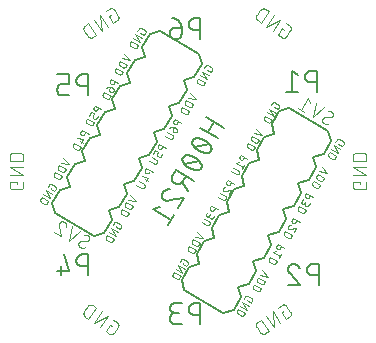
<source format=gbr>
G04 EAGLE Gerber RS-274X export*
G75*
%MOMM*%
%FSLAX34Y34*%
%LPD*%
%INSilkscreen Bottom*%
%IPPOS*%
%AMOC8*
5,1,8,0,0,1.08239X$1,22.5*%
G01*
%ADD10C,0.101600*%
%ADD11C,0.152400*%
%ADD12C,0.050800*%


D10*
X82321Y270508D02*
X80726Y271625D01*
X77003Y266308D01*
X80193Y264074D01*
X80276Y264019D01*
X80360Y263967D01*
X80447Y263918D01*
X80535Y263872D01*
X80625Y263830D01*
X80717Y263791D01*
X80810Y263756D01*
X80904Y263724D01*
X80999Y263696D01*
X81096Y263672D01*
X81193Y263651D01*
X81291Y263635D01*
X81390Y263621D01*
X81489Y263612D01*
X81588Y263607D01*
X81688Y263605D01*
X81787Y263607D01*
X81886Y263613D01*
X81985Y263623D01*
X82084Y263636D01*
X82182Y263654D01*
X82279Y263675D01*
X82375Y263699D01*
X82471Y263728D01*
X82565Y263760D01*
X82658Y263795D01*
X82749Y263834D01*
X82839Y263877D01*
X82927Y263923D01*
X83013Y263972D01*
X83098Y264025D01*
X83180Y264081D01*
X83260Y264140D01*
X83338Y264202D01*
X83413Y264267D01*
X83486Y264334D01*
X83556Y264405D01*
X83624Y264478D01*
X83688Y264554D01*
X83750Y264632D01*
X83809Y264712D01*
X87532Y270029D01*
X87587Y270112D01*
X87639Y270196D01*
X87688Y270283D01*
X87734Y270371D01*
X87776Y270461D01*
X87815Y270553D01*
X87850Y270646D01*
X87882Y270740D01*
X87910Y270835D01*
X87934Y270932D01*
X87955Y271029D01*
X87971Y271127D01*
X87985Y271226D01*
X87994Y271325D01*
X87999Y271424D01*
X88001Y271524D01*
X87999Y271623D01*
X87993Y271722D01*
X87983Y271821D01*
X87970Y271920D01*
X87952Y272018D01*
X87931Y272115D01*
X87907Y272211D01*
X87878Y272307D01*
X87846Y272401D01*
X87811Y272494D01*
X87772Y272585D01*
X87729Y272675D01*
X87683Y272763D01*
X87634Y272849D01*
X87581Y272934D01*
X87525Y273016D01*
X87466Y273096D01*
X87404Y273174D01*
X87339Y273249D01*
X87272Y273322D01*
X87201Y273392D01*
X87128Y273460D01*
X87052Y273524D01*
X86974Y273586D01*
X86894Y273645D01*
X86895Y273645D02*
X83704Y275879D01*
X79035Y279149D02*
X72333Y269578D01*
X67016Y273301D02*
X79035Y279149D01*
X73717Y282872D02*
X67016Y273301D01*
X62346Y276571D02*
X69047Y286142D01*
X66389Y288003D01*
X66389Y288004D02*
X66295Y288067D01*
X66199Y288127D01*
X66101Y288184D01*
X66001Y288237D01*
X65899Y288287D01*
X65795Y288333D01*
X65690Y288375D01*
X65584Y288414D01*
X65476Y288449D01*
X65367Y288480D01*
X65257Y288508D01*
X65146Y288531D01*
X65035Y288551D01*
X64923Y288567D01*
X64810Y288579D01*
X64697Y288587D01*
X64584Y288591D01*
X64470Y288591D01*
X64357Y288587D01*
X64244Y288579D01*
X64131Y288567D01*
X64019Y288551D01*
X63908Y288531D01*
X63797Y288508D01*
X63687Y288480D01*
X63578Y288449D01*
X63470Y288414D01*
X63364Y288375D01*
X63259Y288333D01*
X63155Y288287D01*
X63053Y288237D01*
X62953Y288184D01*
X62855Y288127D01*
X62759Y288067D01*
X62665Y288004D01*
X62574Y287937D01*
X62484Y287868D01*
X62397Y287795D01*
X62313Y287719D01*
X62232Y287640D01*
X62153Y287559D01*
X62077Y287475D01*
X62004Y287388D01*
X61935Y287299D01*
X61868Y287207D01*
X61869Y287206D02*
X58890Y282953D01*
X58827Y282859D01*
X58767Y282763D01*
X58710Y282665D01*
X58657Y282565D01*
X58607Y282463D01*
X58561Y282359D01*
X58519Y282254D01*
X58480Y282148D01*
X58445Y282040D01*
X58414Y281931D01*
X58386Y281821D01*
X58363Y281710D01*
X58343Y281599D01*
X58327Y281487D01*
X58315Y281374D01*
X58307Y281261D01*
X58303Y281148D01*
X58303Y281034D01*
X58307Y280921D01*
X58315Y280808D01*
X58327Y280695D01*
X58343Y280583D01*
X58363Y280472D01*
X58386Y280361D01*
X58414Y280251D01*
X58445Y280142D01*
X58480Y280034D01*
X58519Y279928D01*
X58561Y279823D01*
X58607Y279719D01*
X58657Y279617D01*
X58710Y279517D01*
X58767Y279419D01*
X58827Y279323D01*
X58890Y279229D01*
X58957Y279137D01*
X59026Y279048D01*
X59099Y278961D01*
X59175Y278877D01*
X59254Y278796D01*
X59335Y278717D01*
X59419Y278641D01*
X59506Y278568D01*
X59596Y278499D01*
X59687Y278432D01*
X62346Y276571D01*
X146699Y141866D02*
X146699Y139919D01*
X146699Y141866D02*
X140208Y141866D01*
X140208Y137971D01*
X140210Y137872D01*
X140216Y137772D01*
X140225Y137673D01*
X140238Y137575D01*
X140255Y137477D01*
X140276Y137379D01*
X140301Y137283D01*
X140329Y137188D01*
X140361Y137094D01*
X140396Y137001D01*
X140435Y136909D01*
X140478Y136819D01*
X140523Y136731D01*
X140573Y136644D01*
X140625Y136560D01*
X140681Y136477D01*
X140739Y136397D01*
X140801Y136319D01*
X140866Y136244D01*
X140934Y136171D01*
X141004Y136101D01*
X141077Y136033D01*
X141152Y135968D01*
X141230Y135906D01*
X141310Y135848D01*
X141393Y135792D01*
X141477Y135740D01*
X141564Y135690D01*
X141652Y135645D01*
X141742Y135602D01*
X141834Y135563D01*
X141927Y135528D01*
X142021Y135496D01*
X142116Y135468D01*
X142212Y135443D01*
X142310Y135422D01*
X142408Y135405D01*
X142506Y135392D01*
X142605Y135383D01*
X142705Y135377D01*
X142804Y135375D01*
X149296Y135375D01*
X149395Y135377D01*
X149495Y135383D01*
X149594Y135392D01*
X149692Y135405D01*
X149790Y135422D01*
X149888Y135443D01*
X149984Y135468D01*
X150079Y135496D01*
X150173Y135528D01*
X150266Y135563D01*
X150358Y135602D01*
X150448Y135645D01*
X150536Y135690D01*
X150623Y135740D01*
X150707Y135792D01*
X150790Y135848D01*
X150870Y135906D01*
X150948Y135968D01*
X151023Y136033D01*
X151096Y136101D01*
X151166Y136171D01*
X151234Y136244D01*
X151299Y136319D01*
X151361Y136397D01*
X151419Y136477D01*
X151475Y136560D01*
X151527Y136644D01*
X151577Y136731D01*
X151622Y136819D01*
X151665Y136909D01*
X151704Y137001D01*
X151739Y137093D01*
X151771Y137188D01*
X151799Y137283D01*
X151824Y137379D01*
X151845Y137477D01*
X151862Y137575D01*
X151875Y137673D01*
X151884Y137772D01*
X151890Y137872D01*
X151892Y137971D01*
X151892Y141866D01*
X151892Y147567D02*
X140208Y147567D01*
X140208Y154058D02*
X151892Y147567D01*
X151892Y154058D02*
X140208Y154058D01*
X140208Y159759D02*
X151892Y159759D01*
X151892Y163004D01*
X151890Y163117D01*
X151884Y163230D01*
X151874Y163343D01*
X151860Y163456D01*
X151843Y163568D01*
X151821Y163679D01*
X151796Y163789D01*
X151766Y163899D01*
X151733Y164007D01*
X151696Y164114D01*
X151656Y164220D01*
X151611Y164324D01*
X151563Y164427D01*
X151512Y164528D01*
X151457Y164627D01*
X151399Y164724D01*
X151337Y164819D01*
X151272Y164912D01*
X151204Y165002D01*
X151133Y165090D01*
X151058Y165176D01*
X150981Y165259D01*
X150901Y165339D01*
X150818Y165416D01*
X150732Y165491D01*
X150644Y165562D01*
X150554Y165630D01*
X150461Y165695D01*
X150366Y165757D01*
X150269Y165815D01*
X150170Y165870D01*
X150069Y165921D01*
X149966Y165969D01*
X149862Y166014D01*
X149756Y166054D01*
X149649Y166091D01*
X149541Y166124D01*
X149431Y166154D01*
X149321Y166179D01*
X149210Y166201D01*
X149098Y166218D01*
X148985Y166232D01*
X148872Y166242D01*
X148759Y166248D01*
X148646Y166250D01*
X143454Y166250D01*
X143341Y166248D01*
X143228Y166242D01*
X143115Y166232D01*
X143002Y166218D01*
X142890Y166201D01*
X142779Y166179D01*
X142669Y166154D01*
X142559Y166124D01*
X142451Y166091D01*
X142344Y166054D01*
X142238Y166014D01*
X142134Y165969D01*
X142031Y165921D01*
X141930Y165870D01*
X141831Y165815D01*
X141734Y165757D01*
X141639Y165695D01*
X141546Y165630D01*
X141456Y165562D01*
X141368Y165491D01*
X141282Y165416D01*
X141199Y165339D01*
X141119Y165259D01*
X141042Y165176D01*
X140967Y165090D01*
X140896Y165002D01*
X140828Y164912D01*
X140763Y164819D01*
X140701Y164724D01*
X140643Y164627D01*
X140588Y164528D01*
X140537Y164427D01*
X140489Y164324D01*
X140444Y164220D01*
X140404Y164114D01*
X140367Y164007D01*
X140334Y163899D01*
X140304Y163789D01*
X140279Y163679D01*
X140257Y163568D01*
X140240Y163456D01*
X140226Y163343D01*
X140216Y163230D01*
X140210Y163117D01*
X140208Y163004D01*
X140208Y159759D01*
X81576Y32180D02*
X79981Y31063D01*
X83704Y25746D01*
X86895Y27980D01*
X86894Y27980D02*
X86974Y28039D01*
X87052Y28101D01*
X87128Y28165D01*
X87201Y28233D01*
X87272Y28303D01*
X87339Y28376D01*
X87404Y28451D01*
X87466Y28529D01*
X87525Y28609D01*
X87581Y28691D01*
X87634Y28776D01*
X87683Y28862D01*
X87729Y28950D01*
X87772Y29040D01*
X87811Y29131D01*
X87846Y29224D01*
X87878Y29318D01*
X87907Y29414D01*
X87931Y29510D01*
X87952Y29607D01*
X87970Y29705D01*
X87983Y29804D01*
X87993Y29903D01*
X87999Y30002D01*
X88001Y30101D01*
X87999Y30201D01*
X87994Y30300D01*
X87984Y30399D01*
X87971Y30498D01*
X87955Y30596D01*
X87934Y30693D01*
X87910Y30790D01*
X87882Y30885D01*
X87850Y30979D01*
X87815Y31072D01*
X87776Y31164D01*
X87734Y31254D01*
X87688Y31342D01*
X87639Y31429D01*
X87587Y31513D01*
X87532Y31596D01*
X83809Y36913D01*
X83750Y36993D01*
X83688Y37071D01*
X83624Y37147D01*
X83556Y37220D01*
X83486Y37291D01*
X83413Y37358D01*
X83338Y37423D01*
X83260Y37485D01*
X83180Y37544D01*
X83098Y37600D01*
X83013Y37653D01*
X82927Y37702D01*
X82839Y37748D01*
X82749Y37791D01*
X82658Y37830D01*
X82565Y37865D01*
X82471Y37897D01*
X82375Y37926D01*
X82279Y37950D01*
X82182Y37971D01*
X82084Y37989D01*
X81985Y38002D01*
X81886Y38012D01*
X81787Y38018D01*
X81688Y38020D01*
X81588Y38018D01*
X81489Y38013D01*
X81390Y38004D01*
X81291Y37990D01*
X81193Y37974D01*
X81096Y37953D01*
X80999Y37929D01*
X80904Y37901D01*
X80810Y37869D01*
X80717Y37834D01*
X80625Y37795D01*
X80535Y37753D01*
X80447Y37707D01*
X80360Y37658D01*
X80276Y37606D01*
X80193Y37551D01*
X77003Y35317D01*
X72333Y32047D02*
X79034Y22476D01*
X73717Y18753D02*
X72333Y32047D01*
X67016Y28324D02*
X73717Y18753D01*
X69047Y15483D02*
X62346Y25054D01*
X59687Y23192D01*
X59687Y23193D02*
X59596Y23126D01*
X59506Y23057D01*
X59419Y22984D01*
X59335Y22908D01*
X59254Y22829D01*
X59175Y22748D01*
X59099Y22664D01*
X59026Y22577D01*
X58957Y22488D01*
X58890Y22396D01*
X58827Y22302D01*
X58767Y22206D01*
X58710Y22108D01*
X58657Y22008D01*
X58607Y21906D01*
X58561Y21802D01*
X58519Y21697D01*
X58480Y21591D01*
X58445Y21483D01*
X58414Y21374D01*
X58386Y21264D01*
X58363Y21153D01*
X58343Y21042D01*
X58327Y20930D01*
X58315Y20817D01*
X58307Y20704D01*
X58303Y20591D01*
X58303Y20477D01*
X58307Y20364D01*
X58315Y20251D01*
X58327Y20138D01*
X58343Y20026D01*
X58363Y19915D01*
X58386Y19804D01*
X58414Y19694D01*
X58445Y19585D01*
X58480Y19477D01*
X58519Y19371D01*
X58561Y19266D01*
X58607Y19162D01*
X58657Y19060D01*
X58710Y18960D01*
X58767Y18862D01*
X58827Y18766D01*
X58890Y18672D01*
X61869Y14418D01*
X61868Y14418D02*
X61935Y14327D01*
X62004Y14237D01*
X62077Y14150D01*
X62153Y14066D01*
X62232Y13985D01*
X62313Y13906D01*
X62397Y13830D01*
X62484Y13757D01*
X62574Y13688D01*
X62665Y13621D01*
X62759Y13558D01*
X62855Y13498D01*
X62953Y13441D01*
X63053Y13388D01*
X63155Y13338D01*
X63259Y13292D01*
X63364Y13250D01*
X63470Y13211D01*
X63578Y13176D01*
X63687Y13145D01*
X63797Y13117D01*
X63908Y13094D01*
X64019Y13074D01*
X64131Y13058D01*
X64244Y13046D01*
X64357Y13038D01*
X64470Y13034D01*
X64584Y13034D01*
X64697Y13038D01*
X64810Y13046D01*
X64923Y13058D01*
X65035Y13074D01*
X65146Y13094D01*
X65257Y13117D01*
X65367Y13145D01*
X65476Y13176D01*
X65584Y13211D01*
X65690Y13250D01*
X65795Y13292D01*
X65899Y13338D01*
X66001Y13388D01*
X66101Y13441D01*
X66199Y13498D01*
X66295Y13558D01*
X66389Y13621D01*
X69047Y15483D01*
X-63729Y19683D02*
X-65324Y20800D01*
X-69047Y15483D01*
X-65857Y13249D01*
X-65774Y13194D01*
X-65690Y13142D01*
X-65603Y13093D01*
X-65515Y13047D01*
X-65425Y13005D01*
X-65333Y12966D01*
X-65240Y12931D01*
X-65146Y12899D01*
X-65051Y12871D01*
X-64954Y12847D01*
X-64857Y12826D01*
X-64759Y12810D01*
X-64660Y12797D01*
X-64561Y12787D01*
X-64462Y12782D01*
X-64362Y12780D01*
X-64263Y12782D01*
X-64164Y12788D01*
X-64065Y12798D01*
X-63966Y12811D01*
X-63868Y12829D01*
X-63771Y12850D01*
X-63675Y12874D01*
X-63579Y12903D01*
X-63485Y12935D01*
X-63392Y12970D01*
X-63301Y13009D01*
X-63211Y13052D01*
X-63123Y13098D01*
X-63037Y13147D01*
X-62952Y13200D01*
X-62870Y13256D01*
X-62790Y13315D01*
X-62712Y13377D01*
X-62637Y13442D01*
X-62564Y13509D01*
X-62494Y13580D01*
X-62426Y13653D01*
X-62362Y13729D01*
X-62300Y13807D01*
X-62241Y13887D01*
X-58518Y19204D01*
X-58463Y19287D01*
X-58411Y19371D01*
X-58362Y19458D01*
X-58316Y19546D01*
X-58274Y19636D01*
X-58235Y19728D01*
X-58200Y19821D01*
X-58168Y19915D01*
X-58140Y20010D01*
X-58116Y20107D01*
X-58095Y20204D01*
X-58079Y20302D01*
X-58066Y20401D01*
X-58056Y20500D01*
X-58051Y20599D01*
X-58049Y20699D01*
X-58051Y20798D01*
X-58057Y20897D01*
X-58067Y20996D01*
X-58080Y21095D01*
X-58098Y21193D01*
X-58119Y21290D01*
X-58143Y21386D01*
X-58172Y21482D01*
X-58204Y21576D01*
X-58239Y21669D01*
X-58278Y21760D01*
X-58321Y21850D01*
X-58367Y21938D01*
X-58416Y22024D01*
X-58469Y22109D01*
X-58525Y22191D01*
X-58584Y22271D01*
X-58646Y22349D01*
X-58711Y22424D01*
X-58778Y22497D01*
X-58849Y22567D01*
X-58922Y22635D01*
X-58998Y22699D01*
X-59076Y22761D01*
X-59156Y22820D01*
X-59155Y22820D02*
X-62346Y25054D01*
X-67016Y28324D02*
X-73717Y18753D01*
X-79035Y22476D02*
X-67016Y28324D01*
X-72333Y32047D02*
X-79035Y22476D01*
X-83704Y25746D02*
X-77003Y35317D01*
X-79661Y37178D01*
X-79661Y37179D02*
X-79755Y37242D01*
X-79851Y37302D01*
X-79949Y37359D01*
X-80049Y37412D01*
X-80151Y37462D01*
X-80255Y37508D01*
X-80360Y37550D01*
X-80466Y37589D01*
X-80574Y37624D01*
X-80683Y37655D01*
X-80793Y37683D01*
X-80904Y37706D01*
X-81015Y37726D01*
X-81127Y37742D01*
X-81240Y37754D01*
X-81353Y37762D01*
X-81466Y37766D01*
X-81580Y37766D01*
X-81693Y37762D01*
X-81806Y37754D01*
X-81919Y37742D01*
X-82031Y37726D01*
X-82142Y37706D01*
X-82253Y37683D01*
X-82363Y37655D01*
X-82472Y37624D01*
X-82580Y37589D01*
X-82686Y37550D01*
X-82791Y37508D01*
X-82895Y37462D01*
X-82997Y37412D01*
X-83097Y37359D01*
X-83195Y37302D01*
X-83291Y37242D01*
X-83385Y37179D01*
X-83476Y37112D01*
X-83566Y37043D01*
X-83653Y36970D01*
X-83737Y36894D01*
X-83818Y36815D01*
X-83897Y36734D01*
X-83973Y36650D01*
X-84046Y36563D01*
X-84115Y36474D01*
X-84182Y36382D01*
X-84182Y36381D02*
X-87160Y32128D01*
X-87161Y32128D02*
X-87224Y32034D01*
X-87284Y31938D01*
X-87341Y31840D01*
X-87394Y31740D01*
X-87444Y31638D01*
X-87490Y31534D01*
X-87532Y31429D01*
X-87571Y31323D01*
X-87606Y31215D01*
X-87637Y31106D01*
X-87665Y30996D01*
X-87688Y30885D01*
X-87708Y30774D01*
X-87724Y30662D01*
X-87736Y30549D01*
X-87744Y30436D01*
X-87748Y30323D01*
X-87748Y30209D01*
X-87744Y30096D01*
X-87736Y29983D01*
X-87724Y29870D01*
X-87708Y29758D01*
X-87688Y29647D01*
X-87665Y29536D01*
X-87637Y29426D01*
X-87606Y29317D01*
X-87571Y29209D01*
X-87532Y29103D01*
X-87490Y28998D01*
X-87444Y28894D01*
X-87394Y28792D01*
X-87341Y28692D01*
X-87284Y28594D01*
X-87224Y28498D01*
X-87161Y28404D01*
X-87094Y28312D01*
X-87025Y28223D01*
X-86952Y28136D01*
X-86876Y28052D01*
X-86797Y27971D01*
X-86716Y27892D01*
X-86632Y27816D01*
X-86545Y27743D01*
X-86455Y27674D01*
X-86364Y27607D01*
X-86363Y27607D02*
X-83704Y25746D01*
X-143813Y139919D02*
X-143813Y141866D01*
X-150305Y141866D01*
X-150305Y137971D01*
X-150304Y137971D02*
X-150302Y137872D01*
X-150296Y137772D01*
X-150287Y137673D01*
X-150274Y137575D01*
X-150257Y137477D01*
X-150236Y137379D01*
X-150211Y137283D01*
X-150183Y137188D01*
X-150151Y137094D01*
X-150116Y137001D01*
X-150077Y136909D01*
X-150034Y136819D01*
X-149989Y136731D01*
X-149939Y136644D01*
X-149887Y136560D01*
X-149831Y136477D01*
X-149773Y136397D01*
X-149711Y136319D01*
X-149646Y136244D01*
X-149578Y136171D01*
X-149508Y136101D01*
X-149435Y136033D01*
X-149360Y135968D01*
X-149282Y135906D01*
X-149202Y135848D01*
X-149119Y135792D01*
X-149035Y135740D01*
X-148948Y135690D01*
X-148860Y135645D01*
X-148770Y135602D01*
X-148678Y135563D01*
X-148585Y135528D01*
X-148491Y135496D01*
X-148396Y135468D01*
X-148300Y135443D01*
X-148202Y135422D01*
X-148104Y135405D01*
X-148006Y135392D01*
X-147907Y135383D01*
X-147807Y135377D01*
X-147708Y135375D01*
X-141217Y135375D01*
X-141118Y135377D01*
X-141018Y135383D01*
X-140919Y135392D01*
X-140821Y135405D01*
X-140723Y135423D01*
X-140625Y135443D01*
X-140529Y135468D01*
X-140433Y135496D01*
X-140339Y135528D01*
X-140246Y135563D01*
X-140155Y135602D01*
X-140065Y135645D01*
X-139976Y135690D01*
X-139890Y135740D01*
X-139805Y135792D01*
X-139723Y135848D01*
X-139643Y135907D01*
X-139565Y135968D01*
X-139489Y136033D01*
X-139416Y136101D01*
X-139346Y136171D01*
X-139278Y136244D01*
X-139213Y136320D01*
X-139152Y136398D01*
X-139093Y136478D01*
X-139037Y136560D01*
X-138985Y136645D01*
X-138936Y136731D01*
X-138890Y136820D01*
X-138847Y136910D01*
X-138808Y137001D01*
X-138773Y137094D01*
X-138741Y137188D01*
X-138713Y137284D01*
X-138688Y137380D01*
X-138668Y137478D01*
X-138650Y137576D01*
X-138637Y137674D01*
X-138628Y137773D01*
X-138622Y137872D01*
X-138620Y137972D01*
X-138621Y137971D02*
X-138621Y141866D01*
X-138621Y147567D02*
X-150305Y147567D01*
X-150305Y154058D02*
X-138621Y147567D01*
X-138621Y154058D02*
X-150305Y154058D01*
X-150305Y159759D02*
X-138621Y159759D01*
X-138621Y163004D01*
X-138620Y163004D02*
X-138622Y163117D01*
X-138628Y163230D01*
X-138638Y163343D01*
X-138652Y163456D01*
X-138669Y163568D01*
X-138691Y163679D01*
X-138716Y163789D01*
X-138746Y163899D01*
X-138779Y164007D01*
X-138816Y164114D01*
X-138856Y164220D01*
X-138901Y164324D01*
X-138949Y164427D01*
X-139000Y164528D01*
X-139055Y164627D01*
X-139113Y164724D01*
X-139175Y164819D01*
X-139240Y164912D01*
X-139308Y165002D01*
X-139379Y165090D01*
X-139454Y165176D01*
X-139531Y165259D01*
X-139611Y165339D01*
X-139694Y165416D01*
X-139780Y165491D01*
X-139868Y165562D01*
X-139958Y165630D01*
X-140051Y165695D01*
X-140146Y165757D01*
X-140243Y165815D01*
X-140342Y165870D01*
X-140443Y165921D01*
X-140546Y165969D01*
X-140650Y166014D01*
X-140756Y166054D01*
X-140863Y166091D01*
X-140971Y166124D01*
X-141081Y166154D01*
X-141191Y166179D01*
X-141302Y166201D01*
X-141414Y166218D01*
X-141527Y166232D01*
X-141640Y166242D01*
X-141753Y166248D01*
X-141866Y166250D01*
X-147059Y166250D01*
X-147059Y166251D02*
X-147172Y166249D01*
X-147285Y166243D01*
X-147398Y166233D01*
X-147511Y166219D01*
X-147623Y166202D01*
X-147734Y166180D01*
X-147844Y166155D01*
X-147954Y166125D01*
X-148062Y166092D01*
X-148169Y166055D01*
X-148275Y166015D01*
X-148379Y165970D01*
X-148482Y165922D01*
X-148583Y165871D01*
X-148682Y165816D01*
X-148779Y165758D01*
X-148874Y165696D01*
X-148967Y165631D01*
X-149057Y165563D01*
X-149145Y165492D01*
X-149231Y165417D01*
X-149314Y165340D01*
X-149394Y165260D01*
X-149471Y165177D01*
X-149546Y165091D01*
X-149617Y165003D01*
X-149685Y164913D01*
X-149750Y164820D01*
X-149812Y164725D01*
X-149870Y164628D01*
X-149925Y164529D01*
X-149976Y164428D01*
X-150024Y164325D01*
X-150069Y164221D01*
X-150109Y164115D01*
X-150146Y164008D01*
X-150179Y163900D01*
X-150209Y163790D01*
X-150234Y163680D01*
X-150256Y163569D01*
X-150273Y163457D01*
X-150287Y163344D01*
X-150297Y163231D01*
X-150303Y163118D01*
X-150305Y163005D01*
X-150305Y163004D02*
X-150305Y159759D01*
X-66069Y281888D02*
X-64474Y283005D01*
X-66069Y281888D02*
X-62346Y276571D01*
X-59156Y278805D01*
X-59076Y278864D01*
X-58998Y278926D01*
X-58922Y278990D01*
X-58849Y279058D01*
X-58778Y279128D01*
X-58711Y279201D01*
X-58646Y279276D01*
X-58584Y279354D01*
X-58525Y279434D01*
X-58469Y279516D01*
X-58416Y279601D01*
X-58367Y279687D01*
X-58321Y279775D01*
X-58278Y279865D01*
X-58239Y279956D01*
X-58204Y280049D01*
X-58172Y280143D01*
X-58143Y280239D01*
X-58119Y280335D01*
X-58098Y280432D01*
X-58080Y280530D01*
X-58067Y280629D01*
X-58057Y280728D01*
X-58051Y280827D01*
X-58049Y280926D01*
X-58051Y281026D01*
X-58056Y281125D01*
X-58066Y281224D01*
X-58079Y281323D01*
X-58095Y281421D01*
X-58116Y281518D01*
X-58140Y281615D01*
X-58168Y281710D01*
X-58200Y281804D01*
X-58235Y281897D01*
X-58274Y281989D01*
X-58316Y282079D01*
X-58362Y282167D01*
X-58411Y282254D01*
X-58463Y282338D01*
X-58518Y282421D01*
X-62241Y287738D01*
X-62300Y287818D01*
X-62362Y287896D01*
X-62426Y287972D01*
X-62494Y288045D01*
X-62564Y288116D01*
X-62637Y288183D01*
X-62712Y288248D01*
X-62790Y288310D01*
X-62870Y288369D01*
X-62952Y288425D01*
X-63037Y288478D01*
X-63123Y288527D01*
X-63211Y288573D01*
X-63301Y288616D01*
X-63392Y288655D01*
X-63485Y288690D01*
X-63579Y288722D01*
X-63675Y288751D01*
X-63771Y288775D01*
X-63868Y288796D01*
X-63966Y288814D01*
X-64065Y288827D01*
X-64164Y288837D01*
X-64263Y288843D01*
X-64362Y288845D01*
X-64462Y288843D01*
X-64561Y288838D01*
X-64660Y288828D01*
X-64759Y288815D01*
X-64857Y288799D01*
X-64954Y288778D01*
X-65051Y288754D01*
X-65146Y288726D01*
X-65240Y288694D01*
X-65333Y288659D01*
X-65425Y288620D01*
X-65515Y288578D01*
X-65603Y288532D01*
X-65690Y288483D01*
X-65774Y288431D01*
X-65857Y288376D01*
X-69047Y286142D01*
X-73717Y282872D02*
X-67016Y273301D01*
X-72333Y269578D02*
X-73717Y282872D01*
X-79035Y279149D02*
X-72333Y269578D01*
X-77003Y266308D02*
X-83705Y275879D01*
X-86363Y274017D01*
X-86364Y274018D02*
X-86455Y273951D01*
X-86545Y273882D01*
X-86632Y273809D01*
X-86716Y273733D01*
X-86797Y273654D01*
X-86876Y273573D01*
X-86952Y273489D01*
X-87025Y273402D01*
X-87094Y273312D01*
X-87161Y273221D01*
X-87224Y273127D01*
X-87284Y273031D01*
X-87341Y272933D01*
X-87394Y272833D01*
X-87444Y272731D01*
X-87490Y272627D01*
X-87532Y272522D01*
X-87571Y272416D01*
X-87606Y272308D01*
X-87637Y272199D01*
X-87665Y272089D01*
X-87688Y271978D01*
X-87708Y271867D01*
X-87724Y271755D01*
X-87736Y271642D01*
X-87744Y271529D01*
X-87748Y271416D01*
X-87748Y271302D01*
X-87744Y271189D01*
X-87736Y271076D01*
X-87724Y270963D01*
X-87708Y270851D01*
X-87688Y270740D01*
X-87665Y270629D01*
X-87637Y270519D01*
X-87606Y270410D01*
X-87571Y270302D01*
X-87532Y270196D01*
X-87490Y270091D01*
X-87444Y269987D01*
X-87394Y269885D01*
X-87341Y269785D01*
X-87284Y269687D01*
X-87224Y269591D01*
X-87161Y269497D01*
X-87160Y269497D02*
X-84182Y265243D01*
X-84115Y265152D01*
X-84046Y265062D01*
X-83973Y264975D01*
X-83897Y264891D01*
X-83818Y264810D01*
X-83737Y264731D01*
X-83653Y264655D01*
X-83566Y264582D01*
X-83476Y264513D01*
X-83385Y264446D01*
X-83291Y264383D01*
X-83195Y264323D01*
X-83097Y264266D01*
X-82997Y264213D01*
X-82895Y264163D01*
X-82791Y264117D01*
X-82686Y264075D01*
X-82580Y264036D01*
X-82472Y264001D01*
X-82363Y263970D01*
X-82253Y263942D01*
X-82142Y263919D01*
X-82031Y263899D01*
X-81919Y263883D01*
X-81806Y263871D01*
X-81693Y263863D01*
X-81580Y263859D01*
X-81466Y263859D01*
X-81353Y263863D01*
X-81240Y263871D01*
X-81127Y263883D01*
X-81015Y263899D01*
X-80904Y263919D01*
X-80793Y263942D01*
X-80683Y263970D01*
X-80574Y264001D01*
X-80466Y264036D01*
X-80360Y264075D01*
X-80255Y264117D01*
X-80151Y264163D01*
X-80049Y264213D01*
X-79949Y264266D01*
X-79851Y264323D01*
X-79755Y264383D01*
X-79661Y264446D01*
X-77003Y266308D01*
D11*
X109774Y235903D02*
X109774Y218123D01*
X109774Y235903D02*
X104835Y235903D01*
X104695Y235901D01*
X104556Y235895D01*
X104416Y235885D01*
X104277Y235871D01*
X104138Y235854D01*
X104000Y235832D01*
X103863Y235806D01*
X103726Y235777D01*
X103590Y235744D01*
X103456Y235707D01*
X103322Y235666D01*
X103190Y235621D01*
X103058Y235572D01*
X102929Y235520D01*
X102801Y235465D01*
X102674Y235405D01*
X102549Y235342D01*
X102426Y235276D01*
X102305Y235206D01*
X102186Y235133D01*
X102069Y235056D01*
X101955Y234976D01*
X101842Y234893D01*
X101732Y234807D01*
X101625Y234717D01*
X101520Y234625D01*
X101418Y234530D01*
X101318Y234432D01*
X101221Y234331D01*
X101127Y234227D01*
X101037Y234121D01*
X100949Y234012D01*
X100864Y233901D01*
X100783Y233787D01*
X100704Y233672D01*
X100629Y233554D01*
X100558Y233434D01*
X100490Y233311D01*
X100425Y233188D01*
X100364Y233062D01*
X100306Y232934D01*
X100252Y232806D01*
X100202Y232675D01*
X100155Y232543D01*
X100112Y232410D01*
X100073Y232276D01*
X100038Y232141D01*
X100007Y232005D01*
X99979Y231867D01*
X99956Y231730D01*
X99936Y231591D01*
X99920Y231452D01*
X99908Y231313D01*
X99900Y231174D01*
X99896Y231034D01*
X99896Y230894D01*
X99900Y230754D01*
X99908Y230615D01*
X99920Y230476D01*
X99936Y230337D01*
X99956Y230198D01*
X99979Y230061D01*
X100007Y229923D01*
X100038Y229787D01*
X100073Y229652D01*
X100112Y229518D01*
X100155Y229385D01*
X100202Y229253D01*
X100252Y229122D01*
X100306Y228994D01*
X100364Y228866D01*
X100425Y228740D01*
X100490Y228617D01*
X100558Y228494D01*
X100629Y228374D01*
X100704Y228256D01*
X100783Y228141D01*
X100864Y228027D01*
X100949Y227916D01*
X101037Y227807D01*
X101127Y227701D01*
X101221Y227597D01*
X101318Y227496D01*
X101418Y227398D01*
X101520Y227303D01*
X101625Y227211D01*
X101732Y227121D01*
X101842Y227035D01*
X101955Y226952D01*
X102069Y226872D01*
X102186Y226795D01*
X102305Y226722D01*
X102426Y226652D01*
X102549Y226586D01*
X102674Y226523D01*
X102801Y226463D01*
X102929Y226408D01*
X103058Y226356D01*
X103190Y226307D01*
X103322Y226262D01*
X103456Y226221D01*
X103590Y226184D01*
X103726Y226151D01*
X103863Y226122D01*
X104000Y226096D01*
X104138Y226074D01*
X104277Y226057D01*
X104416Y226043D01*
X104556Y226033D01*
X104695Y226027D01*
X104835Y226025D01*
X109774Y226025D01*
X93779Y231951D02*
X88840Y235903D01*
X88840Y218123D01*
X93779Y218123D02*
X83901Y218123D01*
X111361Y72390D02*
X111361Y54610D01*
X111361Y72390D02*
X106423Y72390D01*
X106283Y72388D01*
X106144Y72382D01*
X106004Y72372D01*
X105865Y72358D01*
X105726Y72341D01*
X105588Y72319D01*
X105451Y72293D01*
X105314Y72264D01*
X105178Y72231D01*
X105044Y72194D01*
X104910Y72153D01*
X104778Y72108D01*
X104646Y72059D01*
X104517Y72007D01*
X104389Y71952D01*
X104262Y71892D01*
X104137Y71829D01*
X104014Y71763D01*
X103893Y71693D01*
X103774Y71620D01*
X103657Y71543D01*
X103543Y71463D01*
X103430Y71380D01*
X103320Y71294D01*
X103213Y71204D01*
X103108Y71112D01*
X103006Y71017D01*
X102906Y70919D01*
X102809Y70818D01*
X102715Y70714D01*
X102625Y70608D01*
X102537Y70499D01*
X102452Y70388D01*
X102371Y70274D01*
X102292Y70159D01*
X102217Y70041D01*
X102146Y69920D01*
X102078Y69798D01*
X102013Y69675D01*
X101952Y69549D01*
X101894Y69421D01*
X101840Y69293D01*
X101790Y69162D01*
X101743Y69030D01*
X101700Y68897D01*
X101661Y68763D01*
X101626Y68628D01*
X101595Y68492D01*
X101567Y68354D01*
X101544Y68217D01*
X101524Y68078D01*
X101508Y67939D01*
X101496Y67800D01*
X101488Y67661D01*
X101484Y67521D01*
X101484Y67381D01*
X101488Y67241D01*
X101496Y67102D01*
X101508Y66963D01*
X101524Y66824D01*
X101544Y66685D01*
X101567Y66548D01*
X101595Y66410D01*
X101626Y66274D01*
X101661Y66139D01*
X101700Y66005D01*
X101743Y65872D01*
X101790Y65740D01*
X101840Y65609D01*
X101894Y65481D01*
X101952Y65353D01*
X102013Y65227D01*
X102078Y65104D01*
X102146Y64981D01*
X102217Y64861D01*
X102292Y64743D01*
X102371Y64628D01*
X102452Y64514D01*
X102537Y64403D01*
X102625Y64294D01*
X102715Y64188D01*
X102809Y64084D01*
X102906Y63983D01*
X103006Y63885D01*
X103108Y63790D01*
X103213Y63698D01*
X103320Y63608D01*
X103430Y63522D01*
X103543Y63439D01*
X103657Y63359D01*
X103774Y63282D01*
X103893Y63209D01*
X104014Y63139D01*
X104137Y63073D01*
X104262Y63010D01*
X104389Y62950D01*
X104517Y62895D01*
X104646Y62843D01*
X104778Y62794D01*
X104910Y62749D01*
X105044Y62708D01*
X105178Y62671D01*
X105314Y62638D01*
X105451Y62609D01*
X105588Y62583D01*
X105726Y62561D01*
X105865Y62544D01*
X106004Y62530D01*
X106144Y62520D01*
X106283Y62514D01*
X106423Y62512D01*
X111361Y62512D01*
X89934Y72390D02*
X89802Y72388D01*
X89671Y72382D01*
X89539Y72372D01*
X89408Y72359D01*
X89278Y72341D01*
X89148Y72320D01*
X89018Y72295D01*
X88890Y72266D01*
X88762Y72233D01*
X88636Y72196D01*
X88510Y72156D01*
X88386Y72112D01*
X88263Y72064D01*
X88142Y72013D01*
X88022Y71958D01*
X87904Y71900D01*
X87788Y71838D01*
X87674Y71772D01*
X87561Y71704D01*
X87451Y71632D01*
X87343Y71557D01*
X87237Y71478D01*
X87133Y71397D01*
X87032Y71312D01*
X86934Y71225D01*
X86838Y71134D01*
X86745Y71041D01*
X86654Y70945D01*
X86567Y70847D01*
X86482Y70746D01*
X86401Y70642D01*
X86322Y70536D01*
X86247Y70428D01*
X86175Y70318D01*
X86107Y70205D01*
X86041Y70091D01*
X85979Y69975D01*
X85921Y69857D01*
X85866Y69737D01*
X85815Y69616D01*
X85767Y69493D01*
X85723Y69369D01*
X85683Y69243D01*
X85646Y69117D01*
X85613Y68989D01*
X85584Y68861D01*
X85559Y68731D01*
X85538Y68601D01*
X85520Y68471D01*
X85507Y68340D01*
X85497Y68208D01*
X85491Y68077D01*
X85489Y67945D01*
X89934Y72390D02*
X90084Y72388D01*
X90233Y72382D01*
X90382Y72372D01*
X90531Y72359D01*
X90680Y72341D01*
X90828Y72320D01*
X90976Y72294D01*
X91122Y72265D01*
X91268Y72232D01*
X91413Y72195D01*
X91557Y72154D01*
X91700Y72110D01*
X91842Y72062D01*
X91982Y72010D01*
X92121Y71955D01*
X92259Y71896D01*
X92394Y71833D01*
X92529Y71767D01*
X92661Y71697D01*
X92791Y71624D01*
X92920Y71547D01*
X93047Y71467D01*
X93171Y71384D01*
X93293Y71298D01*
X93413Y71208D01*
X93530Y71115D01*
X93645Y71020D01*
X93758Y70921D01*
X93868Y70819D01*
X93975Y70715D01*
X94079Y70608D01*
X94181Y70498D01*
X94279Y70385D01*
X94375Y70270D01*
X94467Y70152D01*
X94557Y70032D01*
X94643Y69910D01*
X94726Y69786D01*
X94806Y69659D01*
X94882Y69531D01*
X94955Y69400D01*
X95025Y69267D01*
X95091Y69133D01*
X95153Y68997D01*
X95212Y68860D01*
X95268Y68721D01*
X95319Y68580D01*
X95367Y68439D01*
X86971Y64488D02*
X86875Y64581D01*
X86783Y64677D01*
X86693Y64776D01*
X86606Y64877D01*
X86522Y64980D01*
X86440Y65085D01*
X86362Y65193D01*
X86287Y65303D01*
X86214Y65415D01*
X86145Y65529D01*
X86079Y65645D01*
X86017Y65763D01*
X85958Y65882D01*
X85902Y66003D01*
X85849Y66126D01*
X85800Y66250D01*
X85755Y66375D01*
X85712Y66502D01*
X85674Y66629D01*
X85639Y66758D01*
X85608Y66887D01*
X85580Y67018D01*
X85556Y67149D01*
X85535Y67281D01*
X85519Y67413D01*
X85506Y67546D01*
X85496Y67679D01*
X85491Y67812D01*
X85489Y67945D01*
X86970Y64488D02*
X95366Y54610D01*
X85489Y54610D01*
X11349Y39053D02*
X11349Y21273D01*
X11349Y39053D02*
X6410Y39053D01*
X6270Y39051D01*
X6131Y39045D01*
X5991Y39035D01*
X5852Y39021D01*
X5713Y39004D01*
X5575Y38982D01*
X5438Y38956D01*
X5301Y38927D01*
X5165Y38894D01*
X5031Y38857D01*
X4897Y38816D01*
X4765Y38771D01*
X4633Y38722D01*
X4504Y38670D01*
X4376Y38615D01*
X4249Y38555D01*
X4124Y38492D01*
X4001Y38426D01*
X3880Y38356D01*
X3761Y38283D01*
X3644Y38206D01*
X3530Y38126D01*
X3417Y38043D01*
X3307Y37957D01*
X3200Y37867D01*
X3095Y37775D01*
X2993Y37680D01*
X2893Y37582D01*
X2796Y37481D01*
X2702Y37377D01*
X2612Y37271D01*
X2524Y37162D01*
X2439Y37051D01*
X2358Y36937D01*
X2279Y36822D01*
X2204Y36704D01*
X2133Y36583D01*
X2065Y36461D01*
X2000Y36338D01*
X1939Y36212D01*
X1881Y36084D01*
X1827Y35956D01*
X1777Y35825D01*
X1730Y35693D01*
X1687Y35560D01*
X1648Y35426D01*
X1613Y35291D01*
X1582Y35155D01*
X1554Y35017D01*
X1531Y34880D01*
X1511Y34741D01*
X1495Y34602D01*
X1483Y34463D01*
X1475Y34324D01*
X1471Y34184D01*
X1471Y34044D01*
X1475Y33904D01*
X1483Y33765D01*
X1495Y33626D01*
X1511Y33487D01*
X1531Y33348D01*
X1554Y33211D01*
X1582Y33073D01*
X1613Y32937D01*
X1648Y32802D01*
X1687Y32668D01*
X1730Y32535D01*
X1777Y32403D01*
X1827Y32272D01*
X1881Y32144D01*
X1939Y32016D01*
X2000Y31890D01*
X2065Y31767D01*
X2133Y31644D01*
X2204Y31524D01*
X2279Y31406D01*
X2358Y31291D01*
X2439Y31177D01*
X2524Y31066D01*
X2612Y30957D01*
X2702Y30851D01*
X2796Y30747D01*
X2893Y30646D01*
X2993Y30548D01*
X3095Y30453D01*
X3200Y30361D01*
X3307Y30271D01*
X3417Y30185D01*
X3530Y30102D01*
X3644Y30022D01*
X3761Y29945D01*
X3880Y29872D01*
X4001Y29802D01*
X4124Y29736D01*
X4249Y29673D01*
X4376Y29613D01*
X4504Y29558D01*
X4633Y29506D01*
X4765Y29457D01*
X4897Y29412D01*
X5031Y29371D01*
X5165Y29334D01*
X5301Y29301D01*
X5438Y29272D01*
X5575Y29246D01*
X5713Y29224D01*
X5852Y29207D01*
X5991Y29193D01*
X6131Y29183D01*
X6270Y29177D01*
X6410Y29175D01*
X11349Y29175D01*
X-4646Y21273D02*
X-9585Y21273D01*
X-9585Y21272D02*
X-9725Y21274D01*
X-9864Y21280D01*
X-10004Y21290D01*
X-10143Y21304D01*
X-10282Y21321D01*
X-10420Y21343D01*
X-10557Y21369D01*
X-10694Y21398D01*
X-10830Y21431D01*
X-10964Y21468D01*
X-11098Y21509D01*
X-11230Y21554D01*
X-11362Y21603D01*
X-11491Y21655D01*
X-11619Y21710D01*
X-11746Y21770D01*
X-11871Y21833D01*
X-11994Y21899D01*
X-12115Y21969D01*
X-12234Y22042D01*
X-12351Y22119D01*
X-12465Y22199D01*
X-12578Y22282D01*
X-12688Y22368D01*
X-12795Y22458D01*
X-12900Y22550D01*
X-13002Y22645D01*
X-13102Y22743D01*
X-13199Y22844D01*
X-13293Y22948D01*
X-13383Y23054D01*
X-13471Y23163D01*
X-13556Y23274D01*
X-13637Y23388D01*
X-13716Y23503D01*
X-13791Y23621D01*
X-13862Y23741D01*
X-13930Y23864D01*
X-13995Y23987D01*
X-14056Y24113D01*
X-14114Y24241D01*
X-14168Y24369D01*
X-14218Y24500D01*
X-14265Y24632D01*
X-14308Y24765D01*
X-14347Y24899D01*
X-14382Y25034D01*
X-14413Y25170D01*
X-14441Y25308D01*
X-14464Y25445D01*
X-14484Y25584D01*
X-14500Y25723D01*
X-14512Y25862D01*
X-14520Y26001D01*
X-14524Y26141D01*
X-14524Y26281D01*
X-14520Y26421D01*
X-14512Y26560D01*
X-14500Y26699D01*
X-14484Y26838D01*
X-14464Y26977D01*
X-14441Y27114D01*
X-14413Y27252D01*
X-14382Y27388D01*
X-14347Y27523D01*
X-14308Y27657D01*
X-14265Y27790D01*
X-14218Y27922D01*
X-14168Y28053D01*
X-14114Y28181D01*
X-14056Y28309D01*
X-13995Y28435D01*
X-13930Y28558D01*
X-13862Y28680D01*
X-13791Y28801D01*
X-13716Y28919D01*
X-13637Y29034D01*
X-13556Y29148D01*
X-13471Y29259D01*
X-13383Y29368D01*
X-13293Y29474D01*
X-13199Y29578D01*
X-13102Y29679D01*
X-13002Y29777D01*
X-12900Y29872D01*
X-12795Y29964D01*
X-12688Y30054D01*
X-12578Y30140D01*
X-12465Y30223D01*
X-12351Y30303D01*
X-12234Y30380D01*
X-12115Y30453D01*
X-11994Y30523D01*
X-11871Y30589D01*
X-11746Y30652D01*
X-11619Y30712D01*
X-11491Y30767D01*
X-11362Y30819D01*
X-11230Y30868D01*
X-11098Y30913D01*
X-10964Y30954D01*
X-10830Y30991D01*
X-10694Y31024D01*
X-10557Y31053D01*
X-10420Y31079D01*
X-10282Y31101D01*
X-10143Y31118D01*
X-10004Y31132D01*
X-9864Y31142D01*
X-9725Y31148D01*
X-9585Y31150D01*
X-10573Y39053D02*
X-4646Y39053D01*
X-10573Y39052D02*
X-10697Y39050D01*
X-10821Y39044D01*
X-10945Y39034D01*
X-11068Y39021D01*
X-11191Y39003D01*
X-11313Y38982D01*
X-11435Y38957D01*
X-11556Y38928D01*
X-11675Y38895D01*
X-11794Y38859D01*
X-11911Y38818D01*
X-12027Y38775D01*
X-12142Y38727D01*
X-12255Y38676D01*
X-12367Y38621D01*
X-12476Y38563D01*
X-12584Y38502D01*
X-12690Y38437D01*
X-12794Y38369D01*
X-12895Y38297D01*
X-12995Y38223D01*
X-13091Y38145D01*
X-13186Y38065D01*
X-13278Y37981D01*
X-13367Y37895D01*
X-13453Y37806D01*
X-13537Y37714D01*
X-13617Y37619D01*
X-13695Y37523D01*
X-13769Y37423D01*
X-13841Y37322D01*
X-13909Y37218D01*
X-13974Y37112D01*
X-14035Y37004D01*
X-14093Y36895D01*
X-14148Y36783D01*
X-14199Y36670D01*
X-14247Y36555D01*
X-14290Y36439D01*
X-14331Y36322D01*
X-14367Y36203D01*
X-14400Y36084D01*
X-14429Y35963D01*
X-14454Y35841D01*
X-14475Y35719D01*
X-14493Y35596D01*
X-14506Y35473D01*
X-14516Y35349D01*
X-14522Y35225D01*
X-14524Y35101D01*
X-14522Y34977D01*
X-14516Y34853D01*
X-14506Y34729D01*
X-14493Y34606D01*
X-14475Y34483D01*
X-14454Y34361D01*
X-14429Y34239D01*
X-14400Y34118D01*
X-14367Y33999D01*
X-14331Y33880D01*
X-14290Y33763D01*
X-14247Y33647D01*
X-14199Y33532D01*
X-14148Y33419D01*
X-14093Y33307D01*
X-14035Y33198D01*
X-13974Y33090D01*
X-13909Y32984D01*
X-13841Y32880D01*
X-13769Y32779D01*
X-13695Y32679D01*
X-13617Y32583D01*
X-13537Y32488D01*
X-13453Y32396D01*
X-13367Y32307D01*
X-13278Y32221D01*
X-13186Y32137D01*
X-13091Y32057D01*
X-12995Y31979D01*
X-12895Y31905D01*
X-12794Y31833D01*
X-12690Y31765D01*
X-12584Y31700D01*
X-12476Y31639D01*
X-12367Y31581D01*
X-12255Y31526D01*
X-12142Y31475D01*
X-12027Y31427D01*
X-11911Y31384D01*
X-11794Y31343D01*
X-11675Y31307D01*
X-11556Y31274D01*
X-11435Y31245D01*
X-11313Y31220D01*
X-11191Y31199D01*
X-11068Y31181D01*
X-10945Y31168D01*
X-10821Y31158D01*
X-10697Y31152D01*
X-10573Y31150D01*
X-6622Y31150D01*
X-83901Y62548D02*
X-83901Y80328D01*
X-88840Y80328D01*
X-88980Y80326D01*
X-89119Y80320D01*
X-89259Y80310D01*
X-89398Y80296D01*
X-89537Y80279D01*
X-89675Y80257D01*
X-89812Y80231D01*
X-89949Y80202D01*
X-90085Y80169D01*
X-90219Y80132D01*
X-90353Y80091D01*
X-90485Y80046D01*
X-90617Y79997D01*
X-90746Y79945D01*
X-90874Y79890D01*
X-91001Y79830D01*
X-91126Y79767D01*
X-91249Y79701D01*
X-91370Y79631D01*
X-91489Y79558D01*
X-91606Y79481D01*
X-91720Y79401D01*
X-91833Y79318D01*
X-91943Y79232D01*
X-92050Y79142D01*
X-92155Y79050D01*
X-92257Y78955D01*
X-92357Y78857D01*
X-92454Y78756D01*
X-92548Y78652D01*
X-92638Y78546D01*
X-92726Y78437D01*
X-92811Y78326D01*
X-92892Y78212D01*
X-92971Y78097D01*
X-93046Y77979D01*
X-93117Y77858D01*
X-93185Y77736D01*
X-93250Y77613D01*
X-93311Y77487D01*
X-93369Y77359D01*
X-93423Y77231D01*
X-93473Y77100D01*
X-93520Y76968D01*
X-93563Y76835D01*
X-93602Y76701D01*
X-93637Y76566D01*
X-93668Y76430D01*
X-93696Y76292D01*
X-93719Y76155D01*
X-93739Y76016D01*
X-93755Y75877D01*
X-93767Y75738D01*
X-93775Y75599D01*
X-93779Y75459D01*
X-93779Y75319D01*
X-93775Y75179D01*
X-93767Y75040D01*
X-93755Y74901D01*
X-93739Y74762D01*
X-93719Y74623D01*
X-93696Y74486D01*
X-93668Y74348D01*
X-93637Y74212D01*
X-93602Y74077D01*
X-93563Y73943D01*
X-93520Y73810D01*
X-93473Y73678D01*
X-93423Y73547D01*
X-93369Y73419D01*
X-93311Y73291D01*
X-93250Y73165D01*
X-93185Y73042D01*
X-93117Y72919D01*
X-93046Y72799D01*
X-92971Y72681D01*
X-92892Y72566D01*
X-92811Y72452D01*
X-92726Y72341D01*
X-92638Y72232D01*
X-92548Y72126D01*
X-92454Y72022D01*
X-92357Y71921D01*
X-92257Y71823D01*
X-92155Y71728D01*
X-92050Y71636D01*
X-91943Y71546D01*
X-91833Y71460D01*
X-91720Y71377D01*
X-91606Y71297D01*
X-91489Y71220D01*
X-91370Y71147D01*
X-91249Y71077D01*
X-91126Y71011D01*
X-91001Y70948D01*
X-90874Y70888D01*
X-90746Y70833D01*
X-90617Y70781D01*
X-90485Y70732D01*
X-90353Y70687D01*
X-90219Y70646D01*
X-90085Y70609D01*
X-89949Y70576D01*
X-89812Y70547D01*
X-89675Y70521D01*
X-89537Y70499D01*
X-89398Y70482D01*
X-89259Y70468D01*
X-89119Y70458D01*
X-88980Y70452D01*
X-88840Y70450D01*
X-83901Y70450D01*
X-99896Y66499D02*
X-103847Y80328D01*
X-99896Y66499D02*
X-109774Y66499D01*
X-106811Y70450D02*
X-106811Y62548D01*
X-83901Y214948D02*
X-83901Y232728D01*
X-88840Y232728D01*
X-88980Y232726D01*
X-89119Y232720D01*
X-89259Y232710D01*
X-89398Y232696D01*
X-89537Y232679D01*
X-89675Y232657D01*
X-89812Y232631D01*
X-89949Y232602D01*
X-90085Y232569D01*
X-90219Y232532D01*
X-90353Y232491D01*
X-90485Y232446D01*
X-90617Y232397D01*
X-90746Y232345D01*
X-90874Y232290D01*
X-91001Y232230D01*
X-91126Y232167D01*
X-91249Y232101D01*
X-91370Y232031D01*
X-91489Y231958D01*
X-91606Y231881D01*
X-91720Y231801D01*
X-91833Y231718D01*
X-91943Y231632D01*
X-92050Y231542D01*
X-92155Y231450D01*
X-92257Y231355D01*
X-92357Y231257D01*
X-92454Y231156D01*
X-92548Y231052D01*
X-92638Y230946D01*
X-92726Y230837D01*
X-92811Y230726D01*
X-92892Y230612D01*
X-92971Y230497D01*
X-93046Y230379D01*
X-93117Y230259D01*
X-93185Y230136D01*
X-93250Y230013D01*
X-93311Y229887D01*
X-93369Y229759D01*
X-93423Y229631D01*
X-93473Y229500D01*
X-93520Y229368D01*
X-93563Y229235D01*
X-93602Y229101D01*
X-93637Y228966D01*
X-93668Y228830D01*
X-93696Y228692D01*
X-93719Y228555D01*
X-93739Y228416D01*
X-93755Y228277D01*
X-93767Y228138D01*
X-93775Y227999D01*
X-93779Y227859D01*
X-93779Y227719D01*
X-93775Y227579D01*
X-93767Y227440D01*
X-93755Y227301D01*
X-93739Y227162D01*
X-93719Y227023D01*
X-93696Y226886D01*
X-93668Y226748D01*
X-93637Y226612D01*
X-93602Y226477D01*
X-93563Y226343D01*
X-93520Y226210D01*
X-93473Y226078D01*
X-93423Y225947D01*
X-93369Y225819D01*
X-93311Y225691D01*
X-93250Y225565D01*
X-93185Y225442D01*
X-93117Y225319D01*
X-93046Y225199D01*
X-92971Y225081D01*
X-92892Y224966D01*
X-92811Y224852D01*
X-92726Y224741D01*
X-92638Y224632D01*
X-92548Y224526D01*
X-92454Y224422D01*
X-92357Y224321D01*
X-92257Y224223D01*
X-92155Y224128D01*
X-92050Y224036D01*
X-91943Y223946D01*
X-91833Y223860D01*
X-91720Y223777D01*
X-91606Y223697D01*
X-91489Y223620D01*
X-91370Y223547D01*
X-91249Y223477D01*
X-91126Y223411D01*
X-91001Y223348D01*
X-90874Y223288D01*
X-90746Y223233D01*
X-90617Y223181D01*
X-90485Y223132D01*
X-90353Y223087D01*
X-90219Y223046D01*
X-90085Y223009D01*
X-89949Y222976D01*
X-89812Y222947D01*
X-89675Y222921D01*
X-89537Y222899D01*
X-89398Y222882D01*
X-89259Y222868D01*
X-89119Y222858D01*
X-88980Y222852D01*
X-88840Y222850D01*
X-83901Y222850D01*
X-99896Y214948D02*
X-105823Y214948D01*
X-105947Y214950D01*
X-106071Y214956D01*
X-106195Y214966D01*
X-106318Y214979D01*
X-106441Y214997D01*
X-106563Y215018D01*
X-106685Y215043D01*
X-106806Y215072D01*
X-106925Y215105D01*
X-107044Y215141D01*
X-107161Y215182D01*
X-107277Y215225D01*
X-107392Y215273D01*
X-107505Y215324D01*
X-107617Y215379D01*
X-107726Y215437D01*
X-107834Y215498D01*
X-107940Y215563D01*
X-108044Y215631D01*
X-108145Y215703D01*
X-108245Y215777D01*
X-108341Y215855D01*
X-108436Y215935D01*
X-108528Y216019D01*
X-108617Y216105D01*
X-108703Y216194D01*
X-108787Y216286D01*
X-108867Y216381D01*
X-108945Y216477D01*
X-109019Y216577D01*
X-109091Y216678D01*
X-109159Y216782D01*
X-109224Y216888D01*
X-109285Y216996D01*
X-109343Y217105D01*
X-109398Y217217D01*
X-109449Y217330D01*
X-109497Y217445D01*
X-109540Y217561D01*
X-109581Y217678D01*
X-109617Y217797D01*
X-109650Y217916D01*
X-109679Y218037D01*
X-109704Y218159D01*
X-109725Y218281D01*
X-109743Y218404D01*
X-109756Y218527D01*
X-109766Y218651D01*
X-109772Y218775D01*
X-109774Y218899D01*
X-109774Y220874D01*
X-109772Y220998D01*
X-109766Y221122D01*
X-109756Y221246D01*
X-109743Y221369D01*
X-109725Y221492D01*
X-109704Y221614D01*
X-109679Y221736D01*
X-109650Y221857D01*
X-109617Y221976D01*
X-109581Y222095D01*
X-109540Y222212D01*
X-109497Y222328D01*
X-109449Y222443D01*
X-109398Y222556D01*
X-109343Y222668D01*
X-109285Y222777D01*
X-109224Y222885D01*
X-109159Y222991D01*
X-109091Y223095D01*
X-109019Y223196D01*
X-108945Y223296D01*
X-108867Y223392D01*
X-108787Y223487D01*
X-108703Y223579D01*
X-108617Y223668D01*
X-108528Y223754D01*
X-108436Y223838D01*
X-108341Y223918D01*
X-108245Y223996D01*
X-108145Y224070D01*
X-108044Y224142D01*
X-107940Y224210D01*
X-107834Y224275D01*
X-107726Y224336D01*
X-107617Y224394D01*
X-107505Y224449D01*
X-107392Y224500D01*
X-107277Y224548D01*
X-107161Y224591D01*
X-107044Y224632D01*
X-106925Y224668D01*
X-106806Y224701D01*
X-106685Y224730D01*
X-106563Y224755D01*
X-106441Y224776D01*
X-106318Y224794D01*
X-106195Y224807D01*
X-106071Y224817D01*
X-105947Y224823D01*
X-105823Y224825D01*
X-99896Y224825D01*
X-99896Y232728D01*
X-109774Y232728D01*
X11349Y262573D02*
X11349Y280353D01*
X6410Y280353D01*
X6270Y280351D01*
X6131Y280345D01*
X5991Y280335D01*
X5852Y280321D01*
X5713Y280304D01*
X5575Y280282D01*
X5438Y280256D01*
X5301Y280227D01*
X5165Y280194D01*
X5031Y280157D01*
X4897Y280116D01*
X4765Y280071D01*
X4633Y280022D01*
X4504Y279970D01*
X4376Y279915D01*
X4249Y279855D01*
X4124Y279792D01*
X4001Y279726D01*
X3880Y279656D01*
X3761Y279583D01*
X3644Y279506D01*
X3530Y279426D01*
X3417Y279343D01*
X3307Y279257D01*
X3200Y279167D01*
X3095Y279075D01*
X2993Y278980D01*
X2893Y278882D01*
X2796Y278781D01*
X2702Y278677D01*
X2612Y278571D01*
X2524Y278462D01*
X2439Y278351D01*
X2358Y278237D01*
X2279Y278122D01*
X2204Y278004D01*
X2133Y277884D01*
X2065Y277761D01*
X2000Y277638D01*
X1939Y277512D01*
X1881Y277384D01*
X1827Y277256D01*
X1777Y277125D01*
X1730Y276993D01*
X1687Y276860D01*
X1648Y276726D01*
X1613Y276591D01*
X1582Y276455D01*
X1554Y276317D01*
X1531Y276180D01*
X1511Y276041D01*
X1495Y275902D01*
X1483Y275763D01*
X1475Y275624D01*
X1471Y275484D01*
X1471Y275344D01*
X1475Y275204D01*
X1483Y275065D01*
X1495Y274926D01*
X1511Y274787D01*
X1531Y274648D01*
X1554Y274511D01*
X1582Y274373D01*
X1613Y274237D01*
X1648Y274102D01*
X1687Y273968D01*
X1730Y273835D01*
X1777Y273703D01*
X1827Y273572D01*
X1881Y273444D01*
X1939Y273316D01*
X2000Y273190D01*
X2065Y273067D01*
X2133Y272945D01*
X2204Y272824D01*
X2279Y272706D01*
X2358Y272591D01*
X2439Y272477D01*
X2524Y272366D01*
X2612Y272257D01*
X2702Y272151D01*
X2796Y272047D01*
X2893Y271946D01*
X2993Y271848D01*
X3095Y271753D01*
X3200Y271661D01*
X3307Y271571D01*
X3417Y271485D01*
X3530Y271402D01*
X3644Y271322D01*
X3761Y271245D01*
X3880Y271172D01*
X4001Y271102D01*
X4124Y271036D01*
X4249Y270973D01*
X4376Y270913D01*
X4504Y270858D01*
X4633Y270806D01*
X4765Y270757D01*
X4897Y270712D01*
X5031Y270671D01*
X5165Y270634D01*
X5301Y270601D01*
X5438Y270572D01*
X5575Y270546D01*
X5713Y270524D01*
X5852Y270507D01*
X5991Y270493D01*
X6131Y270483D01*
X6270Y270477D01*
X6410Y270475D01*
X11349Y270475D01*
X-4646Y272450D02*
X-10573Y272450D01*
X-10697Y272448D01*
X-10821Y272442D01*
X-10945Y272432D01*
X-11068Y272419D01*
X-11191Y272401D01*
X-11313Y272380D01*
X-11435Y272355D01*
X-11556Y272326D01*
X-11675Y272293D01*
X-11794Y272257D01*
X-11911Y272216D01*
X-12027Y272173D01*
X-12142Y272125D01*
X-12255Y272074D01*
X-12367Y272019D01*
X-12476Y271961D01*
X-12584Y271900D01*
X-12690Y271835D01*
X-12794Y271767D01*
X-12895Y271695D01*
X-12995Y271621D01*
X-13091Y271543D01*
X-13186Y271463D01*
X-13278Y271379D01*
X-13367Y271293D01*
X-13453Y271204D01*
X-13537Y271112D01*
X-13617Y271017D01*
X-13695Y270921D01*
X-13769Y270821D01*
X-13841Y270720D01*
X-13909Y270616D01*
X-13974Y270510D01*
X-14035Y270402D01*
X-14093Y270293D01*
X-14148Y270181D01*
X-14199Y270068D01*
X-14247Y269953D01*
X-14290Y269837D01*
X-14331Y269720D01*
X-14367Y269601D01*
X-14400Y269482D01*
X-14429Y269361D01*
X-14454Y269239D01*
X-14475Y269117D01*
X-14493Y268994D01*
X-14506Y268871D01*
X-14516Y268747D01*
X-14522Y268623D01*
X-14524Y268499D01*
X-14524Y267511D01*
X-14522Y267371D01*
X-14516Y267232D01*
X-14506Y267092D01*
X-14492Y266953D01*
X-14475Y266814D01*
X-14453Y266676D01*
X-14427Y266539D01*
X-14398Y266402D01*
X-14365Y266266D01*
X-14328Y266132D01*
X-14287Y265998D01*
X-14242Y265866D01*
X-14193Y265734D01*
X-14141Y265605D01*
X-14086Y265477D01*
X-14026Y265350D01*
X-13963Y265225D01*
X-13897Y265102D01*
X-13827Y264981D01*
X-13754Y264862D01*
X-13677Y264745D01*
X-13597Y264631D01*
X-13514Y264518D01*
X-13428Y264408D01*
X-13338Y264301D01*
X-13246Y264196D01*
X-13151Y264094D01*
X-13053Y263994D01*
X-12952Y263897D01*
X-12848Y263803D01*
X-12742Y263713D01*
X-12633Y263625D01*
X-12522Y263540D01*
X-12408Y263459D01*
X-12293Y263380D01*
X-12175Y263305D01*
X-12054Y263234D01*
X-11932Y263166D01*
X-11809Y263101D01*
X-11683Y263040D01*
X-11555Y262982D01*
X-11427Y262928D01*
X-11296Y262878D01*
X-11164Y262831D01*
X-11031Y262788D01*
X-10897Y262749D01*
X-10762Y262714D01*
X-10626Y262683D01*
X-10488Y262655D01*
X-10351Y262632D01*
X-10212Y262612D01*
X-10073Y262596D01*
X-9934Y262584D01*
X-9795Y262576D01*
X-9655Y262572D01*
X-9515Y262572D01*
X-9375Y262576D01*
X-9236Y262584D01*
X-9097Y262596D01*
X-8958Y262612D01*
X-8819Y262632D01*
X-8682Y262655D01*
X-8544Y262683D01*
X-8408Y262714D01*
X-8273Y262749D01*
X-8139Y262788D01*
X-8006Y262831D01*
X-7874Y262878D01*
X-7743Y262928D01*
X-7615Y262982D01*
X-7487Y263040D01*
X-7361Y263101D01*
X-7238Y263166D01*
X-7115Y263234D01*
X-6995Y263305D01*
X-6877Y263380D01*
X-6762Y263459D01*
X-6648Y263540D01*
X-6537Y263625D01*
X-6428Y263713D01*
X-6322Y263803D01*
X-6218Y263897D01*
X-6117Y263994D01*
X-6019Y264094D01*
X-5924Y264196D01*
X-5832Y264301D01*
X-5742Y264408D01*
X-5656Y264518D01*
X-5573Y264631D01*
X-5493Y264745D01*
X-5416Y264862D01*
X-5343Y264981D01*
X-5273Y265102D01*
X-5207Y265225D01*
X-5144Y265350D01*
X-5084Y265477D01*
X-5029Y265605D01*
X-4977Y265734D01*
X-4928Y265866D01*
X-4883Y265998D01*
X-4842Y266132D01*
X-4805Y266266D01*
X-4772Y266402D01*
X-4743Y266539D01*
X-4717Y266676D01*
X-4695Y266814D01*
X-4678Y266953D01*
X-4664Y267092D01*
X-4654Y267232D01*
X-4648Y267371D01*
X-4646Y267511D01*
X-4646Y272450D01*
X-4648Y272644D01*
X-4656Y272838D01*
X-4667Y273031D01*
X-4684Y273225D01*
X-4705Y273417D01*
X-4732Y273609D01*
X-4762Y273801D01*
X-4798Y273992D01*
X-4838Y274181D01*
X-4883Y274370D01*
X-4932Y274558D01*
X-4986Y274744D01*
X-5045Y274929D01*
X-5108Y275112D01*
X-5175Y275294D01*
X-5248Y275474D01*
X-5324Y275652D01*
X-5405Y275829D01*
X-5490Y276003D01*
X-5579Y276175D01*
X-5673Y276345D01*
X-5770Y276512D01*
X-5872Y276678D01*
X-5978Y276840D01*
X-6087Y277000D01*
X-6201Y277157D01*
X-6318Y277312D01*
X-6440Y277463D01*
X-6565Y277611D01*
X-6693Y277757D01*
X-6825Y277899D01*
X-6960Y278038D01*
X-7099Y278173D01*
X-7241Y278305D01*
X-7387Y278433D01*
X-7535Y278558D01*
X-7686Y278680D01*
X-7841Y278797D01*
X-7998Y278911D01*
X-8158Y279020D01*
X-8320Y279126D01*
X-8486Y279228D01*
X-8653Y279325D01*
X-8823Y279419D01*
X-8995Y279508D01*
X-9169Y279593D01*
X-9346Y279674D01*
X-9524Y279750D01*
X-9704Y279823D01*
X-9886Y279890D01*
X-10069Y279953D01*
X-10254Y280012D01*
X-10440Y280066D01*
X-10628Y280115D01*
X-10817Y280160D01*
X-11006Y280200D01*
X-11197Y280236D01*
X-11389Y280266D01*
X-11581Y280293D01*
X-11773Y280314D01*
X-11967Y280331D01*
X-12160Y280342D01*
X-12354Y280350D01*
X-12548Y280352D01*
X15988Y196284D02*
X31386Y187394D01*
X22831Y192333D02*
X17892Y183778D01*
X11049Y187730D02*
X26447Y178840D01*
X15033Y176849D02*
X14728Y177020D01*
X14419Y177184D01*
X14106Y177341D01*
X13789Y177490D01*
X13469Y177631D01*
X13146Y177765D01*
X12820Y177891D01*
X12491Y178009D01*
X12159Y178119D01*
X11824Y178222D01*
X11487Y178316D01*
X11148Y178402D01*
X10807Y178480D01*
X10465Y178550D01*
X10120Y178612D01*
X9775Y178665D01*
X9428Y178711D01*
X9080Y178748D01*
X8731Y178776D01*
X8614Y178797D01*
X8496Y178814D01*
X8377Y178827D01*
X8258Y178837D01*
X8139Y178842D01*
X8020Y178844D01*
X7900Y178842D01*
X7781Y178836D01*
X7662Y178826D01*
X7544Y178812D01*
X7426Y178794D01*
X7308Y178772D01*
X7192Y178747D01*
X7076Y178718D01*
X6962Y178685D01*
X6848Y178648D01*
X6736Y178608D01*
X6625Y178564D01*
X6515Y178516D01*
X6408Y178465D01*
X6302Y178410D01*
X6197Y178352D01*
X6095Y178291D01*
X5995Y178226D01*
X5897Y178158D01*
X5801Y178087D01*
X5708Y178012D01*
X5617Y177935D01*
X5529Y177855D01*
X5443Y177772D01*
X5360Y177686D01*
X5280Y177598D01*
X5203Y177507D01*
X5129Y177413D01*
X5058Y177317D01*
X4990Y177219D01*
X4925Y177119D01*
X4864Y177017D01*
X4864Y177016D02*
X4806Y176912D01*
X4751Y176806D01*
X4700Y176698D01*
X4653Y176589D01*
X4609Y176478D01*
X4569Y176365D01*
X4532Y176252D01*
X4499Y176137D01*
X4470Y176021D01*
X4445Y175905D01*
X4423Y175788D01*
X4406Y175670D01*
X4392Y175551D01*
X4382Y175432D01*
X4376Y175313D01*
X4374Y175194D01*
X4376Y175074D01*
X4381Y174955D01*
X4391Y174836D01*
X4405Y174718D01*
X4422Y174600D01*
X4443Y174482D01*
X4468Y174366D01*
X4497Y174250D01*
X4529Y174135D01*
X4566Y174021D01*
X4605Y173909D01*
X4649Y173798D01*
X4696Y173688D01*
X4747Y173580D01*
X4801Y173474D01*
X4859Y173370D01*
X4920Y173267D01*
X4984Y173167D01*
X5052Y173068D01*
X5123Y172972D01*
X5197Y172879D01*
X5274Y172788D01*
X5473Y172501D01*
X5679Y172218D01*
X5892Y171940D01*
X6111Y171667D01*
X6337Y171400D01*
X6569Y171138D01*
X6807Y170882D01*
X7051Y170632D01*
X7301Y170387D01*
X7557Y170148D01*
X7818Y169916D01*
X8085Y169690D01*
X8357Y169471D01*
X8635Y169257D01*
X8917Y169051D01*
X9204Y168852D01*
X9496Y168659D01*
X9793Y168473D01*
X10094Y168295D01*
X15032Y176849D02*
X15333Y176671D01*
X15630Y176485D01*
X15922Y176292D01*
X16209Y176093D01*
X16491Y175887D01*
X16769Y175673D01*
X17041Y175454D01*
X17308Y175228D01*
X17569Y174995D01*
X17825Y174757D01*
X18075Y174512D01*
X18319Y174262D01*
X18558Y174006D01*
X18789Y173744D01*
X19015Y173477D01*
X19234Y173204D01*
X19447Y172926D01*
X19653Y172643D01*
X19852Y172356D01*
X19852Y172355D02*
X19929Y172264D01*
X20003Y172171D01*
X20074Y172075D01*
X20142Y171976D01*
X20206Y171876D01*
X20267Y171773D01*
X20325Y171669D01*
X20379Y171563D01*
X20430Y171455D01*
X20477Y171345D01*
X20521Y171234D01*
X20560Y171122D01*
X20597Y171008D01*
X20629Y170893D01*
X20658Y170777D01*
X20683Y170661D01*
X20704Y170543D01*
X20721Y170425D01*
X20735Y170307D01*
X20745Y170188D01*
X20750Y170069D01*
X20752Y169949D01*
X20750Y169830D01*
X20744Y169711D01*
X20734Y169592D01*
X20720Y169473D01*
X20703Y169355D01*
X20681Y169238D01*
X20656Y169121D01*
X20627Y169006D01*
X20594Y168891D01*
X20557Y168777D01*
X20517Y168665D01*
X20473Y168554D01*
X20426Y168445D01*
X20375Y168337D01*
X20320Y168231D01*
X20262Y168127D01*
X16395Y166367D02*
X16046Y166396D01*
X15698Y166432D01*
X15352Y166478D01*
X15006Y166531D01*
X14662Y166593D01*
X14319Y166663D01*
X13978Y166741D01*
X13639Y166827D01*
X13302Y166922D01*
X12968Y167024D01*
X12636Y167134D01*
X12306Y167252D01*
X11980Y167378D01*
X11657Y167512D01*
X11337Y167653D01*
X11020Y167802D01*
X10708Y167959D01*
X10399Y168123D01*
X10094Y168294D01*
X16395Y166367D02*
X16512Y166346D01*
X16630Y166329D01*
X16749Y166316D01*
X16868Y166306D01*
X16987Y166301D01*
X17106Y166299D01*
X17226Y166301D01*
X17345Y166307D01*
X17464Y166317D01*
X17582Y166331D01*
X17700Y166349D01*
X17818Y166371D01*
X17934Y166396D01*
X18050Y166425D01*
X18164Y166458D01*
X18278Y166495D01*
X18390Y166535D01*
X18501Y166579D01*
X18611Y166627D01*
X18718Y166678D01*
X18824Y166733D01*
X18929Y166791D01*
X19031Y166852D01*
X19131Y166917D01*
X19229Y166985D01*
X19325Y167056D01*
X19418Y167131D01*
X19509Y167208D01*
X19597Y167288D01*
X19683Y167371D01*
X19766Y167457D01*
X19846Y167545D01*
X19923Y167636D01*
X19997Y167730D01*
X20068Y167826D01*
X20136Y167924D01*
X20201Y168024D01*
X20262Y168127D01*
X18816Y173524D02*
X6310Y171620D01*
X6658Y162343D02*
X6353Y162514D01*
X6044Y162678D01*
X5731Y162835D01*
X5414Y162984D01*
X5094Y163125D01*
X4771Y163259D01*
X4445Y163385D01*
X4116Y163503D01*
X3784Y163613D01*
X3449Y163716D01*
X3112Y163810D01*
X2773Y163896D01*
X2432Y163974D01*
X2090Y164044D01*
X1745Y164106D01*
X1400Y164159D01*
X1053Y164205D01*
X705Y164242D01*
X356Y164270D01*
X239Y164291D01*
X121Y164308D01*
X2Y164321D01*
X-117Y164331D01*
X-236Y164336D01*
X-355Y164338D01*
X-475Y164336D01*
X-594Y164330D01*
X-713Y164320D01*
X-831Y164306D01*
X-949Y164288D01*
X-1067Y164266D01*
X-1183Y164241D01*
X-1299Y164212D01*
X-1413Y164179D01*
X-1527Y164142D01*
X-1639Y164102D01*
X-1750Y164058D01*
X-1860Y164010D01*
X-1967Y163959D01*
X-2073Y163904D01*
X-2178Y163846D01*
X-2280Y163785D01*
X-2380Y163720D01*
X-2478Y163652D01*
X-2574Y163581D01*
X-2667Y163506D01*
X-2758Y163429D01*
X-2846Y163349D01*
X-2932Y163266D01*
X-3015Y163180D01*
X-3095Y163092D01*
X-3172Y163001D01*
X-3246Y162907D01*
X-3317Y162811D01*
X-3385Y162713D01*
X-3450Y162613D01*
X-3511Y162511D01*
X-3511Y162510D02*
X-3569Y162406D01*
X-3624Y162300D01*
X-3675Y162192D01*
X-3722Y162083D01*
X-3766Y161972D01*
X-3806Y161859D01*
X-3843Y161746D01*
X-3876Y161631D01*
X-3905Y161515D01*
X-3930Y161399D01*
X-3952Y161282D01*
X-3969Y161164D01*
X-3983Y161045D01*
X-3993Y160926D01*
X-3999Y160807D01*
X-4001Y160688D01*
X-3999Y160568D01*
X-3994Y160449D01*
X-3984Y160330D01*
X-3970Y160212D01*
X-3953Y160094D01*
X-3932Y159976D01*
X-3907Y159860D01*
X-3878Y159744D01*
X-3846Y159629D01*
X-3809Y159515D01*
X-3770Y159403D01*
X-3726Y159292D01*
X-3679Y159182D01*
X-3628Y159074D01*
X-3574Y158968D01*
X-3516Y158864D01*
X-3455Y158761D01*
X-3391Y158661D01*
X-3323Y158562D01*
X-3252Y158466D01*
X-3178Y158373D01*
X-3101Y158282D01*
X-2902Y157995D01*
X-2696Y157712D01*
X-2483Y157434D01*
X-2264Y157161D01*
X-2038Y156894D01*
X-1807Y156632D01*
X-1568Y156376D01*
X-1324Y156126D01*
X-1074Y155881D01*
X-818Y155643D01*
X-557Y155410D01*
X-290Y155184D01*
X-18Y154965D01*
X260Y154751D01*
X542Y154545D01*
X829Y154346D01*
X1121Y154153D01*
X1418Y153967D01*
X1719Y153789D01*
X6657Y162342D02*
X6958Y162164D01*
X7255Y161978D01*
X7547Y161785D01*
X7834Y161586D01*
X8116Y161380D01*
X8394Y161166D01*
X8666Y160947D01*
X8933Y160721D01*
X9194Y160488D01*
X9450Y160250D01*
X9700Y160005D01*
X9944Y159755D01*
X10183Y159499D01*
X10414Y159237D01*
X10640Y158970D01*
X10859Y158697D01*
X11072Y158419D01*
X11278Y158136D01*
X11477Y157849D01*
X11476Y157849D02*
X11553Y157758D01*
X11627Y157665D01*
X11698Y157569D01*
X11766Y157470D01*
X11830Y157370D01*
X11891Y157267D01*
X11949Y157163D01*
X12003Y157057D01*
X12054Y156949D01*
X12101Y156839D01*
X12145Y156728D01*
X12184Y156616D01*
X12221Y156502D01*
X12253Y156387D01*
X12282Y156271D01*
X12307Y156155D01*
X12328Y156037D01*
X12345Y155919D01*
X12359Y155801D01*
X12369Y155682D01*
X12374Y155563D01*
X12376Y155443D01*
X12374Y155324D01*
X12368Y155205D01*
X12358Y155086D01*
X12344Y154967D01*
X12327Y154849D01*
X12305Y154732D01*
X12280Y154615D01*
X12251Y154500D01*
X12218Y154385D01*
X12181Y154271D01*
X12141Y154159D01*
X12097Y154048D01*
X12050Y153939D01*
X11999Y153831D01*
X11944Y153725D01*
X11886Y153621D01*
X8020Y151861D02*
X7671Y151890D01*
X7323Y151926D01*
X6977Y151972D01*
X6631Y152025D01*
X6287Y152087D01*
X5944Y152157D01*
X5603Y152235D01*
X5264Y152321D01*
X4927Y152416D01*
X4593Y152518D01*
X4261Y152628D01*
X3931Y152746D01*
X3605Y152872D01*
X3282Y153006D01*
X2962Y153147D01*
X2645Y153296D01*
X2333Y153453D01*
X2024Y153617D01*
X1719Y153788D01*
X8020Y151861D02*
X8137Y151840D01*
X8255Y151823D01*
X8374Y151810D01*
X8493Y151800D01*
X8612Y151795D01*
X8731Y151793D01*
X8851Y151795D01*
X8970Y151801D01*
X9089Y151811D01*
X9207Y151825D01*
X9325Y151843D01*
X9443Y151865D01*
X9559Y151890D01*
X9675Y151919D01*
X9789Y151952D01*
X9903Y151989D01*
X10015Y152029D01*
X10126Y152073D01*
X10236Y152121D01*
X10343Y152172D01*
X10449Y152227D01*
X10554Y152285D01*
X10656Y152346D01*
X10756Y152411D01*
X10854Y152479D01*
X10950Y152550D01*
X11043Y152625D01*
X11134Y152702D01*
X11222Y152782D01*
X11308Y152865D01*
X11391Y152951D01*
X11471Y153039D01*
X11548Y153130D01*
X11622Y153224D01*
X11693Y153320D01*
X11761Y153418D01*
X11826Y153518D01*
X11887Y153621D01*
X10440Y159018D02*
X-2065Y157113D01*
X-9739Y151724D02*
X5659Y142834D01*
X-9739Y151724D02*
X-12208Y147447D01*
X-12208Y147446D02*
X-12276Y147324D01*
X-12341Y147201D01*
X-12402Y147075D01*
X-12460Y146947D01*
X-12514Y146819D01*
X-12564Y146688D01*
X-12611Y146556D01*
X-12654Y146423D01*
X-12693Y146289D01*
X-12728Y146154D01*
X-12759Y146018D01*
X-12787Y145880D01*
X-12810Y145743D01*
X-12830Y145604D01*
X-12846Y145465D01*
X-12858Y145326D01*
X-12866Y145187D01*
X-12870Y145047D01*
X-12870Y144907D01*
X-12866Y144767D01*
X-12858Y144628D01*
X-12846Y144489D01*
X-12830Y144350D01*
X-12810Y144211D01*
X-12787Y144073D01*
X-12759Y143936D01*
X-12728Y143800D01*
X-12693Y143665D01*
X-12654Y143531D01*
X-12611Y143398D01*
X-12564Y143266D01*
X-12514Y143135D01*
X-12460Y143007D01*
X-12402Y142879D01*
X-12341Y142753D01*
X-12276Y142630D01*
X-12208Y142507D01*
X-12137Y142387D01*
X-12062Y142269D01*
X-11983Y142154D01*
X-11902Y142040D01*
X-11817Y141929D01*
X-11729Y141820D01*
X-11639Y141714D01*
X-11545Y141610D01*
X-11448Y141509D01*
X-11348Y141411D01*
X-11246Y141316D01*
X-11141Y141224D01*
X-11034Y141134D01*
X-10924Y141048D01*
X-10811Y140965D01*
X-10697Y140885D01*
X-10580Y140808D01*
X-10461Y140735D01*
X-10340Y140665D01*
X-10217Y140599D01*
X-10092Y140536D01*
X-9965Y140476D01*
X-9837Y140421D01*
X-9707Y140369D01*
X-9576Y140320D01*
X-9444Y140275D01*
X-9310Y140234D01*
X-9176Y140197D01*
X-9040Y140164D01*
X-8903Y140135D01*
X-8766Y140109D01*
X-8628Y140087D01*
X-8489Y140070D01*
X-8350Y140056D01*
X-8210Y140046D01*
X-8071Y140040D01*
X-7931Y140038D01*
X-7791Y140040D01*
X-7652Y140046D01*
X-7512Y140056D01*
X-7373Y140070D01*
X-7234Y140087D01*
X-7096Y140109D01*
X-6959Y140135D01*
X-6822Y140164D01*
X-6686Y140197D01*
X-6552Y140235D01*
X-6418Y140275D01*
X-6286Y140320D01*
X-6154Y140369D01*
X-6025Y140421D01*
X-5897Y140476D01*
X-5770Y140536D01*
X-5645Y140599D01*
X-5522Y140665D01*
X-5401Y140735D01*
X-5282Y140808D01*
X-5165Y140885D01*
X-5051Y140965D01*
X-4938Y141048D01*
X-4828Y141134D01*
X-4721Y141224D01*
X-4616Y141316D01*
X-4514Y141411D01*
X-4414Y141509D01*
X-4317Y141610D01*
X-4223Y141714D01*
X-4133Y141820D01*
X-4045Y141929D01*
X-3960Y142040D01*
X-3879Y142154D01*
X-3800Y142269D01*
X-3725Y142387D01*
X-3654Y142507D01*
X-3654Y142508D02*
X-1185Y146785D01*
X-4148Y141652D02*
X720Y134279D01*
X-19160Y126515D02*
X-19274Y126582D01*
X-19385Y126653D01*
X-19494Y126727D01*
X-19600Y126804D01*
X-19704Y126885D01*
X-19806Y126968D01*
X-19906Y127055D01*
X-20003Y127144D01*
X-20097Y127236D01*
X-20188Y127331D01*
X-20276Y127429D01*
X-20362Y127529D01*
X-20444Y127632D01*
X-20524Y127737D01*
X-20600Y127845D01*
X-20673Y127954D01*
X-20743Y128066D01*
X-20809Y128180D01*
X-20872Y128295D01*
X-20932Y128413D01*
X-20988Y128532D01*
X-21040Y128653D01*
X-21089Y128775D01*
X-21135Y128899D01*
X-21176Y129024D01*
X-21214Y129150D01*
X-21248Y129277D01*
X-21278Y129406D01*
X-21305Y129535D01*
X-21328Y129664D01*
X-21346Y129795D01*
X-21361Y129926D01*
X-21372Y130057D01*
X-21380Y130188D01*
X-21383Y130320D01*
X-21382Y130452D01*
X-21378Y130584D01*
X-21369Y130715D01*
X-21357Y130846D01*
X-21341Y130977D01*
X-21320Y131107D01*
X-21297Y131237D01*
X-21269Y131365D01*
X-21237Y131493D01*
X-21202Y131620D01*
X-21163Y131746D01*
X-21120Y131871D01*
X-21073Y131994D01*
X-21023Y132116D01*
X-20970Y132236D01*
X-20912Y132355D01*
X-20852Y132471D01*
X-20787Y132587D01*
X-20788Y132587D02*
X-20711Y132715D01*
X-20631Y132842D01*
X-20548Y132966D01*
X-20462Y133088D01*
X-20372Y133208D01*
X-20280Y133326D01*
X-20184Y133441D01*
X-20085Y133553D01*
X-19984Y133663D01*
X-19879Y133770D01*
X-19772Y133875D01*
X-19662Y133976D01*
X-19550Y134075D01*
X-19435Y134170D01*
X-19317Y134263D01*
X-19197Y134352D01*
X-19075Y134439D01*
X-18951Y134522D01*
X-18824Y134602D01*
X-18695Y134678D01*
X-18565Y134751D01*
X-18432Y134821D01*
X-18298Y134887D01*
X-18162Y134949D01*
X-18025Y135008D01*
X-17886Y135064D01*
X-17745Y135115D01*
X-17604Y135163D01*
X-17461Y135208D01*
X-17317Y135248D01*
X-17172Y135285D01*
X-17026Y135318D01*
X-16879Y135347D01*
X-16732Y135372D01*
X-16583Y135394D01*
X-16435Y135411D01*
X-16286Y135425D01*
X-16137Y135434D01*
X-15987Y135440D01*
X-15837Y135442D01*
X-15688Y135440D01*
X-15538Y135434D01*
X-15389Y135424D01*
X-15240Y135410D01*
X-15092Y135392D01*
X-14943Y135371D01*
X-14796Y135345D01*
X-14649Y135316D01*
X-15426Y126069D02*
X-15555Y126033D01*
X-15684Y126001D01*
X-15814Y125972D01*
X-15945Y125947D01*
X-16077Y125926D01*
X-16209Y125909D01*
X-16342Y125895D01*
X-16474Y125884D01*
X-16608Y125878D01*
X-16741Y125875D01*
X-16874Y125876D01*
X-17007Y125881D01*
X-17140Y125889D01*
X-17273Y125901D01*
X-17406Y125917D01*
X-17537Y125936D01*
X-17669Y125960D01*
X-17799Y125986D01*
X-17929Y126017D01*
X-18058Y126051D01*
X-18186Y126089D01*
X-18313Y126130D01*
X-18438Y126174D01*
X-18562Y126223D01*
X-18685Y126274D01*
X-18807Y126329D01*
X-18927Y126388D01*
X-19045Y126450D01*
X-19161Y126515D01*
X-15426Y126069D02*
X-2674Y128402D01*
X-7612Y119847D01*
X-23025Y120810D02*
X-28916Y118508D01*
X-13518Y109618D01*
X-11049Y113895D02*
X-15988Y105341D01*
D12*
X-39623Y267873D02*
X-39073Y268826D01*
X-39623Y267873D02*
X-36446Y266039D01*
X-35345Y267945D01*
X-35309Y268010D01*
X-35277Y268077D01*
X-35248Y268146D01*
X-35223Y268216D01*
X-35201Y268287D01*
X-35183Y268359D01*
X-35169Y268432D01*
X-35158Y268506D01*
X-35151Y268580D01*
X-35148Y268654D01*
X-35149Y268729D01*
X-35153Y268803D01*
X-35161Y268877D01*
X-35173Y268950D01*
X-35189Y269023D01*
X-35208Y269095D01*
X-35231Y269166D01*
X-35257Y269235D01*
X-35287Y269303D01*
X-35321Y269370D01*
X-35357Y269434D01*
X-35397Y269497D01*
X-35440Y269558D01*
X-35486Y269616D01*
X-35535Y269672D01*
X-35587Y269726D01*
X-35641Y269777D01*
X-35698Y269825D01*
X-35757Y269870D01*
X-35819Y269912D01*
X-35882Y269950D01*
X-35883Y269950D02*
X-39060Y271784D01*
X-39060Y271785D02*
X-39125Y271821D01*
X-39192Y271853D01*
X-39261Y271882D01*
X-39331Y271907D01*
X-39402Y271929D01*
X-39474Y271947D01*
X-39547Y271961D01*
X-39621Y271972D01*
X-39695Y271979D01*
X-39769Y271982D01*
X-39844Y271981D01*
X-39918Y271977D01*
X-39992Y271969D01*
X-40065Y271957D01*
X-40138Y271941D01*
X-40210Y271922D01*
X-40281Y271899D01*
X-40350Y271873D01*
X-40418Y271843D01*
X-40485Y271809D01*
X-40549Y271773D01*
X-40612Y271733D01*
X-40673Y271690D01*
X-40731Y271644D01*
X-40787Y271595D01*
X-40841Y271543D01*
X-40892Y271489D01*
X-40940Y271432D01*
X-40985Y271373D01*
X-41027Y271311D01*
X-41065Y271248D01*
X-41065Y271247D02*
X-42165Y269341D01*
X-43745Y266605D02*
X-38025Y263303D01*
X-39860Y260126D02*
X-43745Y266605D01*
X-45579Y263428D02*
X-39860Y260126D01*
X-41439Y257391D02*
X-47158Y260693D01*
X-48076Y259104D01*
X-48075Y259104D02*
X-48116Y259030D01*
X-48153Y258954D01*
X-48187Y258876D01*
X-48217Y258797D01*
X-48243Y258716D01*
X-48266Y258634D01*
X-48284Y258552D01*
X-48299Y258468D01*
X-48310Y258384D01*
X-48318Y258300D01*
X-48321Y258215D01*
X-48320Y258131D01*
X-48316Y258046D01*
X-48307Y257962D01*
X-48295Y257878D01*
X-48279Y257795D01*
X-48259Y257712D01*
X-48235Y257631D01*
X-48207Y257551D01*
X-48176Y257472D01*
X-48141Y257395D01*
X-48103Y257319D01*
X-48061Y257246D01*
X-48016Y257174D01*
X-47967Y257104D01*
X-47916Y257037D01*
X-47861Y256972D01*
X-47804Y256910D01*
X-47743Y256851D01*
X-47680Y256794D01*
X-47615Y256741D01*
X-47547Y256690D01*
X-47476Y256643D01*
X-47404Y256599D01*
X-47404Y256598D02*
X-44862Y255130D01*
X-44863Y255130D02*
X-44788Y255089D01*
X-44712Y255052D01*
X-44634Y255018D01*
X-44555Y254988D01*
X-44474Y254962D01*
X-44393Y254939D01*
X-44310Y254921D01*
X-44226Y254906D01*
X-44142Y254895D01*
X-44058Y254887D01*
X-43973Y254884D01*
X-43889Y254885D01*
X-43804Y254889D01*
X-43720Y254898D01*
X-43636Y254910D01*
X-43552Y254926D01*
X-43470Y254947D01*
X-43389Y254970D01*
X-43309Y254998D01*
X-43230Y255029D01*
X-43152Y255064D01*
X-43077Y255102D01*
X-43003Y255144D01*
X-42931Y255189D01*
X-42862Y255238D01*
X-42795Y255289D01*
X-42730Y255344D01*
X-42668Y255402D01*
X-42608Y255462D01*
X-42552Y255525D01*
X-42498Y255591D01*
X-42447Y255659D01*
X-42400Y255729D01*
X-42356Y255801D01*
X-42356Y255802D02*
X-41439Y257391D01*
X17029Y236424D02*
X17579Y237377D01*
X17029Y236424D02*
X20206Y234589D01*
X21307Y236495D01*
X21343Y236560D01*
X21375Y236627D01*
X21404Y236696D01*
X21429Y236766D01*
X21451Y236837D01*
X21469Y236909D01*
X21483Y236982D01*
X21494Y237056D01*
X21501Y237130D01*
X21504Y237204D01*
X21503Y237279D01*
X21499Y237353D01*
X21491Y237427D01*
X21479Y237500D01*
X21463Y237573D01*
X21444Y237645D01*
X21421Y237716D01*
X21395Y237785D01*
X21365Y237853D01*
X21331Y237920D01*
X21295Y237984D01*
X21255Y238047D01*
X21212Y238108D01*
X21166Y238166D01*
X21117Y238222D01*
X21065Y238276D01*
X21011Y238327D01*
X20954Y238375D01*
X20895Y238420D01*
X20833Y238462D01*
X20770Y238500D01*
X17593Y240335D01*
X17528Y240371D01*
X17461Y240403D01*
X17392Y240432D01*
X17322Y240457D01*
X17251Y240479D01*
X17179Y240497D01*
X17106Y240511D01*
X17032Y240522D01*
X16958Y240529D01*
X16884Y240532D01*
X16809Y240531D01*
X16735Y240527D01*
X16661Y240519D01*
X16588Y240507D01*
X16515Y240491D01*
X16443Y240472D01*
X16372Y240449D01*
X16303Y240423D01*
X16235Y240393D01*
X16168Y240359D01*
X16104Y240323D01*
X16041Y240283D01*
X15980Y240240D01*
X15922Y240194D01*
X15866Y240145D01*
X15812Y240093D01*
X15761Y240039D01*
X15713Y239982D01*
X15668Y239923D01*
X15626Y239861D01*
X15588Y239798D01*
X15588Y239797D02*
X14487Y237891D01*
X12908Y235156D02*
X18627Y231854D01*
X16793Y228676D02*
X12908Y235156D01*
X11073Y231978D02*
X16793Y228676D01*
X15213Y225941D02*
X9494Y229243D01*
X8577Y227654D01*
X8578Y227654D02*
X8537Y227580D01*
X8500Y227504D01*
X8466Y227426D01*
X8436Y227347D01*
X8410Y227266D01*
X8387Y227184D01*
X8369Y227102D01*
X8354Y227018D01*
X8343Y226934D01*
X8335Y226850D01*
X8332Y226765D01*
X8333Y226681D01*
X8337Y226596D01*
X8346Y226512D01*
X8358Y226428D01*
X8374Y226345D01*
X8394Y226262D01*
X8418Y226181D01*
X8446Y226101D01*
X8477Y226022D01*
X8512Y225945D01*
X8550Y225869D01*
X8592Y225796D01*
X8637Y225724D01*
X8686Y225654D01*
X8737Y225587D01*
X8792Y225522D01*
X8849Y225460D01*
X8910Y225401D01*
X8973Y225344D01*
X9038Y225291D01*
X9106Y225240D01*
X9177Y225193D01*
X9249Y225149D01*
X9248Y225148D02*
X11790Y223681D01*
X11864Y223640D01*
X11940Y223603D01*
X12018Y223569D01*
X12097Y223539D01*
X12178Y223513D01*
X12260Y223490D01*
X12342Y223472D01*
X12426Y223457D01*
X12510Y223446D01*
X12594Y223438D01*
X12679Y223435D01*
X12763Y223436D01*
X12848Y223440D01*
X12932Y223449D01*
X13016Y223461D01*
X13099Y223477D01*
X13182Y223497D01*
X13263Y223521D01*
X13343Y223549D01*
X13422Y223580D01*
X13499Y223615D01*
X13575Y223653D01*
X13648Y223695D01*
X13720Y223740D01*
X13790Y223789D01*
X13857Y223840D01*
X13922Y223895D01*
X13984Y223952D01*
X14043Y224013D01*
X14100Y224076D01*
X14153Y224141D01*
X14204Y224209D01*
X14251Y224280D01*
X14295Y224352D01*
X14296Y224352D02*
X15213Y225941D01*
X-115083Y136954D02*
X-115633Y136001D01*
X-112456Y134166D01*
X-111355Y136073D01*
X-111319Y136138D01*
X-111287Y136205D01*
X-111258Y136274D01*
X-111233Y136344D01*
X-111211Y136415D01*
X-111193Y136487D01*
X-111179Y136560D01*
X-111168Y136634D01*
X-111161Y136708D01*
X-111158Y136782D01*
X-111159Y136857D01*
X-111163Y136931D01*
X-111171Y137005D01*
X-111183Y137078D01*
X-111199Y137151D01*
X-111218Y137223D01*
X-111241Y137294D01*
X-111267Y137363D01*
X-111297Y137431D01*
X-111331Y137498D01*
X-111367Y137562D01*
X-111407Y137625D01*
X-111450Y137686D01*
X-111496Y137744D01*
X-111545Y137800D01*
X-111597Y137854D01*
X-111651Y137905D01*
X-111708Y137953D01*
X-111767Y137998D01*
X-111829Y138040D01*
X-111892Y138078D01*
X-115070Y139912D01*
X-115069Y139912D02*
X-115134Y139948D01*
X-115201Y139980D01*
X-115270Y140009D01*
X-115340Y140034D01*
X-115411Y140056D01*
X-115483Y140074D01*
X-115556Y140088D01*
X-115630Y140099D01*
X-115704Y140106D01*
X-115778Y140109D01*
X-115853Y140108D01*
X-115927Y140104D01*
X-116001Y140096D01*
X-116074Y140084D01*
X-116147Y140068D01*
X-116219Y140049D01*
X-116290Y140026D01*
X-116359Y140000D01*
X-116427Y139970D01*
X-116494Y139936D01*
X-116558Y139900D01*
X-116621Y139860D01*
X-116682Y139817D01*
X-116740Y139771D01*
X-116796Y139722D01*
X-116850Y139670D01*
X-116901Y139616D01*
X-116949Y139559D01*
X-116994Y139500D01*
X-117036Y139438D01*
X-117074Y139375D01*
X-118175Y137468D01*
X-119754Y134733D02*
X-114035Y131431D01*
X-115869Y128254D02*
X-119754Y134733D01*
X-121589Y131556D02*
X-115869Y128254D01*
X-117449Y125518D02*
X-123168Y128820D01*
X-124085Y127231D01*
X-124126Y127157D01*
X-124163Y127081D01*
X-124197Y127003D01*
X-124227Y126924D01*
X-124253Y126843D01*
X-124276Y126761D01*
X-124294Y126679D01*
X-124309Y126595D01*
X-124320Y126511D01*
X-124328Y126427D01*
X-124331Y126342D01*
X-124330Y126258D01*
X-124326Y126173D01*
X-124317Y126089D01*
X-124305Y126005D01*
X-124289Y125922D01*
X-124269Y125839D01*
X-124245Y125758D01*
X-124217Y125678D01*
X-124186Y125599D01*
X-124151Y125522D01*
X-124113Y125446D01*
X-124071Y125373D01*
X-124026Y125301D01*
X-123977Y125231D01*
X-123926Y125164D01*
X-123871Y125099D01*
X-123814Y125037D01*
X-123753Y124978D01*
X-123690Y124921D01*
X-123625Y124868D01*
X-123557Y124817D01*
X-123486Y124770D01*
X-123414Y124726D01*
X-120872Y123258D01*
X-120873Y123258D02*
X-120798Y123217D01*
X-120722Y123180D01*
X-120644Y123146D01*
X-120565Y123116D01*
X-120484Y123090D01*
X-120403Y123067D01*
X-120320Y123049D01*
X-120236Y123034D01*
X-120152Y123023D01*
X-120068Y123015D01*
X-119983Y123012D01*
X-119899Y123013D01*
X-119814Y123017D01*
X-119730Y123026D01*
X-119646Y123038D01*
X-119562Y123054D01*
X-119480Y123075D01*
X-119399Y123098D01*
X-119319Y123126D01*
X-119240Y123157D01*
X-119162Y123192D01*
X-119087Y123230D01*
X-119013Y123272D01*
X-118941Y123317D01*
X-118872Y123366D01*
X-118805Y123417D01*
X-118740Y123472D01*
X-118678Y123530D01*
X-118618Y123590D01*
X-118562Y123653D01*
X-118508Y123719D01*
X-118457Y123787D01*
X-118410Y123857D01*
X-118366Y123929D01*
X-117449Y125518D01*
X-60356Y103757D02*
X-59805Y104711D01*
X-60356Y103757D02*
X-57178Y101923D01*
X-56078Y103829D01*
X-56077Y103829D02*
X-56041Y103894D01*
X-56009Y103961D01*
X-55980Y104030D01*
X-55955Y104100D01*
X-55933Y104171D01*
X-55915Y104243D01*
X-55901Y104316D01*
X-55890Y104390D01*
X-55883Y104464D01*
X-55880Y104538D01*
X-55881Y104613D01*
X-55885Y104687D01*
X-55893Y104761D01*
X-55905Y104834D01*
X-55921Y104907D01*
X-55940Y104979D01*
X-55963Y105050D01*
X-55989Y105119D01*
X-56019Y105187D01*
X-56053Y105254D01*
X-56089Y105318D01*
X-56129Y105381D01*
X-56172Y105442D01*
X-56218Y105500D01*
X-56267Y105556D01*
X-56319Y105610D01*
X-56373Y105661D01*
X-56430Y105709D01*
X-56489Y105754D01*
X-56551Y105796D01*
X-56614Y105834D01*
X-56615Y105834D02*
X-59792Y107669D01*
X-59857Y107705D01*
X-59924Y107737D01*
X-59993Y107766D01*
X-60063Y107791D01*
X-60134Y107813D01*
X-60206Y107831D01*
X-60279Y107845D01*
X-60353Y107856D01*
X-60427Y107863D01*
X-60501Y107866D01*
X-60576Y107865D01*
X-60650Y107861D01*
X-60724Y107853D01*
X-60797Y107841D01*
X-60870Y107825D01*
X-60942Y107806D01*
X-61013Y107783D01*
X-61082Y107757D01*
X-61150Y107727D01*
X-61217Y107693D01*
X-61281Y107657D01*
X-61344Y107617D01*
X-61405Y107574D01*
X-61463Y107528D01*
X-61519Y107479D01*
X-61573Y107427D01*
X-61624Y107373D01*
X-61672Y107316D01*
X-61717Y107257D01*
X-61759Y107195D01*
X-61797Y107132D01*
X-61797Y107131D02*
X-62897Y105225D01*
X-64477Y102489D02*
X-58757Y99187D01*
X-60592Y96010D02*
X-64477Y102489D01*
X-66311Y99312D02*
X-60592Y96010D01*
X-62171Y93275D02*
X-67890Y96577D01*
X-68808Y94988D01*
X-68807Y94988D02*
X-68848Y94914D01*
X-68885Y94838D01*
X-68919Y94760D01*
X-68949Y94681D01*
X-68975Y94600D01*
X-68998Y94518D01*
X-69016Y94436D01*
X-69031Y94352D01*
X-69042Y94268D01*
X-69050Y94184D01*
X-69053Y94099D01*
X-69052Y94015D01*
X-69048Y93930D01*
X-69039Y93846D01*
X-69027Y93762D01*
X-69011Y93679D01*
X-68991Y93596D01*
X-68967Y93515D01*
X-68939Y93435D01*
X-68908Y93356D01*
X-68873Y93279D01*
X-68835Y93203D01*
X-68793Y93130D01*
X-68748Y93058D01*
X-68699Y92988D01*
X-68648Y92921D01*
X-68593Y92856D01*
X-68536Y92794D01*
X-68475Y92735D01*
X-68412Y92678D01*
X-68347Y92625D01*
X-68279Y92574D01*
X-68208Y92527D01*
X-68136Y92483D01*
X-68136Y92482D02*
X-65594Y91014D01*
X-65595Y91014D02*
X-65520Y90973D01*
X-65444Y90936D01*
X-65366Y90902D01*
X-65287Y90872D01*
X-65206Y90846D01*
X-65125Y90823D01*
X-65042Y90805D01*
X-64958Y90790D01*
X-64874Y90779D01*
X-64790Y90771D01*
X-64705Y90768D01*
X-64621Y90769D01*
X-64536Y90773D01*
X-64452Y90782D01*
X-64368Y90794D01*
X-64284Y90810D01*
X-64202Y90831D01*
X-64121Y90854D01*
X-64041Y90882D01*
X-63962Y90913D01*
X-63884Y90948D01*
X-63809Y90986D01*
X-63735Y91028D01*
X-63663Y91073D01*
X-63594Y91122D01*
X-63527Y91173D01*
X-63462Y91228D01*
X-63400Y91286D01*
X-63340Y91346D01*
X-63284Y91409D01*
X-63230Y91475D01*
X-63179Y91543D01*
X-63132Y91613D01*
X-63088Y91685D01*
X-63088Y91686D02*
X-62171Y93275D01*
X-100199Y156755D02*
X-104818Y161963D01*
X-107019Y158150D02*
X-100199Y156755D01*
X-102589Y152615D02*
X-108308Y155917D01*
X-109226Y154329D01*
X-109225Y154328D02*
X-109266Y154254D01*
X-109303Y154178D01*
X-109337Y154100D01*
X-109367Y154021D01*
X-109393Y153940D01*
X-109416Y153858D01*
X-109434Y153776D01*
X-109449Y153692D01*
X-109460Y153608D01*
X-109468Y153524D01*
X-109471Y153439D01*
X-109470Y153355D01*
X-109466Y153270D01*
X-109457Y153186D01*
X-109445Y153102D01*
X-109429Y153019D01*
X-109409Y152936D01*
X-109385Y152855D01*
X-109357Y152775D01*
X-109326Y152696D01*
X-109291Y152619D01*
X-109253Y152543D01*
X-109211Y152470D01*
X-109166Y152398D01*
X-109117Y152328D01*
X-109066Y152261D01*
X-109011Y152196D01*
X-108954Y152134D01*
X-108893Y152075D01*
X-108830Y152018D01*
X-108765Y151965D01*
X-108697Y151914D01*
X-108626Y151867D01*
X-108554Y151823D01*
X-106012Y150355D01*
X-106013Y150355D02*
X-105938Y150314D01*
X-105862Y150277D01*
X-105784Y150243D01*
X-105705Y150213D01*
X-105624Y150187D01*
X-105543Y150164D01*
X-105460Y150146D01*
X-105376Y150131D01*
X-105292Y150120D01*
X-105208Y150112D01*
X-105123Y150109D01*
X-105039Y150110D01*
X-104954Y150114D01*
X-104870Y150123D01*
X-104786Y150135D01*
X-104702Y150151D01*
X-104620Y150172D01*
X-104539Y150195D01*
X-104459Y150223D01*
X-104380Y150254D01*
X-104302Y150289D01*
X-104227Y150327D01*
X-104153Y150369D01*
X-104081Y150414D01*
X-104012Y150463D01*
X-103945Y150514D01*
X-103880Y150569D01*
X-103818Y150627D01*
X-103758Y150687D01*
X-103702Y150750D01*
X-103648Y150816D01*
X-103597Y150884D01*
X-103550Y150954D01*
X-103506Y151026D01*
X-103506Y151027D02*
X-102589Y152615D01*
X-106003Y146702D02*
X-111722Y150004D01*
X-112639Y148416D01*
X-112680Y148342D01*
X-112717Y148266D01*
X-112751Y148188D01*
X-112781Y148109D01*
X-112807Y148028D01*
X-112830Y147946D01*
X-112848Y147864D01*
X-112863Y147780D01*
X-112874Y147696D01*
X-112882Y147612D01*
X-112885Y147527D01*
X-112884Y147443D01*
X-112880Y147358D01*
X-112871Y147274D01*
X-112859Y147190D01*
X-112843Y147107D01*
X-112823Y147024D01*
X-112799Y146943D01*
X-112771Y146863D01*
X-112740Y146784D01*
X-112705Y146707D01*
X-112667Y146631D01*
X-112625Y146558D01*
X-112580Y146486D01*
X-112531Y146416D01*
X-112480Y146349D01*
X-112425Y146284D01*
X-112368Y146222D01*
X-112307Y146163D01*
X-112244Y146106D01*
X-112179Y146053D01*
X-112111Y146002D01*
X-112040Y145955D01*
X-111968Y145911D01*
X-111968Y145910D02*
X-109426Y144442D01*
X-109427Y144442D02*
X-109352Y144401D01*
X-109276Y144364D01*
X-109198Y144330D01*
X-109119Y144300D01*
X-109038Y144274D01*
X-108957Y144251D01*
X-108874Y144233D01*
X-108790Y144218D01*
X-108706Y144207D01*
X-108622Y144199D01*
X-108537Y144196D01*
X-108453Y144197D01*
X-108368Y144201D01*
X-108284Y144210D01*
X-108200Y144222D01*
X-108116Y144238D01*
X-108034Y144259D01*
X-107953Y144282D01*
X-107873Y144310D01*
X-107794Y144341D01*
X-107716Y144376D01*
X-107641Y144414D01*
X-107567Y144456D01*
X-107495Y144501D01*
X-107426Y144550D01*
X-107359Y144601D01*
X-107294Y144656D01*
X-107232Y144714D01*
X-107172Y144774D01*
X-107116Y144837D01*
X-107062Y144903D01*
X-107011Y144971D01*
X-106964Y145041D01*
X-106920Y145113D01*
X-106920Y145114D02*
X-106003Y146702D01*
X-48166Y130513D02*
X-43547Y125305D01*
X-50367Y126700D01*
X-51656Y124468D02*
X-45937Y121166D01*
X-51656Y124468D02*
X-52573Y122879D01*
X-52614Y122805D01*
X-52651Y122729D01*
X-52685Y122651D01*
X-52715Y122572D01*
X-52741Y122491D01*
X-52764Y122409D01*
X-52782Y122327D01*
X-52797Y122243D01*
X-52808Y122159D01*
X-52816Y122075D01*
X-52819Y121990D01*
X-52818Y121906D01*
X-52814Y121821D01*
X-52805Y121737D01*
X-52793Y121653D01*
X-52777Y121570D01*
X-52757Y121487D01*
X-52733Y121406D01*
X-52705Y121326D01*
X-52674Y121247D01*
X-52639Y121170D01*
X-52601Y121094D01*
X-52559Y121021D01*
X-52514Y120949D01*
X-52465Y120879D01*
X-52414Y120812D01*
X-52359Y120747D01*
X-52302Y120685D01*
X-52241Y120626D01*
X-52178Y120569D01*
X-52113Y120516D01*
X-52045Y120465D01*
X-51974Y120418D01*
X-51902Y120374D01*
X-51902Y120373D02*
X-49360Y118905D01*
X-49361Y118905D02*
X-49286Y118864D01*
X-49210Y118827D01*
X-49132Y118793D01*
X-49053Y118763D01*
X-48972Y118737D01*
X-48891Y118714D01*
X-48808Y118696D01*
X-48724Y118681D01*
X-48640Y118670D01*
X-48556Y118662D01*
X-48471Y118659D01*
X-48387Y118660D01*
X-48302Y118664D01*
X-48218Y118673D01*
X-48134Y118685D01*
X-48050Y118701D01*
X-47968Y118722D01*
X-47887Y118745D01*
X-47807Y118773D01*
X-47728Y118804D01*
X-47650Y118839D01*
X-47575Y118877D01*
X-47501Y118919D01*
X-47429Y118964D01*
X-47360Y119013D01*
X-47293Y119064D01*
X-47228Y119119D01*
X-47166Y119177D01*
X-47106Y119237D01*
X-47050Y119300D01*
X-46996Y119366D01*
X-46945Y119434D01*
X-46898Y119504D01*
X-46854Y119576D01*
X-46854Y119577D02*
X-45937Y121166D01*
X-49351Y115253D02*
X-55070Y118555D01*
X-55987Y116966D01*
X-55986Y116966D02*
X-56027Y116892D01*
X-56064Y116816D01*
X-56098Y116738D01*
X-56128Y116659D01*
X-56154Y116578D01*
X-56177Y116496D01*
X-56195Y116414D01*
X-56210Y116330D01*
X-56221Y116246D01*
X-56229Y116162D01*
X-56232Y116077D01*
X-56231Y115993D01*
X-56227Y115908D01*
X-56218Y115824D01*
X-56206Y115740D01*
X-56190Y115657D01*
X-56170Y115574D01*
X-56146Y115493D01*
X-56118Y115413D01*
X-56087Y115334D01*
X-56052Y115257D01*
X-56014Y115181D01*
X-55972Y115108D01*
X-55927Y115036D01*
X-55878Y114966D01*
X-55827Y114899D01*
X-55772Y114834D01*
X-55715Y114772D01*
X-55654Y114713D01*
X-55591Y114656D01*
X-55526Y114603D01*
X-55458Y114552D01*
X-55387Y114505D01*
X-55315Y114461D01*
X-55316Y114460D02*
X-52774Y112993D01*
X-52774Y112992D02*
X-52699Y112951D01*
X-52623Y112914D01*
X-52545Y112880D01*
X-52466Y112850D01*
X-52385Y112824D01*
X-52304Y112801D01*
X-52221Y112783D01*
X-52137Y112768D01*
X-52053Y112757D01*
X-51969Y112749D01*
X-51884Y112746D01*
X-51800Y112747D01*
X-51715Y112751D01*
X-51631Y112760D01*
X-51547Y112772D01*
X-51463Y112788D01*
X-51381Y112809D01*
X-51300Y112832D01*
X-51220Y112860D01*
X-51141Y112891D01*
X-51063Y112926D01*
X-50988Y112964D01*
X-50914Y113006D01*
X-50842Y113051D01*
X-50773Y113100D01*
X-50706Y113151D01*
X-50641Y113206D01*
X-50579Y113264D01*
X-50519Y113324D01*
X-50463Y113387D01*
X-50409Y113453D01*
X-50358Y113521D01*
X-50311Y113591D01*
X-50267Y113663D01*
X-50268Y113664D02*
X-49351Y115253D01*
X7462Y211580D02*
X2843Y216789D01*
X642Y212976D02*
X7462Y211580D01*
X5072Y207441D02*
X-647Y210743D01*
X-1565Y209154D01*
X-1564Y209154D02*
X-1605Y209080D01*
X-1642Y209004D01*
X-1676Y208926D01*
X-1706Y208847D01*
X-1732Y208766D01*
X-1755Y208684D01*
X-1773Y208602D01*
X-1788Y208518D01*
X-1799Y208434D01*
X-1807Y208350D01*
X-1810Y208265D01*
X-1809Y208181D01*
X-1805Y208096D01*
X-1796Y208012D01*
X-1784Y207928D01*
X-1768Y207845D01*
X-1748Y207762D01*
X-1724Y207681D01*
X-1696Y207601D01*
X-1665Y207522D01*
X-1630Y207445D01*
X-1592Y207369D01*
X-1550Y207296D01*
X-1505Y207224D01*
X-1456Y207154D01*
X-1405Y207087D01*
X-1350Y207022D01*
X-1293Y206960D01*
X-1232Y206901D01*
X-1169Y206844D01*
X-1104Y206791D01*
X-1036Y206740D01*
X-965Y206693D01*
X-893Y206649D01*
X-893Y206648D02*
X1649Y205181D01*
X1649Y205182D02*
X1723Y205141D01*
X1799Y205104D01*
X1877Y205070D01*
X1956Y205040D01*
X2037Y205014D01*
X2119Y204991D01*
X2201Y204973D01*
X2285Y204958D01*
X2369Y204947D01*
X2453Y204939D01*
X2538Y204936D01*
X2622Y204937D01*
X2707Y204941D01*
X2791Y204950D01*
X2875Y204962D01*
X2958Y204978D01*
X3041Y204998D01*
X3122Y205022D01*
X3202Y205050D01*
X3281Y205081D01*
X3358Y205116D01*
X3434Y205154D01*
X3507Y205196D01*
X3579Y205241D01*
X3649Y205290D01*
X3716Y205341D01*
X3781Y205396D01*
X3843Y205453D01*
X3902Y205514D01*
X3959Y205577D01*
X4012Y205642D01*
X4063Y205710D01*
X4110Y205781D01*
X4154Y205853D01*
X4155Y205852D02*
X5072Y207441D01*
X1658Y201528D02*
X-4061Y204830D01*
X-4978Y203242D01*
X-4978Y203241D02*
X-5019Y203167D01*
X-5056Y203091D01*
X-5090Y203013D01*
X-5120Y202934D01*
X-5146Y202853D01*
X-5169Y202771D01*
X-5187Y202689D01*
X-5202Y202605D01*
X-5213Y202521D01*
X-5221Y202437D01*
X-5224Y202352D01*
X-5223Y202268D01*
X-5219Y202183D01*
X-5210Y202099D01*
X-5198Y202015D01*
X-5182Y201932D01*
X-5162Y201849D01*
X-5138Y201768D01*
X-5110Y201688D01*
X-5079Y201609D01*
X-5044Y201532D01*
X-5006Y201456D01*
X-4964Y201383D01*
X-4919Y201311D01*
X-4870Y201241D01*
X-4819Y201174D01*
X-4764Y201109D01*
X-4707Y201047D01*
X-4646Y200988D01*
X-4583Y200931D01*
X-4518Y200878D01*
X-4450Y200827D01*
X-4379Y200780D01*
X-4307Y200736D01*
X-1765Y199268D01*
X-1765Y199269D02*
X-1691Y199228D01*
X-1615Y199191D01*
X-1537Y199157D01*
X-1458Y199127D01*
X-1377Y199101D01*
X-1295Y199078D01*
X-1213Y199060D01*
X-1129Y199045D01*
X-1045Y199034D01*
X-961Y199026D01*
X-876Y199023D01*
X-792Y199024D01*
X-707Y199028D01*
X-623Y199037D01*
X-539Y199049D01*
X-456Y199065D01*
X-373Y199085D01*
X-292Y199109D01*
X-212Y199137D01*
X-133Y199168D01*
X-56Y199203D01*
X20Y199241D01*
X93Y199283D01*
X165Y199328D01*
X235Y199377D01*
X302Y199428D01*
X367Y199483D01*
X429Y199540D01*
X488Y199601D01*
X545Y199664D01*
X598Y199729D01*
X649Y199797D01*
X696Y199868D01*
X740Y199940D01*
X741Y199940D02*
X1658Y201528D01*
X-48610Y245199D02*
X-53228Y250407D01*
X-55430Y246594D02*
X-48610Y245199D01*
X-51000Y241059D02*
X-56719Y244361D01*
X-57636Y242773D01*
X-57635Y242772D02*
X-57676Y242698D01*
X-57713Y242622D01*
X-57747Y242544D01*
X-57777Y242465D01*
X-57803Y242384D01*
X-57826Y242302D01*
X-57844Y242220D01*
X-57859Y242136D01*
X-57870Y242052D01*
X-57878Y241968D01*
X-57881Y241883D01*
X-57880Y241799D01*
X-57876Y241714D01*
X-57867Y241630D01*
X-57855Y241546D01*
X-57839Y241463D01*
X-57819Y241380D01*
X-57795Y241299D01*
X-57767Y241219D01*
X-57736Y241140D01*
X-57701Y241063D01*
X-57663Y240987D01*
X-57621Y240914D01*
X-57576Y240842D01*
X-57527Y240772D01*
X-57476Y240705D01*
X-57421Y240640D01*
X-57364Y240578D01*
X-57303Y240519D01*
X-57240Y240462D01*
X-57175Y240409D01*
X-57107Y240358D01*
X-57036Y240311D01*
X-56964Y240267D01*
X-56965Y240267D02*
X-54423Y238799D01*
X-54348Y238758D01*
X-54272Y238721D01*
X-54194Y238687D01*
X-54115Y238657D01*
X-54034Y238631D01*
X-53953Y238608D01*
X-53870Y238590D01*
X-53786Y238575D01*
X-53702Y238564D01*
X-53618Y238556D01*
X-53533Y238553D01*
X-53449Y238554D01*
X-53364Y238558D01*
X-53280Y238567D01*
X-53196Y238579D01*
X-53112Y238595D01*
X-53030Y238616D01*
X-52949Y238639D01*
X-52869Y238667D01*
X-52790Y238698D01*
X-52712Y238733D01*
X-52637Y238771D01*
X-52563Y238813D01*
X-52491Y238858D01*
X-52422Y238907D01*
X-52355Y238958D01*
X-52290Y239013D01*
X-52228Y239071D01*
X-52168Y239131D01*
X-52112Y239194D01*
X-52058Y239260D01*
X-52007Y239328D01*
X-51960Y239398D01*
X-51916Y239470D01*
X-51917Y239471D02*
X-51000Y241059D01*
X-54413Y235147D02*
X-60133Y238449D01*
X-61050Y236860D01*
X-61049Y236860D02*
X-61090Y236786D01*
X-61127Y236710D01*
X-61161Y236632D01*
X-61191Y236553D01*
X-61217Y236472D01*
X-61240Y236390D01*
X-61258Y236308D01*
X-61273Y236224D01*
X-61284Y236140D01*
X-61292Y236056D01*
X-61295Y235971D01*
X-61294Y235887D01*
X-61290Y235802D01*
X-61281Y235718D01*
X-61269Y235634D01*
X-61253Y235551D01*
X-61233Y235468D01*
X-61209Y235387D01*
X-61181Y235307D01*
X-61150Y235228D01*
X-61115Y235151D01*
X-61077Y235075D01*
X-61035Y235002D01*
X-60990Y234930D01*
X-60941Y234860D01*
X-60890Y234793D01*
X-60835Y234728D01*
X-60778Y234666D01*
X-60717Y234607D01*
X-60654Y234550D01*
X-60589Y234497D01*
X-60521Y234446D01*
X-60450Y234399D01*
X-60378Y234355D01*
X-60378Y234354D02*
X-57836Y232886D01*
X-57837Y232886D02*
X-57762Y232845D01*
X-57686Y232808D01*
X-57608Y232774D01*
X-57529Y232744D01*
X-57448Y232718D01*
X-57367Y232695D01*
X-57284Y232677D01*
X-57200Y232662D01*
X-57116Y232651D01*
X-57032Y232643D01*
X-56947Y232640D01*
X-56863Y232641D01*
X-56778Y232645D01*
X-56694Y232654D01*
X-56610Y232666D01*
X-56526Y232682D01*
X-56444Y232703D01*
X-56363Y232726D01*
X-56283Y232754D01*
X-56204Y232785D01*
X-56126Y232820D01*
X-56051Y232858D01*
X-55977Y232900D01*
X-55905Y232945D01*
X-55836Y232994D01*
X-55769Y233045D01*
X-55704Y233100D01*
X-55642Y233158D01*
X-55582Y233218D01*
X-55526Y233281D01*
X-55472Y233347D01*
X-55421Y233415D01*
X-55374Y233485D01*
X-55330Y233557D01*
X-55331Y233558D02*
X-54413Y235147D01*
X-83425Y182344D02*
X-89144Y185646D01*
X-90062Y184058D01*
X-90061Y184057D02*
X-90102Y183983D01*
X-90139Y183907D01*
X-90173Y183829D01*
X-90203Y183750D01*
X-90229Y183669D01*
X-90252Y183587D01*
X-90270Y183505D01*
X-90285Y183421D01*
X-90296Y183337D01*
X-90304Y183253D01*
X-90307Y183168D01*
X-90306Y183084D01*
X-90302Y182999D01*
X-90293Y182915D01*
X-90281Y182831D01*
X-90265Y182748D01*
X-90245Y182665D01*
X-90221Y182584D01*
X-90193Y182504D01*
X-90162Y182425D01*
X-90127Y182348D01*
X-90089Y182272D01*
X-90047Y182199D01*
X-90002Y182127D01*
X-89953Y182057D01*
X-89902Y181990D01*
X-89847Y181925D01*
X-89790Y181863D01*
X-89729Y181804D01*
X-89666Y181747D01*
X-89601Y181694D01*
X-89533Y181643D01*
X-89462Y181596D01*
X-89390Y181552D01*
X-89316Y181511D01*
X-89240Y181474D01*
X-89162Y181440D01*
X-89083Y181410D01*
X-89002Y181384D01*
X-88920Y181361D01*
X-88838Y181343D01*
X-88754Y181328D01*
X-88670Y181317D01*
X-88586Y181309D01*
X-88501Y181306D01*
X-88417Y181307D01*
X-88332Y181311D01*
X-88248Y181320D01*
X-88164Y181332D01*
X-88081Y181348D01*
X-87998Y181368D01*
X-87917Y181392D01*
X-87837Y181420D01*
X-87758Y181451D01*
X-87681Y181486D01*
X-87605Y181524D01*
X-87532Y181566D01*
X-87460Y181611D01*
X-87390Y181660D01*
X-87323Y181711D01*
X-87258Y181766D01*
X-87196Y181823D01*
X-87137Y181884D01*
X-87080Y181947D01*
X-87027Y182012D01*
X-86976Y182080D01*
X-86929Y182151D01*
X-86885Y182223D01*
X-86884Y182223D02*
X-85967Y183812D01*
X-87745Y177797D02*
X-92927Y179095D01*
X-87745Y177797D02*
X-89579Y174620D01*
X-90300Y176307D02*
X-87758Y174839D01*
X-89781Y171336D02*
X-95500Y174638D01*
X-96418Y173049D01*
X-96417Y173049D02*
X-96458Y172975D01*
X-96495Y172899D01*
X-96529Y172821D01*
X-96559Y172742D01*
X-96585Y172661D01*
X-96608Y172579D01*
X-96626Y172497D01*
X-96641Y172413D01*
X-96652Y172329D01*
X-96660Y172245D01*
X-96663Y172160D01*
X-96662Y172076D01*
X-96658Y171991D01*
X-96649Y171907D01*
X-96637Y171823D01*
X-96621Y171740D01*
X-96601Y171657D01*
X-96577Y171576D01*
X-96549Y171496D01*
X-96518Y171417D01*
X-96483Y171340D01*
X-96445Y171264D01*
X-96403Y171191D01*
X-96358Y171119D01*
X-96309Y171049D01*
X-96258Y170982D01*
X-96203Y170917D01*
X-96146Y170855D01*
X-96085Y170796D01*
X-96022Y170739D01*
X-95957Y170686D01*
X-95889Y170635D01*
X-95818Y170588D01*
X-95746Y170544D01*
X-95746Y170543D02*
X-93204Y169075D01*
X-93205Y169075D02*
X-93130Y169034D01*
X-93054Y168997D01*
X-92976Y168963D01*
X-92897Y168933D01*
X-92816Y168907D01*
X-92735Y168884D01*
X-92652Y168866D01*
X-92568Y168851D01*
X-92484Y168840D01*
X-92400Y168832D01*
X-92315Y168829D01*
X-92231Y168830D01*
X-92146Y168834D01*
X-92062Y168843D01*
X-91978Y168855D01*
X-91894Y168871D01*
X-91812Y168892D01*
X-91731Y168915D01*
X-91651Y168943D01*
X-91572Y168974D01*
X-91494Y169009D01*
X-91419Y169047D01*
X-91345Y169089D01*
X-91273Y169134D01*
X-91204Y169183D01*
X-91137Y169234D01*
X-91072Y169289D01*
X-91010Y169347D01*
X-90950Y169407D01*
X-90894Y169470D01*
X-90840Y169536D01*
X-90789Y169604D01*
X-90742Y169674D01*
X-90698Y169746D01*
X-90698Y169747D02*
X-89781Y171336D01*
X-72510Y203096D02*
X-78229Y206398D01*
X-79147Y204809D01*
X-79146Y204809D02*
X-79187Y204735D01*
X-79224Y204659D01*
X-79258Y204581D01*
X-79288Y204502D01*
X-79314Y204421D01*
X-79337Y204339D01*
X-79355Y204257D01*
X-79370Y204173D01*
X-79381Y204089D01*
X-79389Y204005D01*
X-79392Y203920D01*
X-79391Y203836D01*
X-79387Y203751D01*
X-79378Y203667D01*
X-79366Y203583D01*
X-79350Y203500D01*
X-79330Y203417D01*
X-79306Y203336D01*
X-79278Y203256D01*
X-79247Y203177D01*
X-79212Y203100D01*
X-79174Y203024D01*
X-79132Y202951D01*
X-79087Y202879D01*
X-79038Y202809D01*
X-78987Y202742D01*
X-78932Y202677D01*
X-78875Y202615D01*
X-78814Y202556D01*
X-78751Y202499D01*
X-78686Y202446D01*
X-78618Y202395D01*
X-78547Y202348D01*
X-78475Y202304D01*
X-78401Y202263D01*
X-78325Y202226D01*
X-78247Y202192D01*
X-78168Y202162D01*
X-78087Y202136D01*
X-78005Y202113D01*
X-77923Y202095D01*
X-77839Y202080D01*
X-77755Y202069D01*
X-77671Y202061D01*
X-77586Y202058D01*
X-77502Y202059D01*
X-77417Y202063D01*
X-77333Y202072D01*
X-77249Y202084D01*
X-77166Y202100D01*
X-77083Y202120D01*
X-77002Y202144D01*
X-76922Y202172D01*
X-76843Y202203D01*
X-76766Y202238D01*
X-76690Y202276D01*
X-76617Y202318D01*
X-76545Y202363D01*
X-76475Y202412D01*
X-76408Y202463D01*
X-76343Y202518D01*
X-76281Y202575D01*
X-76222Y202636D01*
X-76165Y202699D01*
X-76112Y202764D01*
X-76061Y202832D01*
X-76014Y202903D01*
X-75970Y202975D01*
X-75969Y202975D02*
X-75052Y204563D01*
X-75559Y197815D02*
X-76660Y195909D01*
X-76660Y195908D02*
X-76698Y195845D01*
X-76740Y195783D01*
X-76785Y195724D01*
X-76833Y195667D01*
X-76884Y195613D01*
X-76938Y195561D01*
X-76994Y195512D01*
X-77052Y195466D01*
X-77113Y195423D01*
X-77176Y195383D01*
X-77240Y195347D01*
X-77307Y195313D01*
X-77375Y195283D01*
X-77444Y195257D01*
X-77515Y195234D01*
X-77587Y195215D01*
X-77660Y195199D01*
X-77733Y195187D01*
X-77807Y195179D01*
X-77881Y195175D01*
X-77956Y195174D01*
X-78030Y195177D01*
X-78104Y195184D01*
X-78178Y195195D01*
X-78251Y195209D01*
X-78323Y195227D01*
X-78394Y195249D01*
X-78464Y195274D01*
X-78533Y195303D01*
X-78600Y195335D01*
X-78665Y195371D01*
X-78664Y195371D02*
X-79300Y195738D01*
X-79363Y195776D01*
X-79425Y195818D01*
X-79484Y195864D01*
X-79541Y195911D01*
X-79595Y195962D01*
X-79647Y196016D01*
X-79696Y196072D01*
X-79742Y196130D01*
X-79785Y196191D01*
X-79825Y196254D01*
X-79861Y196318D01*
X-79895Y196385D01*
X-79925Y196453D01*
X-79951Y196522D01*
X-79974Y196593D01*
X-79993Y196665D01*
X-80009Y196738D01*
X-80021Y196811D01*
X-80029Y196885D01*
X-80033Y196959D01*
X-80034Y197034D01*
X-80031Y197108D01*
X-80024Y197182D01*
X-80013Y197256D01*
X-79999Y197329D01*
X-79981Y197401D01*
X-79959Y197472D01*
X-79934Y197542D01*
X-79905Y197611D01*
X-79873Y197678D01*
X-79837Y197743D01*
X-78736Y199650D01*
X-81278Y201117D01*
X-83113Y197940D01*
X-84585Y195389D02*
X-78866Y192087D01*
X-84585Y195389D02*
X-85502Y193800D01*
X-85543Y193726D01*
X-85580Y193650D01*
X-85614Y193572D01*
X-85644Y193493D01*
X-85670Y193412D01*
X-85693Y193330D01*
X-85711Y193248D01*
X-85726Y193164D01*
X-85737Y193080D01*
X-85745Y192996D01*
X-85748Y192911D01*
X-85747Y192827D01*
X-85743Y192742D01*
X-85734Y192658D01*
X-85722Y192574D01*
X-85706Y192491D01*
X-85686Y192408D01*
X-85662Y192327D01*
X-85634Y192247D01*
X-85603Y192168D01*
X-85568Y192091D01*
X-85530Y192015D01*
X-85488Y191942D01*
X-85443Y191870D01*
X-85394Y191800D01*
X-85343Y191733D01*
X-85288Y191668D01*
X-85231Y191606D01*
X-85170Y191547D01*
X-85107Y191490D01*
X-85042Y191437D01*
X-84974Y191386D01*
X-84903Y191339D01*
X-84831Y191295D01*
X-84831Y191294D02*
X-82289Y189827D01*
X-82290Y189827D02*
X-82215Y189786D01*
X-82139Y189749D01*
X-82061Y189715D01*
X-81982Y189685D01*
X-81901Y189659D01*
X-81820Y189636D01*
X-81737Y189618D01*
X-81653Y189603D01*
X-81569Y189592D01*
X-81485Y189584D01*
X-81400Y189581D01*
X-81316Y189582D01*
X-81231Y189586D01*
X-81147Y189595D01*
X-81063Y189607D01*
X-80979Y189623D01*
X-80897Y189644D01*
X-80816Y189667D01*
X-80736Y189695D01*
X-80657Y189726D01*
X-80579Y189761D01*
X-80504Y189799D01*
X-80430Y189841D01*
X-80358Y189886D01*
X-80289Y189935D01*
X-80222Y189986D01*
X-80157Y190041D01*
X-80095Y190099D01*
X-80035Y190159D01*
X-79979Y190222D01*
X-79925Y190288D01*
X-79874Y190356D01*
X-79827Y190426D01*
X-79783Y190498D01*
X-78866Y192087D01*
X-58420Y225435D02*
X-64139Y228737D01*
X-65056Y227148D01*
X-65097Y227074D01*
X-65134Y226998D01*
X-65168Y226920D01*
X-65198Y226841D01*
X-65224Y226760D01*
X-65247Y226678D01*
X-65265Y226596D01*
X-65280Y226512D01*
X-65291Y226428D01*
X-65299Y226344D01*
X-65302Y226259D01*
X-65301Y226175D01*
X-65297Y226090D01*
X-65288Y226006D01*
X-65276Y225922D01*
X-65260Y225839D01*
X-65240Y225756D01*
X-65216Y225675D01*
X-65188Y225595D01*
X-65157Y225516D01*
X-65122Y225439D01*
X-65084Y225363D01*
X-65042Y225290D01*
X-64997Y225218D01*
X-64948Y225148D01*
X-64897Y225081D01*
X-64842Y225016D01*
X-64785Y224954D01*
X-64724Y224895D01*
X-64661Y224838D01*
X-64596Y224785D01*
X-64528Y224734D01*
X-64457Y224687D01*
X-64385Y224643D01*
X-64311Y224602D01*
X-64235Y224565D01*
X-64157Y224531D01*
X-64078Y224501D01*
X-63997Y224475D01*
X-63915Y224452D01*
X-63833Y224434D01*
X-63749Y224419D01*
X-63665Y224408D01*
X-63581Y224400D01*
X-63496Y224397D01*
X-63412Y224398D01*
X-63327Y224402D01*
X-63243Y224411D01*
X-63159Y224423D01*
X-63076Y224439D01*
X-62993Y224459D01*
X-62912Y224483D01*
X-62832Y224511D01*
X-62753Y224542D01*
X-62676Y224577D01*
X-62600Y224615D01*
X-62527Y224657D01*
X-62455Y224702D01*
X-62385Y224751D01*
X-62318Y224802D01*
X-62253Y224857D01*
X-62191Y224914D01*
X-62132Y224975D01*
X-62075Y225038D01*
X-62022Y225103D01*
X-61971Y225171D01*
X-61924Y225242D01*
X-61880Y225314D01*
X-61879Y225314D02*
X-60962Y226902D01*
X-64646Y221988D02*
X-65747Y220082D01*
X-65783Y220017D01*
X-65815Y219950D01*
X-65844Y219881D01*
X-65869Y219811D01*
X-65891Y219740D01*
X-65909Y219668D01*
X-65923Y219595D01*
X-65934Y219521D01*
X-65941Y219447D01*
X-65944Y219373D01*
X-65943Y219298D01*
X-65939Y219224D01*
X-65931Y219150D01*
X-65919Y219077D01*
X-65903Y219004D01*
X-65884Y218932D01*
X-65861Y218861D01*
X-65835Y218792D01*
X-65805Y218724D01*
X-65771Y218657D01*
X-65735Y218593D01*
X-65695Y218530D01*
X-65652Y218469D01*
X-65606Y218411D01*
X-65557Y218355D01*
X-65505Y218301D01*
X-65451Y218250D01*
X-65394Y218203D01*
X-65335Y218157D01*
X-65273Y218115D01*
X-65210Y218077D01*
X-64892Y217894D01*
X-64892Y217895D02*
X-64818Y217854D01*
X-64742Y217817D01*
X-64664Y217783D01*
X-64585Y217753D01*
X-64504Y217727D01*
X-64422Y217704D01*
X-64340Y217686D01*
X-64256Y217671D01*
X-64172Y217660D01*
X-64088Y217652D01*
X-64003Y217649D01*
X-63919Y217650D01*
X-63834Y217654D01*
X-63750Y217663D01*
X-63666Y217675D01*
X-63583Y217691D01*
X-63500Y217711D01*
X-63419Y217735D01*
X-63339Y217763D01*
X-63260Y217794D01*
X-63183Y217829D01*
X-63107Y217867D01*
X-63034Y217909D01*
X-62962Y217954D01*
X-62892Y218003D01*
X-62825Y218054D01*
X-62760Y218109D01*
X-62698Y218166D01*
X-62639Y218227D01*
X-62582Y218290D01*
X-62529Y218355D01*
X-62478Y218423D01*
X-62431Y218494D01*
X-62387Y218566D01*
X-62346Y218640D01*
X-62309Y218716D01*
X-62275Y218794D01*
X-62245Y218873D01*
X-62219Y218954D01*
X-62196Y219036D01*
X-62178Y219118D01*
X-62163Y219202D01*
X-62152Y219286D01*
X-62144Y219370D01*
X-62141Y219455D01*
X-62142Y219539D01*
X-62146Y219624D01*
X-62155Y219708D01*
X-62167Y219792D01*
X-62183Y219875D01*
X-62203Y219958D01*
X-62227Y220039D01*
X-62255Y220119D01*
X-62286Y220198D01*
X-62321Y220275D01*
X-62359Y220351D01*
X-62401Y220424D01*
X-62446Y220496D01*
X-62495Y220566D01*
X-62546Y220633D01*
X-62601Y220698D01*
X-62658Y220760D01*
X-62719Y220819D01*
X-62782Y220876D01*
X-62847Y220929D01*
X-62915Y220980D01*
X-62986Y221027D01*
X-63058Y221071D01*
X-64646Y221988D01*
X-64646Y221989D02*
X-64740Y222041D01*
X-64836Y222089D01*
X-64933Y222134D01*
X-65032Y222175D01*
X-65133Y222213D01*
X-65234Y222247D01*
X-65337Y222277D01*
X-65441Y222304D01*
X-65546Y222326D01*
X-65651Y222345D01*
X-65757Y222360D01*
X-65864Y222371D01*
X-65971Y222379D01*
X-66078Y222382D01*
X-66185Y222381D01*
X-66293Y222377D01*
X-66399Y222368D01*
X-66506Y222356D01*
X-66612Y222339D01*
X-66717Y222319D01*
X-66822Y222295D01*
X-66925Y222268D01*
X-67028Y222236D01*
X-67129Y222201D01*
X-67229Y222162D01*
X-67327Y222119D01*
X-67424Y222073D01*
X-67519Y222024D01*
X-67612Y221971D01*
X-67704Y221914D01*
X-67793Y221855D01*
X-67879Y221792D01*
X-67964Y221726D01*
X-68046Y221657D01*
X-68125Y221585D01*
X-68202Y221510D01*
X-68276Y221432D01*
X-68347Y221352D01*
X-68415Y221269D01*
X-68480Y221184D01*
X-68542Y221096D01*
X-68600Y221006D01*
X-68656Y220915D01*
X-70495Y217728D02*
X-64776Y214426D01*
X-70495Y217728D02*
X-71412Y216139D01*
X-71453Y216065D01*
X-71490Y215989D01*
X-71524Y215911D01*
X-71554Y215832D01*
X-71580Y215751D01*
X-71603Y215669D01*
X-71621Y215587D01*
X-71636Y215503D01*
X-71647Y215419D01*
X-71655Y215335D01*
X-71658Y215250D01*
X-71657Y215166D01*
X-71653Y215081D01*
X-71644Y214997D01*
X-71632Y214913D01*
X-71616Y214830D01*
X-71596Y214747D01*
X-71572Y214666D01*
X-71544Y214586D01*
X-71513Y214507D01*
X-71478Y214430D01*
X-71440Y214354D01*
X-71398Y214281D01*
X-71353Y214209D01*
X-71304Y214139D01*
X-71253Y214072D01*
X-71198Y214007D01*
X-71141Y213945D01*
X-71080Y213886D01*
X-71017Y213829D01*
X-70952Y213776D01*
X-70884Y213725D01*
X-70813Y213678D01*
X-70741Y213634D01*
X-70741Y213633D02*
X-68199Y212166D01*
X-68200Y212166D02*
X-68125Y212125D01*
X-68049Y212088D01*
X-67971Y212054D01*
X-67892Y212024D01*
X-67811Y211998D01*
X-67730Y211975D01*
X-67647Y211957D01*
X-67563Y211942D01*
X-67479Y211931D01*
X-67395Y211923D01*
X-67310Y211920D01*
X-67226Y211921D01*
X-67141Y211925D01*
X-67057Y211934D01*
X-66973Y211946D01*
X-66889Y211962D01*
X-66807Y211983D01*
X-66726Y212006D01*
X-66646Y212034D01*
X-66567Y212065D01*
X-66489Y212100D01*
X-66414Y212138D01*
X-66340Y212180D01*
X-66268Y212225D01*
X-66199Y212274D01*
X-66132Y212325D01*
X-66067Y212380D01*
X-66005Y212438D01*
X-65945Y212498D01*
X-65889Y212561D01*
X-65835Y212627D01*
X-65784Y212695D01*
X-65737Y212765D01*
X-65693Y212837D01*
X-64776Y214426D01*
X-10449Y194906D02*
X-4730Y191604D01*
X-10449Y194906D02*
X-11366Y193317D01*
X-11407Y193243D01*
X-11444Y193167D01*
X-11478Y193089D01*
X-11508Y193010D01*
X-11534Y192929D01*
X-11557Y192847D01*
X-11575Y192765D01*
X-11590Y192681D01*
X-11601Y192597D01*
X-11609Y192513D01*
X-11612Y192428D01*
X-11611Y192344D01*
X-11607Y192259D01*
X-11598Y192175D01*
X-11586Y192091D01*
X-11570Y192008D01*
X-11550Y191925D01*
X-11526Y191844D01*
X-11498Y191764D01*
X-11467Y191685D01*
X-11432Y191608D01*
X-11394Y191532D01*
X-11352Y191459D01*
X-11307Y191387D01*
X-11258Y191317D01*
X-11207Y191250D01*
X-11152Y191185D01*
X-11095Y191123D01*
X-11034Y191064D01*
X-10971Y191007D01*
X-10906Y190954D01*
X-10838Y190903D01*
X-10767Y190856D01*
X-10695Y190812D01*
X-10621Y190771D01*
X-10545Y190734D01*
X-10467Y190700D01*
X-10388Y190670D01*
X-10307Y190644D01*
X-10225Y190621D01*
X-10143Y190603D01*
X-10059Y190588D01*
X-9975Y190577D01*
X-9891Y190569D01*
X-9806Y190566D01*
X-9722Y190567D01*
X-9637Y190571D01*
X-9553Y190580D01*
X-9469Y190592D01*
X-9386Y190608D01*
X-9303Y190628D01*
X-9222Y190652D01*
X-9142Y190680D01*
X-9063Y190711D01*
X-8986Y190746D01*
X-8910Y190784D01*
X-8837Y190826D01*
X-8765Y190871D01*
X-8695Y190920D01*
X-8628Y190971D01*
X-8563Y191026D01*
X-8501Y191083D01*
X-8442Y191144D01*
X-8385Y191207D01*
X-8332Y191272D01*
X-8281Y191340D01*
X-8234Y191411D01*
X-8190Y191483D01*
X-8189Y191483D02*
X-7272Y193071D01*
X-10956Y188157D02*
X-12057Y186251D01*
X-12093Y186186D01*
X-12125Y186119D01*
X-12154Y186050D01*
X-12179Y185980D01*
X-12201Y185909D01*
X-12219Y185837D01*
X-12233Y185764D01*
X-12244Y185690D01*
X-12251Y185616D01*
X-12254Y185542D01*
X-12253Y185467D01*
X-12249Y185393D01*
X-12241Y185319D01*
X-12229Y185246D01*
X-12213Y185173D01*
X-12194Y185101D01*
X-12171Y185030D01*
X-12145Y184961D01*
X-12115Y184893D01*
X-12081Y184826D01*
X-12045Y184762D01*
X-12005Y184699D01*
X-11962Y184638D01*
X-11916Y184580D01*
X-11867Y184524D01*
X-11815Y184470D01*
X-11761Y184419D01*
X-11704Y184372D01*
X-11645Y184326D01*
X-11583Y184284D01*
X-11520Y184246D01*
X-11202Y184063D01*
X-11202Y184064D02*
X-11128Y184023D01*
X-11052Y183986D01*
X-10974Y183952D01*
X-10895Y183922D01*
X-10814Y183896D01*
X-10732Y183873D01*
X-10650Y183855D01*
X-10566Y183840D01*
X-10482Y183829D01*
X-10398Y183821D01*
X-10313Y183818D01*
X-10229Y183819D01*
X-10144Y183823D01*
X-10060Y183832D01*
X-9976Y183844D01*
X-9893Y183860D01*
X-9810Y183880D01*
X-9729Y183904D01*
X-9649Y183932D01*
X-9570Y183963D01*
X-9493Y183998D01*
X-9417Y184036D01*
X-9344Y184078D01*
X-9272Y184123D01*
X-9202Y184172D01*
X-9135Y184223D01*
X-9070Y184278D01*
X-9008Y184335D01*
X-8949Y184396D01*
X-8892Y184459D01*
X-8839Y184524D01*
X-8788Y184592D01*
X-8741Y184663D01*
X-8697Y184735D01*
X-8656Y184809D01*
X-8619Y184885D01*
X-8585Y184963D01*
X-8555Y185042D01*
X-8529Y185123D01*
X-8506Y185205D01*
X-8488Y185287D01*
X-8473Y185371D01*
X-8462Y185455D01*
X-8454Y185539D01*
X-8451Y185624D01*
X-8452Y185708D01*
X-8456Y185793D01*
X-8465Y185877D01*
X-8477Y185961D01*
X-8493Y186044D01*
X-8513Y186127D01*
X-8537Y186208D01*
X-8565Y186288D01*
X-8596Y186367D01*
X-8631Y186444D01*
X-8669Y186520D01*
X-8711Y186593D01*
X-8756Y186665D01*
X-8805Y186735D01*
X-8856Y186802D01*
X-8911Y186867D01*
X-8968Y186929D01*
X-9029Y186988D01*
X-9092Y187045D01*
X-9157Y187098D01*
X-9225Y187149D01*
X-9296Y187196D01*
X-9368Y187240D01*
X-10956Y188157D01*
X-10956Y188158D02*
X-11050Y188210D01*
X-11146Y188258D01*
X-11243Y188303D01*
X-11342Y188344D01*
X-11443Y188382D01*
X-11544Y188416D01*
X-11647Y188446D01*
X-11751Y188473D01*
X-11856Y188495D01*
X-11961Y188514D01*
X-12067Y188529D01*
X-12174Y188540D01*
X-12281Y188548D01*
X-12388Y188551D01*
X-12495Y188550D01*
X-12603Y188546D01*
X-12709Y188537D01*
X-12816Y188525D01*
X-12922Y188508D01*
X-13027Y188488D01*
X-13132Y188464D01*
X-13235Y188437D01*
X-13338Y188405D01*
X-13439Y188370D01*
X-13539Y188331D01*
X-13637Y188288D01*
X-13734Y188242D01*
X-13829Y188193D01*
X-13922Y188140D01*
X-14014Y188083D01*
X-14103Y188024D01*
X-14189Y187961D01*
X-14274Y187895D01*
X-14356Y187826D01*
X-14435Y187754D01*
X-14512Y187679D01*
X-14586Y187601D01*
X-14657Y187521D01*
X-14725Y187438D01*
X-14790Y187353D01*
X-14852Y187265D01*
X-14910Y187175D01*
X-14966Y187084D01*
X-16805Y183897D02*
X-12675Y181512D01*
X-12603Y181468D01*
X-12532Y181421D01*
X-12464Y181370D01*
X-12399Y181317D01*
X-12336Y181260D01*
X-12275Y181201D01*
X-12218Y181139D01*
X-12163Y181074D01*
X-12112Y181007D01*
X-12063Y180937D01*
X-12018Y180865D01*
X-11976Y180792D01*
X-11938Y180716D01*
X-11903Y180639D01*
X-11872Y180560D01*
X-11844Y180480D01*
X-11820Y180399D01*
X-11800Y180316D01*
X-11784Y180233D01*
X-11772Y180149D01*
X-11763Y180065D01*
X-11759Y179980D01*
X-11758Y179896D01*
X-11761Y179811D01*
X-11769Y179727D01*
X-11780Y179643D01*
X-11795Y179559D01*
X-11813Y179477D01*
X-11836Y179395D01*
X-11862Y179314D01*
X-11892Y179235D01*
X-11926Y179157D01*
X-11963Y179081D01*
X-12004Y179007D01*
X-12048Y178935D01*
X-12095Y178864D01*
X-12146Y178796D01*
X-12199Y178731D01*
X-12256Y178668D01*
X-12315Y178607D01*
X-12377Y178550D01*
X-12442Y178495D01*
X-12509Y178444D01*
X-12579Y178395D01*
X-12651Y178350D01*
X-12724Y178308D01*
X-12800Y178270D01*
X-12877Y178235D01*
X-12956Y178204D01*
X-13036Y178176D01*
X-13117Y178152D01*
X-13200Y178132D01*
X-13283Y178116D01*
X-13367Y178104D01*
X-13451Y178095D01*
X-13536Y178091D01*
X-13620Y178090D01*
X-13705Y178093D01*
X-13789Y178101D01*
X-13873Y178112D01*
X-13957Y178127D01*
X-14039Y178145D01*
X-14121Y178168D01*
X-14202Y178194D01*
X-14281Y178224D01*
X-14359Y178258D01*
X-14435Y178295D01*
X-14509Y178336D01*
X-14509Y178335D02*
X-18640Y180720D01*
X-23746Y173942D02*
X-18026Y170640D01*
X-23746Y173942D02*
X-24663Y172353D01*
X-24662Y172353D02*
X-24703Y172279D01*
X-24740Y172203D01*
X-24774Y172125D01*
X-24804Y172046D01*
X-24830Y171965D01*
X-24853Y171883D01*
X-24871Y171801D01*
X-24886Y171717D01*
X-24897Y171633D01*
X-24905Y171549D01*
X-24908Y171464D01*
X-24907Y171380D01*
X-24903Y171295D01*
X-24894Y171211D01*
X-24882Y171127D01*
X-24866Y171044D01*
X-24846Y170961D01*
X-24822Y170880D01*
X-24794Y170800D01*
X-24763Y170721D01*
X-24728Y170644D01*
X-24690Y170568D01*
X-24648Y170495D01*
X-24603Y170423D01*
X-24554Y170353D01*
X-24503Y170286D01*
X-24448Y170221D01*
X-24391Y170159D01*
X-24330Y170100D01*
X-24267Y170043D01*
X-24202Y169990D01*
X-24134Y169939D01*
X-24063Y169892D01*
X-23991Y169848D01*
X-23917Y169807D01*
X-23841Y169770D01*
X-23763Y169736D01*
X-23684Y169706D01*
X-23603Y169680D01*
X-23521Y169657D01*
X-23439Y169639D01*
X-23355Y169624D01*
X-23271Y169613D01*
X-23187Y169605D01*
X-23102Y169602D01*
X-23018Y169603D01*
X-22933Y169607D01*
X-22849Y169616D01*
X-22765Y169628D01*
X-22682Y169644D01*
X-22599Y169664D01*
X-22518Y169688D01*
X-22438Y169716D01*
X-22359Y169747D01*
X-22282Y169782D01*
X-22206Y169820D01*
X-22133Y169862D01*
X-22061Y169907D01*
X-21991Y169956D01*
X-21924Y170007D01*
X-21859Y170062D01*
X-21797Y170119D01*
X-21738Y170180D01*
X-21681Y170243D01*
X-21628Y170308D01*
X-21577Y170376D01*
X-21530Y170447D01*
X-21486Y170519D01*
X-21485Y170518D02*
X-20568Y172107D01*
X-21075Y165359D02*
X-22176Y163452D01*
X-22214Y163389D01*
X-22256Y163327D01*
X-22301Y163268D01*
X-22349Y163211D01*
X-22400Y163157D01*
X-22454Y163105D01*
X-22510Y163056D01*
X-22568Y163010D01*
X-22629Y162967D01*
X-22692Y162927D01*
X-22756Y162891D01*
X-22823Y162857D01*
X-22891Y162827D01*
X-22960Y162801D01*
X-23031Y162778D01*
X-23103Y162759D01*
X-23176Y162743D01*
X-23249Y162731D01*
X-23323Y162723D01*
X-23397Y162719D01*
X-23472Y162718D01*
X-23546Y162721D01*
X-23620Y162728D01*
X-23694Y162739D01*
X-23767Y162753D01*
X-23839Y162771D01*
X-23910Y162793D01*
X-23980Y162818D01*
X-24049Y162847D01*
X-24116Y162879D01*
X-24181Y162915D01*
X-24816Y163282D01*
X-24879Y163320D01*
X-24941Y163362D01*
X-25000Y163408D01*
X-25057Y163455D01*
X-25111Y163506D01*
X-25163Y163560D01*
X-25212Y163616D01*
X-25258Y163674D01*
X-25301Y163735D01*
X-25341Y163798D01*
X-25377Y163862D01*
X-25411Y163929D01*
X-25441Y163997D01*
X-25467Y164066D01*
X-25490Y164137D01*
X-25509Y164209D01*
X-25525Y164282D01*
X-25537Y164355D01*
X-25545Y164429D01*
X-25549Y164503D01*
X-25550Y164578D01*
X-25547Y164652D01*
X-25540Y164726D01*
X-25529Y164800D01*
X-25515Y164873D01*
X-25497Y164945D01*
X-25475Y165016D01*
X-25450Y165086D01*
X-25421Y165155D01*
X-25389Y165222D01*
X-25353Y165287D01*
X-24252Y167193D01*
X-26794Y168661D01*
X-28629Y165484D01*
X-30101Y162933D02*
X-25971Y160548D01*
X-25971Y160547D02*
X-25899Y160503D01*
X-25828Y160456D01*
X-25760Y160405D01*
X-25695Y160352D01*
X-25632Y160295D01*
X-25571Y160236D01*
X-25514Y160174D01*
X-25459Y160109D01*
X-25408Y160042D01*
X-25359Y159972D01*
X-25314Y159900D01*
X-25272Y159827D01*
X-25234Y159751D01*
X-25199Y159674D01*
X-25168Y159595D01*
X-25140Y159515D01*
X-25116Y159434D01*
X-25096Y159351D01*
X-25080Y159268D01*
X-25068Y159184D01*
X-25059Y159100D01*
X-25055Y159015D01*
X-25054Y158931D01*
X-25057Y158846D01*
X-25065Y158762D01*
X-25076Y158678D01*
X-25091Y158594D01*
X-25109Y158512D01*
X-25132Y158430D01*
X-25158Y158349D01*
X-25188Y158270D01*
X-25222Y158192D01*
X-25259Y158116D01*
X-25300Y158042D01*
X-25344Y157970D01*
X-25391Y157899D01*
X-25442Y157831D01*
X-25495Y157766D01*
X-25552Y157703D01*
X-25611Y157642D01*
X-25673Y157585D01*
X-25738Y157530D01*
X-25805Y157479D01*
X-25875Y157430D01*
X-25947Y157385D01*
X-26020Y157343D01*
X-26096Y157305D01*
X-26173Y157270D01*
X-26252Y157239D01*
X-26332Y157211D01*
X-26413Y157187D01*
X-26496Y157167D01*
X-26579Y157151D01*
X-26663Y157139D01*
X-26747Y157130D01*
X-26832Y157126D01*
X-26916Y157125D01*
X-27001Y157128D01*
X-27085Y157136D01*
X-27169Y157147D01*
X-27253Y157162D01*
X-27335Y157180D01*
X-27417Y157203D01*
X-27498Y157229D01*
X-27577Y157259D01*
X-27655Y157293D01*
X-27731Y157330D01*
X-27805Y157371D01*
X-31936Y159755D01*
X-34661Y153190D02*
X-28941Y149888D01*
X-34661Y153190D02*
X-35578Y151601D01*
X-35577Y151601D02*
X-35618Y151527D01*
X-35655Y151451D01*
X-35689Y151373D01*
X-35719Y151294D01*
X-35745Y151213D01*
X-35768Y151131D01*
X-35786Y151049D01*
X-35801Y150965D01*
X-35812Y150881D01*
X-35820Y150797D01*
X-35823Y150712D01*
X-35822Y150628D01*
X-35818Y150543D01*
X-35809Y150459D01*
X-35797Y150375D01*
X-35781Y150292D01*
X-35761Y150209D01*
X-35737Y150128D01*
X-35709Y150048D01*
X-35678Y149969D01*
X-35643Y149892D01*
X-35605Y149816D01*
X-35563Y149743D01*
X-35518Y149671D01*
X-35469Y149601D01*
X-35418Y149534D01*
X-35363Y149469D01*
X-35306Y149407D01*
X-35245Y149348D01*
X-35182Y149291D01*
X-35117Y149238D01*
X-35049Y149187D01*
X-34978Y149140D01*
X-34906Y149096D01*
X-34832Y149055D01*
X-34756Y149018D01*
X-34678Y148984D01*
X-34599Y148954D01*
X-34518Y148928D01*
X-34436Y148905D01*
X-34354Y148887D01*
X-34270Y148872D01*
X-34186Y148861D01*
X-34102Y148853D01*
X-34017Y148850D01*
X-33933Y148851D01*
X-33848Y148855D01*
X-33764Y148864D01*
X-33680Y148876D01*
X-33597Y148892D01*
X-33514Y148912D01*
X-33433Y148936D01*
X-33353Y148964D01*
X-33274Y148995D01*
X-33197Y149030D01*
X-33121Y149068D01*
X-33048Y149110D01*
X-32976Y149155D01*
X-32906Y149204D01*
X-32839Y149255D01*
X-32774Y149310D01*
X-32712Y149367D01*
X-32653Y149428D01*
X-32596Y149491D01*
X-32543Y149556D01*
X-32492Y149624D01*
X-32445Y149695D01*
X-32401Y149767D01*
X-32400Y149767D02*
X-31483Y151356D01*
X-33261Y145341D02*
X-38443Y146638D01*
X-33261Y145341D02*
X-35096Y142164D01*
X-35816Y143851D02*
X-33274Y142383D01*
X-36886Y139797D02*
X-41017Y142181D01*
X-36886Y139796D02*
X-36814Y139752D01*
X-36743Y139705D01*
X-36675Y139654D01*
X-36610Y139601D01*
X-36547Y139544D01*
X-36486Y139485D01*
X-36429Y139423D01*
X-36374Y139358D01*
X-36323Y139291D01*
X-36274Y139221D01*
X-36229Y139149D01*
X-36187Y139076D01*
X-36149Y139000D01*
X-36114Y138923D01*
X-36083Y138844D01*
X-36055Y138764D01*
X-36031Y138683D01*
X-36011Y138600D01*
X-35995Y138517D01*
X-35983Y138433D01*
X-35974Y138349D01*
X-35970Y138264D01*
X-35969Y138180D01*
X-35972Y138095D01*
X-35980Y138011D01*
X-35991Y137927D01*
X-36006Y137843D01*
X-36024Y137761D01*
X-36047Y137679D01*
X-36073Y137598D01*
X-36103Y137519D01*
X-36137Y137441D01*
X-36174Y137365D01*
X-36215Y137291D01*
X-36259Y137219D01*
X-36306Y137148D01*
X-36357Y137080D01*
X-36410Y137015D01*
X-36467Y136952D01*
X-36526Y136891D01*
X-36588Y136834D01*
X-36653Y136779D01*
X-36720Y136728D01*
X-36790Y136679D01*
X-36862Y136634D01*
X-36935Y136592D01*
X-37011Y136554D01*
X-37088Y136519D01*
X-37167Y136488D01*
X-37247Y136460D01*
X-37328Y136436D01*
X-37411Y136416D01*
X-37494Y136400D01*
X-37578Y136388D01*
X-37662Y136379D01*
X-37747Y136375D01*
X-37831Y136374D01*
X-37916Y136377D01*
X-38000Y136385D01*
X-38084Y136396D01*
X-38168Y136411D01*
X-38250Y136429D01*
X-38332Y136452D01*
X-38413Y136478D01*
X-38492Y136508D01*
X-38570Y136542D01*
X-38646Y136579D01*
X-38720Y136620D01*
X-38720Y136619D02*
X-42851Y139004D01*
X73681Y204974D02*
X74232Y205927D01*
X73681Y204974D02*
X76859Y203139D01*
X77959Y205046D01*
X77960Y205045D02*
X77996Y205110D01*
X78028Y205177D01*
X78057Y205246D01*
X78082Y205316D01*
X78104Y205387D01*
X78122Y205459D01*
X78136Y205532D01*
X78147Y205606D01*
X78154Y205680D01*
X78157Y205754D01*
X78156Y205829D01*
X78152Y205903D01*
X78144Y205977D01*
X78132Y206050D01*
X78116Y206123D01*
X78097Y206195D01*
X78074Y206266D01*
X78048Y206335D01*
X78018Y206403D01*
X77984Y206470D01*
X77948Y206534D01*
X77908Y206597D01*
X77865Y206658D01*
X77819Y206716D01*
X77770Y206772D01*
X77718Y206826D01*
X77664Y206877D01*
X77607Y206925D01*
X77548Y206970D01*
X77486Y207012D01*
X77423Y207050D01*
X77422Y207050D02*
X74245Y208885D01*
X74180Y208921D01*
X74113Y208953D01*
X74044Y208982D01*
X73974Y209007D01*
X73903Y209029D01*
X73831Y209047D01*
X73758Y209061D01*
X73684Y209072D01*
X73610Y209079D01*
X73536Y209082D01*
X73461Y209081D01*
X73387Y209077D01*
X73313Y209069D01*
X73240Y209057D01*
X73167Y209041D01*
X73095Y209022D01*
X73024Y208999D01*
X72955Y208973D01*
X72887Y208943D01*
X72820Y208909D01*
X72756Y208873D01*
X72693Y208833D01*
X72632Y208790D01*
X72574Y208744D01*
X72518Y208695D01*
X72464Y208643D01*
X72413Y208589D01*
X72365Y208532D01*
X72320Y208473D01*
X72278Y208411D01*
X72240Y208348D01*
X71140Y206441D01*
X69560Y203706D02*
X75279Y200404D01*
X73445Y197226D02*
X69560Y203706D01*
X67726Y200528D02*
X73445Y197226D01*
X71866Y194491D02*
X66146Y197793D01*
X65229Y196204D01*
X65230Y196204D02*
X65189Y196130D01*
X65152Y196054D01*
X65118Y195976D01*
X65088Y195897D01*
X65062Y195816D01*
X65039Y195734D01*
X65021Y195652D01*
X65006Y195568D01*
X64995Y195484D01*
X64987Y195400D01*
X64984Y195315D01*
X64985Y195231D01*
X64989Y195146D01*
X64998Y195062D01*
X65010Y194978D01*
X65026Y194895D01*
X65046Y194812D01*
X65070Y194731D01*
X65098Y194651D01*
X65129Y194572D01*
X65164Y194495D01*
X65202Y194419D01*
X65244Y194346D01*
X65289Y194274D01*
X65338Y194204D01*
X65389Y194137D01*
X65444Y194072D01*
X65501Y194010D01*
X65562Y193951D01*
X65625Y193894D01*
X65690Y193841D01*
X65758Y193790D01*
X65829Y193743D01*
X65901Y193699D01*
X65901Y193698D02*
X68443Y192231D01*
X68443Y192232D02*
X68517Y192191D01*
X68593Y192154D01*
X68671Y192120D01*
X68750Y192090D01*
X68831Y192064D01*
X68913Y192041D01*
X68995Y192023D01*
X69079Y192008D01*
X69163Y191997D01*
X69247Y191989D01*
X69332Y191986D01*
X69416Y191987D01*
X69501Y191991D01*
X69585Y192000D01*
X69669Y192012D01*
X69752Y192028D01*
X69835Y192048D01*
X69916Y192072D01*
X69996Y192100D01*
X70075Y192131D01*
X70152Y192166D01*
X70228Y192204D01*
X70301Y192246D01*
X70373Y192291D01*
X70443Y192340D01*
X70510Y192391D01*
X70575Y192446D01*
X70637Y192503D01*
X70696Y192564D01*
X70753Y192627D01*
X70806Y192692D01*
X70857Y192760D01*
X70904Y192831D01*
X70948Y192903D01*
X70948Y192902D02*
X71866Y194491D01*
X128165Y174105D02*
X128716Y175058D01*
X128165Y174105D02*
X131343Y172271D01*
X132443Y174177D01*
X132479Y174242D01*
X132511Y174309D01*
X132540Y174378D01*
X132565Y174448D01*
X132587Y174519D01*
X132605Y174591D01*
X132619Y174664D01*
X132630Y174738D01*
X132637Y174812D01*
X132640Y174886D01*
X132639Y174961D01*
X132635Y175035D01*
X132627Y175109D01*
X132615Y175182D01*
X132599Y175255D01*
X132580Y175327D01*
X132557Y175398D01*
X132531Y175467D01*
X132501Y175535D01*
X132467Y175602D01*
X132431Y175666D01*
X132391Y175729D01*
X132348Y175790D01*
X132302Y175848D01*
X132253Y175904D01*
X132201Y175958D01*
X132147Y176009D01*
X132090Y176057D01*
X132031Y176102D01*
X131969Y176144D01*
X131906Y176182D01*
X128729Y178016D01*
X128664Y178052D01*
X128597Y178084D01*
X128528Y178113D01*
X128458Y178138D01*
X128387Y178160D01*
X128315Y178178D01*
X128242Y178192D01*
X128168Y178203D01*
X128094Y178210D01*
X128020Y178213D01*
X127945Y178212D01*
X127871Y178208D01*
X127797Y178200D01*
X127724Y178188D01*
X127651Y178172D01*
X127579Y178153D01*
X127508Y178130D01*
X127439Y178104D01*
X127371Y178074D01*
X127304Y178040D01*
X127240Y178004D01*
X127177Y177964D01*
X127116Y177921D01*
X127058Y177875D01*
X127002Y177826D01*
X126948Y177774D01*
X126897Y177720D01*
X126849Y177663D01*
X126804Y177604D01*
X126762Y177542D01*
X126724Y177479D01*
X125623Y175573D01*
X124044Y172837D02*
X129763Y169535D01*
X127929Y166358D02*
X124044Y172837D01*
X122210Y169660D02*
X127929Y166358D01*
X126349Y163622D02*
X120630Y166924D01*
X119713Y165336D01*
X119714Y165335D02*
X119673Y165261D01*
X119636Y165185D01*
X119602Y165107D01*
X119572Y165028D01*
X119546Y164947D01*
X119523Y164865D01*
X119505Y164783D01*
X119490Y164699D01*
X119479Y164615D01*
X119471Y164531D01*
X119468Y164446D01*
X119469Y164362D01*
X119473Y164277D01*
X119482Y164193D01*
X119494Y164109D01*
X119510Y164026D01*
X119530Y163943D01*
X119554Y163862D01*
X119582Y163782D01*
X119613Y163703D01*
X119648Y163626D01*
X119686Y163550D01*
X119728Y163477D01*
X119773Y163405D01*
X119822Y163335D01*
X119873Y163268D01*
X119928Y163203D01*
X119985Y163141D01*
X120046Y163082D01*
X120109Y163025D01*
X120174Y162972D01*
X120242Y162921D01*
X120313Y162874D01*
X120385Y162830D01*
X122926Y161362D01*
X122927Y161363D02*
X123001Y161322D01*
X123077Y161285D01*
X123155Y161251D01*
X123234Y161221D01*
X123315Y161195D01*
X123397Y161172D01*
X123479Y161154D01*
X123563Y161139D01*
X123647Y161128D01*
X123731Y161120D01*
X123816Y161117D01*
X123900Y161118D01*
X123985Y161122D01*
X124069Y161131D01*
X124153Y161143D01*
X124236Y161159D01*
X124319Y161179D01*
X124400Y161203D01*
X124480Y161231D01*
X124559Y161262D01*
X124636Y161297D01*
X124712Y161335D01*
X124785Y161377D01*
X124857Y161422D01*
X124927Y161471D01*
X124994Y161522D01*
X125059Y161577D01*
X125121Y161634D01*
X125180Y161695D01*
X125237Y161758D01*
X125290Y161823D01*
X125341Y161891D01*
X125388Y161962D01*
X125432Y162034D01*
X126349Y163622D01*
X-3153Y73261D02*
X-3703Y72308D01*
X-526Y70473D01*
X575Y72380D01*
X575Y72379D02*
X611Y72444D01*
X643Y72511D01*
X672Y72580D01*
X697Y72650D01*
X719Y72721D01*
X737Y72793D01*
X751Y72866D01*
X762Y72940D01*
X769Y73014D01*
X772Y73088D01*
X771Y73163D01*
X767Y73237D01*
X759Y73311D01*
X747Y73384D01*
X731Y73457D01*
X712Y73529D01*
X689Y73600D01*
X663Y73669D01*
X633Y73737D01*
X599Y73804D01*
X563Y73868D01*
X523Y73931D01*
X480Y73992D01*
X434Y74050D01*
X385Y74106D01*
X333Y74160D01*
X279Y74211D01*
X222Y74259D01*
X163Y74304D01*
X101Y74346D01*
X38Y74384D01*
X-3140Y76219D01*
X-3139Y76219D02*
X-3204Y76255D01*
X-3271Y76287D01*
X-3340Y76316D01*
X-3410Y76341D01*
X-3481Y76363D01*
X-3553Y76381D01*
X-3626Y76395D01*
X-3700Y76406D01*
X-3774Y76413D01*
X-3848Y76416D01*
X-3923Y76415D01*
X-3997Y76411D01*
X-4071Y76403D01*
X-4144Y76391D01*
X-4217Y76375D01*
X-4289Y76356D01*
X-4360Y76333D01*
X-4429Y76307D01*
X-4497Y76277D01*
X-4564Y76243D01*
X-4628Y76207D01*
X-4691Y76167D01*
X-4752Y76124D01*
X-4810Y76078D01*
X-4866Y76029D01*
X-4920Y75977D01*
X-4971Y75923D01*
X-5019Y75866D01*
X-5064Y75807D01*
X-5106Y75745D01*
X-5144Y75682D01*
X-6245Y73775D01*
X-7824Y71040D02*
X-2105Y67738D01*
X-3940Y64560D02*
X-7824Y71040D01*
X-9659Y67862D02*
X-3940Y64560D01*
X-5519Y61825D02*
X-11238Y65127D01*
X-12155Y63538D01*
X-12196Y63464D01*
X-12233Y63388D01*
X-12267Y63310D01*
X-12297Y63231D01*
X-12323Y63150D01*
X-12346Y63068D01*
X-12364Y62986D01*
X-12379Y62902D01*
X-12390Y62818D01*
X-12398Y62734D01*
X-12401Y62649D01*
X-12400Y62565D01*
X-12396Y62480D01*
X-12387Y62396D01*
X-12375Y62312D01*
X-12359Y62229D01*
X-12339Y62146D01*
X-12315Y62065D01*
X-12287Y61985D01*
X-12256Y61906D01*
X-12221Y61829D01*
X-12183Y61753D01*
X-12141Y61680D01*
X-12096Y61608D01*
X-12047Y61538D01*
X-11996Y61471D01*
X-11941Y61406D01*
X-11884Y61344D01*
X-11823Y61285D01*
X-11760Y61228D01*
X-11695Y61175D01*
X-11627Y61124D01*
X-11556Y61077D01*
X-11484Y61033D01*
X-11484Y61032D02*
X-8942Y59565D01*
X-8943Y59564D02*
X-8868Y59523D01*
X-8792Y59486D01*
X-8714Y59452D01*
X-8635Y59422D01*
X-8554Y59396D01*
X-8473Y59373D01*
X-8390Y59355D01*
X-8306Y59340D01*
X-8222Y59329D01*
X-8138Y59321D01*
X-8053Y59318D01*
X-7969Y59319D01*
X-7884Y59323D01*
X-7800Y59332D01*
X-7716Y59344D01*
X-7632Y59360D01*
X-7550Y59381D01*
X-7469Y59404D01*
X-7389Y59432D01*
X-7310Y59463D01*
X-7232Y59498D01*
X-7157Y59536D01*
X-7083Y59578D01*
X-7011Y59623D01*
X-6942Y59672D01*
X-6875Y59723D01*
X-6810Y59778D01*
X-6748Y59836D01*
X-6688Y59896D01*
X-6632Y59959D01*
X-6578Y60025D01*
X-6527Y60093D01*
X-6480Y60163D01*
X-6436Y60235D01*
X-6436Y60236D02*
X-5519Y61825D01*
X50781Y41439D02*
X51331Y42392D01*
X50781Y41439D02*
X53958Y39604D01*
X55059Y41511D01*
X55095Y41576D01*
X55127Y41643D01*
X55156Y41712D01*
X55181Y41782D01*
X55203Y41853D01*
X55221Y41925D01*
X55235Y41998D01*
X55246Y42072D01*
X55253Y42146D01*
X55256Y42220D01*
X55255Y42295D01*
X55251Y42369D01*
X55243Y42443D01*
X55231Y42516D01*
X55215Y42589D01*
X55196Y42661D01*
X55173Y42732D01*
X55147Y42801D01*
X55117Y42869D01*
X55083Y42936D01*
X55047Y43000D01*
X55007Y43063D01*
X54964Y43124D01*
X54918Y43182D01*
X54869Y43238D01*
X54817Y43292D01*
X54763Y43343D01*
X54706Y43391D01*
X54647Y43436D01*
X54585Y43478D01*
X54522Y43516D01*
X51344Y45350D01*
X51279Y45386D01*
X51212Y45418D01*
X51143Y45447D01*
X51073Y45472D01*
X51002Y45494D01*
X50930Y45512D01*
X50857Y45526D01*
X50783Y45537D01*
X50709Y45544D01*
X50635Y45547D01*
X50560Y45546D01*
X50486Y45542D01*
X50412Y45534D01*
X50339Y45522D01*
X50266Y45506D01*
X50194Y45487D01*
X50123Y45464D01*
X50054Y45438D01*
X49986Y45408D01*
X49919Y45374D01*
X49855Y45338D01*
X49792Y45298D01*
X49731Y45255D01*
X49673Y45209D01*
X49617Y45160D01*
X49563Y45108D01*
X49512Y45054D01*
X49464Y44997D01*
X49419Y44938D01*
X49377Y44876D01*
X49339Y44813D01*
X49340Y44813D02*
X48239Y42906D01*
X46660Y40171D02*
X52379Y36869D01*
X50544Y33692D02*
X46660Y40171D01*
X44825Y36994D02*
X50544Y33692D01*
X48965Y30956D02*
X43246Y34258D01*
X42329Y32669D01*
X42288Y32595D01*
X42251Y32519D01*
X42217Y32441D01*
X42187Y32362D01*
X42161Y32281D01*
X42138Y32199D01*
X42120Y32117D01*
X42105Y32033D01*
X42094Y31949D01*
X42086Y31865D01*
X42083Y31780D01*
X42084Y31696D01*
X42088Y31611D01*
X42097Y31527D01*
X42109Y31443D01*
X42125Y31360D01*
X42145Y31277D01*
X42169Y31196D01*
X42197Y31116D01*
X42228Y31037D01*
X42263Y30960D01*
X42301Y30884D01*
X42343Y30811D01*
X42388Y30739D01*
X42437Y30669D01*
X42488Y30602D01*
X42543Y30537D01*
X42600Y30475D01*
X42661Y30416D01*
X42724Y30359D01*
X42789Y30306D01*
X42857Y30255D01*
X42928Y30208D01*
X43000Y30164D01*
X43000Y30163D02*
X45542Y28696D01*
X45542Y28697D02*
X45616Y28656D01*
X45692Y28619D01*
X45770Y28585D01*
X45849Y28555D01*
X45930Y28529D01*
X46012Y28506D01*
X46094Y28488D01*
X46178Y28473D01*
X46262Y28462D01*
X46346Y28454D01*
X46431Y28451D01*
X46515Y28452D01*
X46600Y28456D01*
X46684Y28465D01*
X46768Y28477D01*
X46851Y28493D01*
X46934Y28513D01*
X47015Y28537D01*
X47095Y28565D01*
X47174Y28596D01*
X47251Y28631D01*
X47327Y28669D01*
X47400Y28711D01*
X47472Y28756D01*
X47542Y28805D01*
X47609Y28856D01*
X47674Y28911D01*
X47736Y28968D01*
X47795Y29029D01*
X47852Y29092D01*
X47905Y29157D01*
X47956Y29225D01*
X48003Y29296D01*
X48047Y29368D01*
X48048Y29367D02*
X48965Y30956D01*
X13105Y93855D02*
X8487Y99064D01*
X6286Y95251D02*
X13105Y93855D01*
X10716Y89716D02*
X4996Y93018D01*
X4079Y91429D01*
X4080Y91429D02*
X4039Y91355D01*
X4002Y91279D01*
X3968Y91201D01*
X3938Y91122D01*
X3912Y91041D01*
X3889Y90959D01*
X3871Y90877D01*
X3856Y90793D01*
X3845Y90709D01*
X3837Y90625D01*
X3834Y90540D01*
X3835Y90456D01*
X3839Y90371D01*
X3848Y90287D01*
X3860Y90203D01*
X3876Y90120D01*
X3896Y90037D01*
X3920Y89956D01*
X3948Y89876D01*
X3979Y89797D01*
X4014Y89720D01*
X4052Y89644D01*
X4094Y89571D01*
X4139Y89499D01*
X4188Y89429D01*
X4239Y89362D01*
X4294Y89297D01*
X4351Y89235D01*
X4412Y89176D01*
X4475Y89119D01*
X4540Y89066D01*
X4608Y89015D01*
X4679Y88968D01*
X4751Y88924D01*
X4751Y88923D02*
X7293Y87456D01*
X7367Y87415D01*
X7443Y87378D01*
X7521Y87344D01*
X7600Y87314D01*
X7681Y87288D01*
X7763Y87265D01*
X7845Y87247D01*
X7929Y87232D01*
X8013Y87221D01*
X8097Y87213D01*
X8182Y87210D01*
X8266Y87211D01*
X8351Y87215D01*
X8435Y87224D01*
X8519Y87236D01*
X8602Y87252D01*
X8685Y87272D01*
X8766Y87296D01*
X8846Y87324D01*
X8925Y87355D01*
X9002Y87390D01*
X9078Y87428D01*
X9151Y87470D01*
X9223Y87515D01*
X9293Y87564D01*
X9360Y87615D01*
X9425Y87670D01*
X9487Y87727D01*
X9546Y87788D01*
X9603Y87851D01*
X9656Y87916D01*
X9707Y87984D01*
X9754Y88055D01*
X9798Y88127D01*
X10716Y89716D01*
X7302Y83803D02*
X1583Y87105D01*
X665Y85516D01*
X666Y85516D02*
X625Y85442D01*
X588Y85366D01*
X554Y85288D01*
X524Y85209D01*
X498Y85128D01*
X475Y85046D01*
X457Y84964D01*
X442Y84880D01*
X431Y84796D01*
X423Y84712D01*
X420Y84627D01*
X421Y84543D01*
X425Y84458D01*
X434Y84374D01*
X446Y84290D01*
X462Y84207D01*
X482Y84124D01*
X506Y84043D01*
X534Y83963D01*
X565Y83884D01*
X600Y83807D01*
X638Y83731D01*
X680Y83658D01*
X725Y83586D01*
X774Y83516D01*
X825Y83449D01*
X880Y83384D01*
X937Y83322D01*
X998Y83263D01*
X1061Y83206D01*
X1126Y83153D01*
X1194Y83102D01*
X1265Y83055D01*
X1337Y83011D01*
X1337Y83010D02*
X3879Y81543D01*
X3953Y81502D01*
X4029Y81465D01*
X4107Y81431D01*
X4186Y81401D01*
X4267Y81375D01*
X4349Y81352D01*
X4431Y81334D01*
X4515Y81319D01*
X4599Y81308D01*
X4683Y81300D01*
X4768Y81297D01*
X4852Y81298D01*
X4937Y81302D01*
X5021Y81311D01*
X5105Y81323D01*
X5188Y81339D01*
X5271Y81359D01*
X5352Y81383D01*
X5432Y81411D01*
X5511Y81442D01*
X5588Y81477D01*
X5664Y81515D01*
X5737Y81557D01*
X5809Y81602D01*
X5879Y81651D01*
X5946Y81702D01*
X6011Y81757D01*
X6073Y81814D01*
X6132Y81875D01*
X6189Y81938D01*
X6242Y82003D01*
X6293Y82071D01*
X6340Y82142D01*
X6384Y82214D01*
X6385Y82214D02*
X7302Y83803D01*
X63764Y66820D02*
X68383Y61612D01*
X61563Y63007D01*
X60274Y60774D02*
X65993Y57472D01*
X60274Y60774D02*
X59357Y59186D01*
X59357Y59185D02*
X59316Y59111D01*
X59279Y59035D01*
X59245Y58957D01*
X59215Y58878D01*
X59189Y58797D01*
X59166Y58715D01*
X59148Y58633D01*
X59133Y58549D01*
X59122Y58465D01*
X59114Y58381D01*
X59111Y58296D01*
X59112Y58212D01*
X59116Y58127D01*
X59125Y58043D01*
X59137Y57959D01*
X59153Y57876D01*
X59173Y57793D01*
X59197Y57712D01*
X59225Y57632D01*
X59256Y57553D01*
X59291Y57476D01*
X59329Y57400D01*
X59371Y57327D01*
X59416Y57255D01*
X59465Y57185D01*
X59516Y57118D01*
X59571Y57053D01*
X59628Y56991D01*
X59689Y56932D01*
X59752Y56875D01*
X59817Y56822D01*
X59885Y56771D01*
X59956Y56724D01*
X60028Y56680D01*
X62570Y55212D01*
X62570Y55213D02*
X62644Y55172D01*
X62720Y55135D01*
X62798Y55101D01*
X62877Y55071D01*
X62958Y55045D01*
X63040Y55022D01*
X63122Y55004D01*
X63206Y54989D01*
X63290Y54978D01*
X63374Y54970D01*
X63459Y54967D01*
X63543Y54968D01*
X63628Y54972D01*
X63712Y54981D01*
X63796Y54993D01*
X63879Y55009D01*
X63962Y55029D01*
X64043Y55053D01*
X64123Y55081D01*
X64202Y55112D01*
X64279Y55147D01*
X64355Y55185D01*
X64428Y55227D01*
X64500Y55272D01*
X64570Y55321D01*
X64637Y55372D01*
X64702Y55427D01*
X64764Y55484D01*
X64823Y55545D01*
X64880Y55608D01*
X64933Y55673D01*
X64984Y55741D01*
X65031Y55812D01*
X65075Y55884D01*
X65076Y55884D02*
X65993Y57472D01*
X62579Y51559D02*
X56860Y54861D01*
X55943Y53273D01*
X55944Y53272D02*
X55903Y53198D01*
X55866Y53122D01*
X55832Y53044D01*
X55802Y52965D01*
X55776Y52884D01*
X55753Y52802D01*
X55735Y52720D01*
X55720Y52636D01*
X55709Y52552D01*
X55701Y52468D01*
X55698Y52383D01*
X55699Y52299D01*
X55703Y52214D01*
X55712Y52130D01*
X55724Y52046D01*
X55740Y51963D01*
X55760Y51880D01*
X55784Y51799D01*
X55812Y51719D01*
X55843Y51640D01*
X55878Y51563D01*
X55916Y51487D01*
X55958Y51414D01*
X56003Y51342D01*
X56052Y51272D01*
X56103Y51205D01*
X56158Y51140D01*
X56215Y51078D01*
X56276Y51019D01*
X56339Y50962D01*
X56404Y50909D01*
X56472Y50858D01*
X56543Y50811D01*
X56615Y50767D01*
X56614Y50767D02*
X59156Y49299D01*
X59157Y49300D02*
X59231Y49259D01*
X59307Y49222D01*
X59385Y49188D01*
X59464Y49158D01*
X59545Y49132D01*
X59627Y49109D01*
X59709Y49091D01*
X59793Y49076D01*
X59877Y49065D01*
X59961Y49057D01*
X60046Y49054D01*
X60130Y49055D01*
X60215Y49059D01*
X60299Y49068D01*
X60383Y49080D01*
X60466Y49096D01*
X60549Y49116D01*
X60630Y49140D01*
X60710Y49168D01*
X60789Y49199D01*
X60866Y49234D01*
X60942Y49272D01*
X61015Y49314D01*
X61087Y49359D01*
X61157Y49408D01*
X61224Y49459D01*
X61289Y49514D01*
X61351Y49571D01*
X61410Y49632D01*
X61467Y49695D01*
X61520Y49760D01*
X61571Y49828D01*
X61618Y49899D01*
X61662Y49971D01*
X62579Y51559D01*
X63320Y181505D02*
X58702Y186714D01*
X56500Y182901D02*
X63320Y181505D01*
X60930Y177366D02*
X55211Y180668D01*
X54294Y179079D01*
X54295Y179079D02*
X54254Y179005D01*
X54217Y178929D01*
X54183Y178851D01*
X54153Y178772D01*
X54127Y178691D01*
X54104Y178609D01*
X54086Y178527D01*
X54071Y178443D01*
X54060Y178359D01*
X54052Y178275D01*
X54049Y178190D01*
X54050Y178106D01*
X54054Y178021D01*
X54063Y177937D01*
X54075Y177853D01*
X54091Y177770D01*
X54111Y177687D01*
X54135Y177606D01*
X54163Y177526D01*
X54194Y177447D01*
X54229Y177370D01*
X54267Y177294D01*
X54309Y177221D01*
X54354Y177149D01*
X54403Y177079D01*
X54454Y177012D01*
X54509Y176947D01*
X54566Y176885D01*
X54627Y176826D01*
X54690Y176769D01*
X54755Y176716D01*
X54823Y176665D01*
X54894Y176618D01*
X54966Y176574D01*
X54965Y176573D02*
X57507Y175106D01*
X57508Y175107D02*
X57582Y175066D01*
X57658Y175029D01*
X57736Y174995D01*
X57815Y174965D01*
X57896Y174939D01*
X57978Y174916D01*
X58060Y174898D01*
X58144Y174883D01*
X58228Y174872D01*
X58312Y174864D01*
X58397Y174861D01*
X58481Y174862D01*
X58566Y174866D01*
X58650Y174875D01*
X58734Y174887D01*
X58817Y174903D01*
X58900Y174923D01*
X58981Y174947D01*
X59061Y174975D01*
X59140Y175006D01*
X59217Y175041D01*
X59293Y175079D01*
X59366Y175121D01*
X59438Y175166D01*
X59508Y175215D01*
X59575Y175266D01*
X59640Y175321D01*
X59702Y175378D01*
X59761Y175439D01*
X59818Y175502D01*
X59871Y175567D01*
X59922Y175635D01*
X59969Y175706D01*
X60013Y175778D01*
X60013Y175777D02*
X60930Y177366D01*
X57517Y171453D02*
X51797Y174755D01*
X50880Y173167D01*
X50881Y173166D02*
X50840Y173092D01*
X50803Y173016D01*
X50769Y172938D01*
X50739Y172859D01*
X50713Y172778D01*
X50690Y172696D01*
X50672Y172614D01*
X50657Y172530D01*
X50646Y172446D01*
X50638Y172362D01*
X50635Y172277D01*
X50636Y172193D01*
X50640Y172108D01*
X50649Y172024D01*
X50661Y171940D01*
X50677Y171857D01*
X50697Y171774D01*
X50721Y171693D01*
X50749Y171613D01*
X50780Y171534D01*
X50815Y171457D01*
X50853Y171381D01*
X50895Y171308D01*
X50940Y171236D01*
X50989Y171166D01*
X51040Y171099D01*
X51095Y171034D01*
X51152Y170972D01*
X51213Y170913D01*
X51276Y170856D01*
X51341Y170803D01*
X51409Y170752D01*
X51480Y170705D01*
X51552Y170661D01*
X54094Y169193D01*
X54094Y169194D02*
X54168Y169153D01*
X54244Y169116D01*
X54322Y169082D01*
X54401Y169052D01*
X54482Y169026D01*
X54564Y169003D01*
X54646Y168985D01*
X54730Y168970D01*
X54814Y168959D01*
X54898Y168951D01*
X54983Y168948D01*
X55067Y168949D01*
X55152Y168953D01*
X55236Y168962D01*
X55320Y168974D01*
X55403Y168990D01*
X55486Y169010D01*
X55567Y169034D01*
X55647Y169062D01*
X55726Y169093D01*
X55803Y169128D01*
X55879Y169166D01*
X55952Y169208D01*
X56024Y169253D01*
X56094Y169302D01*
X56161Y169353D01*
X56226Y169408D01*
X56288Y169465D01*
X56347Y169526D01*
X56404Y169589D01*
X56457Y169654D01*
X56508Y169722D01*
X56555Y169793D01*
X56599Y169865D01*
X57517Y171453D01*
X113979Y154470D02*
X118598Y149262D01*
X111778Y150658D01*
X110489Y148425D02*
X116208Y145123D01*
X110489Y148425D02*
X109572Y146836D01*
X109531Y146762D01*
X109494Y146686D01*
X109460Y146608D01*
X109430Y146529D01*
X109404Y146448D01*
X109381Y146366D01*
X109363Y146284D01*
X109348Y146200D01*
X109337Y146116D01*
X109329Y146032D01*
X109326Y145947D01*
X109327Y145863D01*
X109331Y145778D01*
X109340Y145694D01*
X109352Y145610D01*
X109368Y145527D01*
X109388Y145444D01*
X109412Y145363D01*
X109440Y145283D01*
X109471Y145204D01*
X109506Y145127D01*
X109544Y145051D01*
X109586Y144978D01*
X109631Y144906D01*
X109680Y144836D01*
X109731Y144769D01*
X109786Y144704D01*
X109843Y144642D01*
X109904Y144583D01*
X109967Y144526D01*
X110032Y144473D01*
X110100Y144422D01*
X110171Y144375D01*
X110243Y144331D01*
X110243Y144330D02*
X112785Y142862D01*
X112785Y142863D02*
X112859Y142822D01*
X112935Y142785D01*
X113013Y142751D01*
X113092Y142721D01*
X113173Y142695D01*
X113255Y142672D01*
X113337Y142654D01*
X113421Y142639D01*
X113505Y142628D01*
X113589Y142620D01*
X113674Y142617D01*
X113758Y142618D01*
X113843Y142622D01*
X113927Y142631D01*
X114011Y142643D01*
X114094Y142659D01*
X114177Y142679D01*
X114258Y142703D01*
X114338Y142731D01*
X114417Y142762D01*
X114494Y142797D01*
X114570Y142835D01*
X114643Y142877D01*
X114715Y142922D01*
X114785Y142971D01*
X114852Y143022D01*
X114917Y143077D01*
X114979Y143134D01*
X115038Y143195D01*
X115095Y143258D01*
X115148Y143323D01*
X115199Y143391D01*
X115246Y143462D01*
X115290Y143534D01*
X115291Y143534D02*
X116208Y145123D01*
X112794Y139210D02*
X107075Y142512D01*
X106158Y140923D01*
X106159Y140923D02*
X106118Y140849D01*
X106081Y140773D01*
X106047Y140695D01*
X106017Y140616D01*
X105991Y140535D01*
X105968Y140453D01*
X105950Y140371D01*
X105935Y140287D01*
X105924Y140203D01*
X105916Y140119D01*
X105913Y140034D01*
X105914Y139950D01*
X105918Y139865D01*
X105927Y139781D01*
X105939Y139697D01*
X105955Y139614D01*
X105975Y139531D01*
X105999Y139450D01*
X106027Y139370D01*
X106058Y139291D01*
X106093Y139214D01*
X106131Y139138D01*
X106173Y139065D01*
X106218Y138993D01*
X106267Y138923D01*
X106318Y138856D01*
X106373Y138791D01*
X106430Y138729D01*
X106491Y138670D01*
X106554Y138613D01*
X106619Y138560D01*
X106687Y138509D01*
X106758Y138462D01*
X106830Y138418D01*
X106829Y138417D02*
X109371Y136950D01*
X109445Y136909D01*
X109521Y136872D01*
X109599Y136838D01*
X109678Y136808D01*
X109759Y136782D01*
X109841Y136759D01*
X109923Y136741D01*
X110007Y136726D01*
X110091Y136715D01*
X110175Y136707D01*
X110260Y136704D01*
X110344Y136705D01*
X110429Y136709D01*
X110513Y136718D01*
X110597Y136730D01*
X110680Y136746D01*
X110763Y136766D01*
X110844Y136790D01*
X110924Y136818D01*
X111003Y136849D01*
X111080Y136884D01*
X111156Y136922D01*
X111229Y136964D01*
X111301Y137009D01*
X111371Y137058D01*
X111438Y137109D01*
X111503Y137164D01*
X111565Y137221D01*
X111624Y137282D01*
X111681Y137345D01*
X111734Y137410D01*
X111785Y137478D01*
X111832Y137549D01*
X111876Y137621D01*
X111877Y137621D02*
X112794Y139210D01*
X106801Y129057D02*
X101082Y132359D01*
X100165Y130771D01*
X100165Y130770D02*
X100124Y130696D01*
X100087Y130620D01*
X100053Y130542D01*
X100023Y130463D01*
X99997Y130382D01*
X99974Y130300D01*
X99956Y130218D01*
X99941Y130134D01*
X99930Y130050D01*
X99922Y129966D01*
X99919Y129881D01*
X99920Y129797D01*
X99924Y129712D01*
X99933Y129628D01*
X99945Y129544D01*
X99961Y129461D01*
X99981Y129378D01*
X100005Y129297D01*
X100033Y129217D01*
X100064Y129138D01*
X100099Y129061D01*
X100137Y128985D01*
X100179Y128912D01*
X100224Y128840D01*
X100273Y128770D01*
X100324Y128703D01*
X100379Y128638D01*
X100436Y128576D01*
X100497Y128517D01*
X100560Y128460D01*
X100625Y128407D01*
X100693Y128356D01*
X100764Y128309D01*
X100836Y128265D01*
X100910Y128224D01*
X100986Y128187D01*
X101064Y128153D01*
X101143Y128123D01*
X101224Y128097D01*
X101306Y128074D01*
X101388Y128056D01*
X101472Y128041D01*
X101556Y128030D01*
X101640Y128022D01*
X101725Y128019D01*
X101809Y128020D01*
X101894Y128024D01*
X101978Y128033D01*
X102062Y128045D01*
X102145Y128061D01*
X102228Y128081D01*
X102309Y128105D01*
X102389Y128133D01*
X102468Y128164D01*
X102545Y128199D01*
X102621Y128237D01*
X102694Y128279D01*
X102766Y128324D01*
X102836Y128373D01*
X102903Y128424D01*
X102968Y128479D01*
X103030Y128536D01*
X103089Y128597D01*
X103146Y128660D01*
X103199Y128725D01*
X103250Y128793D01*
X103297Y128864D01*
X103341Y128936D01*
X103342Y128936D02*
X104259Y130525D01*
X103752Y123777D02*
X102835Y122188D01*
X102834Y122188D02*
X102790Y122116D01*
X102743Y122045D01*
X102692Y121977D01*
X102639Y121912D01*
X102582Y121849D01*
X102523Y121788D01*
X102461Y121731D01*
X102396Y121676D01*
X102329Y121625D01*
X102259Y121576D01*
X102187Y121531D01*
X102114Y121489D01*
X102038Y121451D01*
X101961Y121416D01*
X101882Y121385D01*
X101802Y121357D01*
X101721Y121333D01*
X101638Y121313D01*
X101555Y121297D01*
X101471Y121285D01*
X101387Y121276D01*
X101302Y121272D01*
X101218Y121271D01*
X101133Y121274D01*
X101049Y121282D01*
X100965Y121293D01*
X100881Y121308D01*
X100799Y121326D01*
X100717Y121349D01*
X100636Y121375D01*
X100557Y121405D01*
X100479Y121439D01*
X100403Y121476D01*
X100329Y121517D01*
X100257Y121561D01*
X100186Y121608D01*
X100118Y121659D01*
X100053Y121712D01*
X99990Y121769D01*
X99929Y121828D01*
X99872Y121890D01*
X99817Y121955D01*
X99766Y122022D01*
X99717Y122092D01*
X99672Y122164D01*
X99630Y122237D01*
X99592Y122313D01*
X99557Y122390D01*
X99526Y122469D01*
X99498Y122549D01*
X99474Y122630D01*
X99454Y122713D01*
X99438Y122796D01*
X99426Y122880D01*
X99417Y122964D01*
X99413Y123049D01*
X99412Y123133D01*
X99415Y123218D01*
X99423Y123302D01*
X99434Y123386D01*
X99449Y123470D01*
X99467Y123552D01*
X99490Y123634D01*
X99516Y123715D01*
X99546Y123794D01*
X99580Y123872D01*
X99617Y123948D01*
X99658Y124022D01*
X96932Y125172D02*
X98033Y127079D01*
X96932Y125172D02*
X96896Y125106D01*
X96863Y125037D01*
X96834Y124968D01*
X96808Y124896D01*
X96787Y124824D01*
X96769Y124751D01*
X96754Y124676D01*
X96744Y124601D01*
X96738Y124526D01*
X96735Y124451D01*
X96736Y124375D01*
X96742Y124300D01*
X96751Y124225D01*
X96764Y124150D01*
X96780Y124076D01*
X96801Y124004D01*
X96825Y123932D01*
X96853Y123862D01*
X96884Y123793D01*
X96919Y123726D01*
X96958Y123661D01*
X96999Y123598D01*
X97044Y123537D01*
X97092Y123478D01*
X97143Y123422D01*
X97197Y123369D01*
X97253Y123319D01*
X97312Y123271D01*
X97373Y123227D01*
X97437Y123186D01*
X97502Y123148D01*
X97569Y123114D01*
X97638Y123083D01*
X97709Y123056D01*
X97781Y123032D01*
X97854Y123012D01*
X97927Y122996D01*
X98002Y122984D01*
X98077Y122975D01*
X98153Y122971D01*
X98228Y122970D01*
X98304Y122973D01*
X98379Y122981D01*
X98454Y122992D01*
X98528Y123006D01*
X98601Y123025D01*
X98673Y123047D01*
X98744Y123073D01*
X98814Y123103D01*
X98882Y123136D01*
X98948Y123173D01*
X99012Y123213D01*
X99074Y123256D01*
X99134Y123303D01*
X99191Y123352D01*
X99245Y123404D01*
X99297Y123459D01*
X99346Y123517D01*
X99392Y123577D01*
X99435Y123640D01*
X99474Y123704D01*
X99474Y123705D02*
X100208Y124976D01*
X94726Y121351D02*
X100445Y118049D01*
X94726Y121351D02*
X93809Y119762D01*
X93768Y119688D01*
X93731Y119612D01*
X93697Y119534D01*
X93667Y119455D01*
X93641Y119374D01*
X93618Y119292D01*
X93600Y119210D01*
X93585Y119126D01*
X93574Y119042D01*
X93566Y118958D01*
X93563Y118873D01*
X93564Y118789D01*
X93568Y118704D01*
X93577Y118620D01*
X93589Y118536D01*
X93605Y118453D01*
X93625Y118370D01*
X93649Y118289D01*
X93677Y118209D01*
X93708Y118130D01*
X93743Y118053D01*
X93781Y117977D01*
X93823Y117904D01*
X93868Y117832D01*
X93917Y117762D01*
X93968Y117695D01*
X94023Y117630D01*
X94080Y117568D01*
X94141Y117509D01*
X94204Y117452D01*
X94269Y117399D01*
X94337Y117348D01*
X94408Y117301D01*
X94480Y117257D01*
X94480Y117256D02*
X97022Y115788D01*
X97022Y115789D02*
X97096Y115748D01*
X97172Y115711D01*
X97250Y115677D01*
X97329Y115647D01*
X97410Y115621D01*
X97492Y115598D01*
X97574Y115580D01*
X97658Y115565D01*
X97742Y115554D01*
X97826Y115546D01*
X97911Y115543D01*
X97995Y115544D01*
X98080Y115548D01*
X98164Y115557D01*
X98248Y115569D01*
X98331Y115585D01*
X98414Y115605D01*
X98495Y115629D01*
X98575Y115657D01*
X98654Y115688D01*
X98731Y115723D01*
X98807Y115761D01*
X98880Y115803D01*
X98952Y115848D01*
X99022Y115897D01*
X99089Y115948D01*
X99154Y116003D01*
X99216Y116060D01*
X99275Y116121D01*
X99332Y116184D01*
X99385Y116249D01*
X99436Y116317D01*
X99483Y116388D01*
X99527Y116460D01*
X99528Y116460D02*
X100445Y118049D01*
X95278Y107740D02*
X89559Y111042D01*
X88642Y109453D01*
X88643Y109453D02*
X88602Y109379D01*
X88565Y109303D01*
X88531Y109225D01*
X88501Y109146D01*
X88475Y109065D01*
X88452Y108983D01*
X88434Y108901D01*
X88419Y108817D01*
X88408Y108733D01*
X88400Y108649D01*
X88397Y108564D01*
X88398Y108480D01*
X88402Y108395D01*
X88411Y108311D01*
X88423Y108227D01*
X88439Y108144D01*
X88459Y108061D01*
X88483Y107980D01*
X88511Y107900D01*
X88542Y107821D01*
X88577Y107744D01*
X88615Y107668D01*
X88657Y107595D01*
X88702Y107523D01*
X88751Y107453D01*
X88802Y107386D01*
X88857Y107321D01*
X88914Y107259D01*
X88975Y107200D01*
X89038Y107143D01*
X89103Y107090D01*
X89171Y107039D01*
X89242Y106992D01*
X89314Y106948D01*
X89388Y106907D01*
X89464Y106870D01*
X89542Y106836D01*
X89621Y106806D01*
X89702Y106780D01*
X89784Y106757D01*
X89866Y106739D01*
X89950Y106724D01*
X90034Y106713D01*
X90118Y106705D01*
X90203Y106702D01*
X90287Y106703D01*
X90372Y106707D01*
X90456Y106716D01*
X90540Y106728D01*
X90623Y106744D01*
X90706Y106764D01*
X90787Y106788D01*
X90867Y106816D01*
X90946Y106847D01*
X91023Y106882D01*
X91099Y106920D01*
X91172Y106962D01*
X91244Y107007D01*
X91314Y107056D01*
X91381Y107107D01*
X91446Y107162D01*
X91508Y107219D01*
X91567Y107280D01*
X91624Y107343D01*
X91677Y107408D01*
X91728Y107476D01*
X91775Y107547D01*
X91819Y107619D01*
X92737Y109208D01*
X85501Y104013D02*
X85462Y103942D01*
X85427Y103869D01*
X85396Y103795D01*
X85368Y103719D01*
X85343Y103641D01*
X85323Y103563D01*
X85307Y103484D01*
X85294Y103403D01*
X85286Y103323D01*
X85281Y103242D01*
X85280Y103161D01*
X85284Y103080D01*
X85291Y102999D01*
X85302Y102919D01*
X85317Y102839D01*
X85336Y102761D01*
X85359Y102683D01*
X85386Y102606D01*
X85416Y102531D01*
X85450Y102458D01*
X85488Y102386D01*
X85529Y102316D01*
X85573Y102248D01*
X85621Y102183D01*
X85672Y102120D01*
X85726Y102059D01*
X85783Y102002D01*
X85842Y101947D01*
X85905Y101895D01*
X85969Y101846D01*
X86036Y101800D01*
X86105Y101758D01*
X85501Y104013D02*
X85547Y104090D01*
X85596Y104164D01*
X85649Y104236D01*
X85704Y104305D01*
X85762Y104372D01*
X85823Y104437D01*
X85886Y104499D01*
X85953Y104559D01*
X86021Y104616D01*
X86092Y104669D01*
X86165Y104720D01*
X86240Y104768D01*
X86317Y104812D01*
X86396Y104853D01*
X86476Y104891D01*
X86558Y104925D01*
X86642Y104956D01*
X86726Y104984D01*
X86812Y105008D01*
X86898Y105028D01*
X86986Y105045D01*
X87074Y105057D01*
X87162Y105067D01*
X87251Y105072D01*
X87340Y105074D01*
X87429Y105072D01*
X87517Y105066D01*
X87606Y105057D01*
X87694Y105044D01*
X87781Y105027D01*
X87493Y101593D02*
X87416Y101572D01*
X87339Y101555D01*
X87260Y101541D01*
X87181Y101531D01*
X87101Y101524D01*
X87022Y101521D01*
X86942Y101522D01*
X86862Y101526D01*
X86783Y101533D01*
X86704Y101545D01*
X86626Y101559D01*
X86548Y101578D01*
X86471Y101599D01*
X86396Y101625D01*
X86321Y101653D01*
X86248Y101685D01*
X86176Y101720D01*
X86106Y101759D01*
X87493Y101593D02*
X92230Y102459D01*
X90395Y99282D01*
X88923Y96731D02*
X83203Y100033D01*
X82286Y98445D01*
X82287Y98444D02*
X82246Y98370D01*
X82209Y98294D01*
X82175Y98216D01*
X82145Y98137D01*
X82119Y98056D01*
X82096Y97974D01*
X82078Y97892D01*
X82063Y97808D01*
X82052Y97724D01*
X82044Y97640D01*
X82041Y97555D01*
X82042Y97471D01*
X82046Y97386D01*
X82055Y97302D01*
X82067Y97218D01*
X82083Y97135D01*
X82103Y97052D01*
X82127Y96971D01*
X82155Y96891D01*
X82186Y96812D01*
X82221Y96735D01*
X82259Y96659D01*
X82301Y96586D01*
X82346Y96514D01*
X82395Y96444D01*
X82446Y96377D01*
X82501Y96312D01*
X82558Y96250D01*
X82619Y96191D01*
X82682Y96134D01*
X82747Y96081D01*
X82815Y96030D01*
X82886Y95983D01*
X82958Y95939D01*
X85500Y94471D01*
X85500Y94472D02*
X85574Y94431D01*
X85650Y94394D01*
X85728Y94360D01*
X85807Y94330D01*
X85888Y94304D01*
X85970Y94281D01*
X86052Y94263D01*
X86136Y94248D01*
X86220Y94237D01*
X86304Y94229D01*
X86389Y94226D01*
X86473Y94227D01*
X86558Y94231D01*
X86642Y94240D01*
X86726Y94252D01*
X86809Y94268D01*
X86892Y94288D01*
X86973Y94312D01*
X87053Y94340D01*
X87132Y94371D01*
X87209Y94406D01*
X87285Y94444D01*
X87358Y94486D01*
X87430Y94531D01*
X87500Y94580D01*
X87567Y94631D01*
X87632Y94686D01*
X87694Y94743D01*
X87753Y94804D01*
X87810Y94867D01*
X87863Y94932D01*
X87914Y95000D01*
X87961Y95071D01*
X88005Y95143D01*
X88923Y96731D01*
X82381Y85629D02*
X76662Y88931D01*
X75745Y87342D01*
X75704Y87268D01*
X75667Y87192D01*
X75633Y87114D01*
X75603Y87035D01*
X75577Y86954D01*
X75554Y86872D01*
X75536Y86790D01*
X75521Y86706D01*
X75510Y86622D01*
X75502Y86538D01*
X75499Y86453D01*
X75500Y86369D01*
X75504Y86284D01*
X75513Y86200D01*
X75525Y86116D01*
X75541Y86033D01*
X75561Y85950D01*
X75585Y85869D01*
X75613Y85789D01*
X75644Y85710D01*
X75679Y85633D01*
X75717Y85557D01*
X75759Y85484D01*
X75804Y85412D01*
X75853Y85342D01*
X75904Y85275D01*
X75959Y85210D01*
X76016Y85148D01*
X76077Y85089D01*
X76140Y85032D01*
X76205Y84979D01*
X76273Y84928D01*
X76344Y84881D01*
X76416Y84837D01*
X76490Y84796D01*
X76566Y84759D01*
X76644Y84725D01*
X76723Y84695D01*
X76804Y84669D01*
X76886Y84646D01*
X76968Y84628D01*
X77052Y84613D01*
X77136Y84602D01*
X77220Y84594D01*
X77305Y84591D01*
X77389Y84592D01*
X77474Y84596D01*
X77558Y84605D01*
X77642Y84617D01*
X77725Y84633D01*
X77808Y84653D01*
X77889Y84677D01*
X77969Y84705D01*
X78048Y84736D01*
X78125Y84771D01*
X78201Y84809D01*
X78274Y84851D01*
X78346Y84896D01*
X78416Y84945D01*
X78483Y84996D01*
X78548Y85051D01*
X78610Y85108D01*
X78669Y85169D01*
X78726Y85232D01*
X78779Y85297D01*
X78830Y85365D01*
X78877Y85436D01*
X78921Y85508D01*
X78922Y85508D02*
X79839Y87097D01*
X74884Y82916D02*
X72696Y82062D01*
X78415Y78760D01*
X79332Y80348D02*
X77498Y77171D01*
X76025Y74620D02*
X70306Y77922D01*
X69389Y76334D01*
X69389Y76333D02*
X69348Y76259D01*
X69311Y76183D01*
X69277Y76105D01*
X69247Y76026D01*
X69221Y75945D01*
X69198Y75863D01*
X69180Y75781D01*
X69165Y75697D01*
X69154Y75613D01*
X69146Y75529D01*
X69143Y75444D01*
X69144Y75360D01*
X69148Y75275D01*
X69157Y75191D01*
X69169Y75107D01*
X69185Y75024D01*
X69205Y74941D01*
X69229Y74860D01*
X69257Y74780D01*
X69288Y74701D01*
X69323Y74624D01*
X69361Y74548D01*
X69403Y74475D01*
X69448Y74403D01*
X69497Y74333D01*
X69548Y74266D01*
X69603Y74201D01*
X69660Y74139D01*
X69721Y74080D01*
X69784Y74023D01*
X69849Y73970D01*
X69917Y73919D01*
X69988Y73872D01*
X70060Y73828D01*
X72602Y72360D01*
X72602Y72361D02*
X72676Y72320D01*
X72752Y72283D01*
X72830Y72249D01*
X72909Y72219D01*
X72990Y72193D01*
X73072Y72170D01*
X73154Y72152D01*
X73238Y72137D01*
X73322Y72126D01*
X73406Y72118D01*
X73491Y72115D01*
X73575Y72116D01*
X73660Y72120D01*
X73744Y72129D01*
X73828Y72141D01*
X73911Y72157D01*
X73994Y72177D01*
X74075Y72201D01*
X74155Y72229D01*
X74234Y72260D01*
X74311Y72295D01*
X74387Y72333D01*
X74460Y72375D01*
X74532Y72420D01*
X74602Y72469D01*
X74669Y72520D01*
X74734Y72575D01*
X74796Y72632D01*
X74855Y72693D01*
X74912Y72756D01*
X74965Y72821D01*
X75016Y72889D01*
X75063Y72960D01*
X75107Y73032D01*
X75108Y73032D02*
X76025Y74620D01*
X51129Y161529D02*
X45409Y164831D01*
X44492Y163242D01*
X44493Y163242D02*
X44452Y163168D01*
X44415Y163092D01*
X44381Y163014D01*
X44351Y162935D01*
X44325Y162854D01*
X44302Y162772D01*
X44284Y162690D01*
X44269Y162606D01*
X44258Y162522D01*
X44250Y162438D01*
X44247Y162353D01*
X44248Y162269D01*
X44252Y162184D01*
X44261Y162100D01*
X44273Y162016D01*
X44289Y161933D01*
X44309Y161850D01*
X44333Y161769D01*
X44361Y161689D01*
X44392Y161610D01*
X44427Y161533D01*
X44465Y161457D01*
X44507Y161384D01*
X44552Y161312D01*
X44601Y161242D01*
X44652Y161175D01*
X44707Y161110D01*
X44764Y161048D01*
X44825Y160989D01*
X44888Y160932D01*
X44953Y160879D01*
X45021Y160828D01*
X45092Y160781D01*
X45164Y160737D01*
X45238Y160696D01*
X45314Y160659D01*
X45392Y160625D01*
X45471Y160595D01*
X45552Y160569D01*
X45634Y160546D01*
X45716Y160528D01*
X45800Y160513D01*
X45884Y160502D01*
X45968Y160494D01*
X46053Y160491D01*
X46137Y160492D01*
X46222Y160496D01*
X46306Y160505D01*
X46390Y160517D01*
X46473Y160533D01*
X46556Y160553D01*
X46637Y160577D01*
X46717Y160605D01*
X46796Y160636D01*
X46873Y160671D01*
X46949Y160709D01*
X47022Y160751D01*
X47094Y160796D01*
X47164Y160845D01*
X47231Y160896D01*
X47296Y160951D01*
X47358Y161008D01*
X47417Y161069D01*
X47474Y161132D01*
X47527Y161197D01*
X47578Y161265D01*
X47625Y161336D01*
X47669Y161408D01*
X47670Y161408D02*
X48587Y162996D01*
X43632Y158816D02*
X41443Y157961D01*
X47163Y154659D01*
X48080Y156248D02*
X46245Y153071D01*
X43184Y151437D02*
X39054Y153822D01*
X43184Y151437D02*
X43256Y151393D01*
X43327Y151346D01*
X43395Y151295D01*
X43460Y151242D01*
X43523Y151185D01*
X43584Y151126D01*
X43641Y151064D01*
X43696Y150999D01*
X43747Y150932D01*
X43796Y150862D01*
X43841Y150790D01*
X43883Y150717D01*
X43921Y150641D01*
X43956Y150564D01*
X43987Y150485D01*
X44015Y150405D01*
X44039Y150324D01*
X44059Y150241D01*
X44075Y150158D01*
X44087Y150074D01*
X44096Y149990D01*
X44100Y149905D01*
X44101Y149821D01*
X44098Y149736D01*
X44090Y149652D01*
X44079Y149568D01*
X44064Y149484D01*
X44046Y149402D01*
X44023Y149320D01*
X43997Y149239D01*
X43967Y149160D01*
X43933Y149082D01*
X43896Y149006D01*
X43855Y148932D01*
X43811Y148860D01*
X43764Y148789D01*
X43713Y148721D01*
X43660Y148656D01*
X43603Y148593D01*
X43544Y148532D01*
X43482Y148475D01*
X43417Y148420D01*
X43350Y148369D01*
X43280Y148320D01*
X43208Y148275D01*
X43135Y148233D01*
X43059Y148195D01*
X42982Y148160D01*
X42903Y148129D01*
X42823Y148101D01*
X42742Y148077D01*
X42659Y148057D01*
X42576Y148041D01*
X42492Y148029D01*
X42408Y148020D01*
X42323Y148016D01*
X42239Y148015D01*
X42154Y148018D01*
X42070Y148026D01*
X41986Y148037D01*
X41902Y148052D01*
X41820Y148070D01*
X41738Y148093D01*
X41657Y148119D01*
X41578Y148149D01*
X41500Y148183D01*
X41424Y148220D01*
X41350Y148261D01*
X41350Y148260D02*
X37219Y150645D01*
X34282Y143286D02*
X40001Y139984D01*
X34282Y143286D02*
X33365Y141697D01*
X33324Y141623D01*
X33287Y141547D01*
X33253Y141469D01*
X33223Y141390D01*
X33197Y141309D01*
X33174Y141227D01*
X33156Y141145D01*
X33141Y141061D01*
X33130Y140977D01*
X33122Y140893D01*
X33119Y140808D01*
X33120Y140724D01*
X33124Y140639D01*
X33133Y140555D01*
X33145Y140471D01*
X33161Y140388D01*
X33181Y140305D01*
X33205Y140224D01*
X33233Y140144D01*
X33264Y140065D01*
X33299Y139988D01*
X33337Y139912D01*
X33379Y139839D01*
X33424Y139767D01*
X33473Y139697D01*
X33524Y139630D01*
X33579Y139565D01*
X33636Y139503D01*
X33697Y139444D01*
X33760Y139387D01*
X33825Y139334D01*
X33893Y139283D01*
X33964Y139236D01*
X34036Y139192D01*
X34110Y139151D01*
X34186Y139114D01*
X34264Y139080D01*
X34343Y139050D01*
X34424Y139024D01*
X34506Y139001D01*
X34588Y138983D01*
X34672Y138968D01*
X34756Y138957D01*
X34840Y138949D01*
X34925Y138946D01*
X35009Y138947D01*
X35094Y138951D01*
X35178Y138960D01*
X35262Y138972D01*
X35345Y138988D01*
X35428Y139008D01*
X35509Y139032D01*
X35589Y139060D01*
X35668Y139091D01*
X35745Y139126D01*
X35821Y139164D01*
X35894Y139206D01*
X35966Y139251D01*
X36036Y139300D01*
X36103Y139351D01*
X36168Y139406D01*
X36230Y139463D01*
X36289Y139524D01*
X36346Y139587D01*
X36399Y139652D01*
X36450Y139720D01*
X36497Y139791D01*
X36541Y139863D01*
X36542Y139862D02*
X37459Y141451D01*
X30224Y136257D02*
X30185Y136186D01*
X30150Y136113D01*
X30119Y136039D01*
X30091Y135963D01*
X30066Y135885D01*
X30046Y135807D01*
X30030Y135728D01*
X30017Y135647D01*
X30009Y135567D01*
X30004Y135486D01*
X30003Y135405D01*
X30007Y135324D01*
X30014Y135243D01*
X30025Y135163D01*
X30040Y135083D01*
X30059Y135005D01*
X30082Y134927D01*
X30109Y134850D01*
X30139Y134775D01*
X30173Y134702D01*
X30211Y134630D01*
X30252Y134560D01*
X30296Y134492D01*
X30344Y134427D01*
X30395Y134364D01*
X30449Y134303D01*
X30506Y134246D01*
X30565Y134191D01*
X30628Y134139D01*
X30692Y134090D01*
X30759Y134044D01*
X30828Y134002D01*
X30224Y136257D02*
X30270Y136334D01*
X30319Y136408D01*
X30372Y136480D01*
X30427Y136549D01*
X30485Y136616D01*
X30546Y136681D01*
X30609Y136743D01*
X30676Y136803D01*
X30744Y136860D01*
X30815Y136913D01*
X30888Y136964D01*
X30963Y137012D01*
X31040Y137056D01*
X31119Y137097D01*
X31199Y137135D01*
X31281Y137169D01*
X31365Y137200D01*
X31449Y137228D01*
X31535Y137252D01*
X31621Y137272D01*
X31709Y137289D01*
X31797Y137301D01*
X31885Y137311D01*
X31974Y137316D01*
X32063Y137318D01*
X32152Y137316D01*
X32240Y137310D01*
X32329Y137301D01*
X32417Y137288D01*
X32504Y137271D01*
X32215Y133837D02*
X32138Y133816D01*
X32061Y133799D01*
X31982Y133785D01*
X31903Y133775D01*
X31823Y133768D01*
X31744Y133765D01*
X31664Y133766D01*
X31584Y133770D01*
X31505Y133777D01*
X31426Y133789D01*
X31348Y133803D01*
X31270Y133822D01*
X31193Y133843D01*
X31118Y133869D01*
X31043Y133897D01*
X30970Y133929D01*
X30898Y133964D01*
X30828Y134003D01*
X32216Y133837D02*
X36952Y134703D01*
X35118Y131525D01*
X32056Y129892D02*
X27926Y132277D01*
X32056Y129891D02*
X32128Y129847D01*
X32199Y129800D01*
X32267Y129749D01*
X32332Y129696D01*
X32395Y129639D01*
X32456Y129580D01*
X32513Y129518D01*
X32568Y129453D01*
X32619Y129386D01*
X32668Y129316D01*
X32713Y129244D01*
X32755Y129171D01*
X32793Y129095D01*
X32828Y129018D01*
X32859Y128939D01*
X32887Y128859D01*
X32911Y128778D01*
X32931Y128695D01*
X32947Y128612D01*
X32959Y128528D01*
X32968Y128444D01*
X32972Y128359D01*
X32973Y128275D01*
X32970Y128190D01*
X32962Y128106D01*
X32951Y128022D01*
X32936Y127938D01*
X32918Y127856D01*
X32895Y127774D01*
X32869Y127693D01*
X32839Y127614D01*
X32805Y127536D01*
X32768Y127460D01*
X32727Y127386D01*
X32683Y127314D01*
X32636Y127243D01*
X32585Y127175D01*
X32532Y127110D01*
X32475Y127047D01*
X32416Y126986D01*
X32354Y126929D01*
X32289Y126874D01*
X32222Y126823D01*
X32152Y126774D01*
X32080Y126729D01*
X32007Y126687D01*
X31931Y126649D01*
X31854Y126614D01*
X31775Y126583D01*
X31695Y126555D01*
X31614Y126531D01*
X31531Y126511D01*
X31448Y126495D01*
X31364Y126483D01*
X31280Y126474D01*
X31195Y126470D01*
X31111Y126469D01*
X31026Y126472D01*
X30942Y126480D01*
X30858Y126491D01*
X30774Y126506D01*
X30692Y126524D01*
X30610Y126547D01*
X30529Y126573D01*
X30450Y126603D01*
X30372Y126637D01*
X30296Y126674D01*
X30222Y126715D01*
X26091Y129099D01*
X20404Y121740D02*
X26124Y118438D01*
X20404Y121740D02*
X19487Y120152D01*
X19488Y120151D02*
X19447Y120077D01*
X19410Y120001D01*
X19376Y119923D01*
X19346Y119844D01*
X19320Y119763D01*
X19297Y119681D01*
X19279Y119599D01*
X19264Y119515D01*
X19253Y119431D01*
X19245Y119347D01*
X19242Y119262D01*
X19243Y119178D01*
X19247Y119093D01*
X19256Y119009D01*
X19268Y118925D01*
X19284Y118842D01*
X19304Y118759D01*
X19328Y118678D01*
X19356Y118598D01*
X19387Y118519D01*
X19422Y118442D01*
X19460Y118366D01*
X19502Y118293D01*
X19547Y118221D01*
X19596Y118151D01*
X19647Y118084D01*
X19702Y118019D01*
X19759Y117957D01*
X19820Y117898D01*
X19883Y117841D01*
X19948Y117788D01*
X20016Y117737D01*
X20087Y117690D01*
X20159Y117646D01*
X20233Y117605D01*
X20309Y117568D01*
X20387Y117534D01*
X20466Y117504D01*
X20547Y117478D01*
X20629Y117455D01*
X20711Y117437D01*
X20795Y117422D01*
X20879Y117411D01*
X20963Y117403D01*
X21048Y117400D01*
X21132Y117401D01*
X21217Y117405D01*
X21301Y117414D01*
X21385Y117426D01*
X21468Y117442D01*
X21551Y117462D01*
X21632Y117486D01*
X21712Y117514D01*
X21791Y117545D01*
X21868Y117580D01*
X21944Y117618D01*
X22017Y117660D01*
X22089Y117705D01*
X22159Y117754D01*
X22226Y117805D01*
X22291Y117860D01*
X22353Y117917D01*
X22412Y117978D01*
X22469Y118041D01*
X22522Y118106D01*
X22573Y118174D01*
X22620Y118245D01*
X22664Y118317D01*
X23582Y119906D01*
X23075Y113158D02*
X22158Y111569D01*
X22157Y111569D02*
X22113Y111497D01*
X22066Y111426D01*
X22015Y111358D01*
X21962Y111293D01*
X21905Y111230D01*
X21846Y111169D01*
X21784Y111112D01*
X21719Y111057D01*
X21652Y111006D01*
X21582Y110957D01*
X21510Y110912D01*
X21437Y110870D01*
X21361Y110832D01*
X21284Y110797D01*
X21205Y110766D01*
X21125Y110738D01*
X21044Y110714D01*
X20961Y110694D01*
X20878Y110678D01*
X20794Y110666D01*
X20710Y110657D01*
X20625Y110653D01*
X20541Y110652D01*
X20456Y110655D01*
X20372Y110663D01*
X20288Y110674D01*
X20204Y110689D01*
X20122Y110707D01*
X20040Y110730D01*
X19959Y110756D01*
X19880Y110786D01*
X19802Y110820D01*
X19726Y110857D01*
X19652Y110898D01*
X19580Y110942D01*
X19509Y110989D01*
X19441Y111040D01*
X19376Y111093D01*
X19313Y111150D01*
X19252Y111209D01*
X19195Y111271D01*
X19140Y111336D01*
X19089Y111403D01*
X19040Y111473D01*
X18995Y111545D01*
X18953Y111618D01*
X18915Y111694D01*
X18880Y111771D01*
X18849Y111850D01*
X18821Y111930D01*
X18797Y112011D01*
X18777Y112094D01*
X18761Y112177D01*
X18749Y112261D01*
X18740Y112345D01*
X18736Y112430D01*
X18735Y112514D01*
X18738Y112599D01*
X18746Y112683D01*
X18757Y112767D01*
X18772Y112851D01*
X18790Y112933D01*
X18813Y113015D01*
X18839Y113096D01*
X18869Y113175D01*
X18903Y113253D01*
X18940Y113329D01*
X18981Y113403D01*
X16255Y114553D02*
X17356Y116460D01*
X16255Y114553D02*
X16219Y114487D01*
X16186Y114418D01*
X16157Y114349D01*
X16131Y114277D01*
X16110Y114205D01*
X16092Y114132D01*
X16077Y114057D01*
X16067Y113982D01*
X16061Y113907D01*
X16058Y113832D01*
X16059Y113756D01*
X16065Y113681D01*
X16074Y113606D01*
X16087Y113531D01*
X16103Y113457D01*
X16124Y113385D01*
X16148Y113313D01*
X16176Y113243D01*
X16207Y113174D01*
X16242Y113107D01*
X16281Y113042D01*
X16322Y112979D01*
X16367Y112918D01*
X16415Y112859D01*
X16466Y112803D01*
X16520Y112750D01*
X16576Y112700D01*
X16635Y112652D01*
X16696Y112608D01*
X16760Y112567D01*
X16825Y112529D01*
X16892Y112495D01*
X16961Y112464D01*
X17032Y112437D01*
X17104Y112413D01*
X17177Y112393D01*
X17250Y112377D01*
X17325Y112365D01*
X17400Y112356D01*
X17476Y112352D01*
X17551Y112351D01*
X17627Y112354D01*
X17702Y112362D01*
X17777Y112373D01*
X17851Y112387D01*
X17924Y112406D01*
X17996Y112428D01*
X18067Y112454D01*
X18137Y112484D01*
X18205Y112517D01*
X18271Y112554D01*
X18335Y112594D01*
X18397Y112637D01*
X18457Y112684D01*
X18514Y112733D01*
X18568Y112785D01*
X18620Y112840D01*
X18669Y112898D01*
X18715Y112958D01*
X18758Y113021D01*
X18797Y113085D01*
X18797Y113086D02*
X19531Y114357D01*
X18179Y108347D02*
X14048Y110732D01*
X18179Y108346D02*
X18251Y108302D01*
X18322Y108255D01*
X18390Y108204D01*
X18455Y108151D01*
X18518Y108094D01*
X18579Y108035D01*
X18636Y107973D01*
X18691Y107908D01*
X18742Y107841D01*
X18791Y107771D01*
X18836Y107699D01*
X18878Y107626D01*
X18916Y107550D01*
X18951Y107473D01*
X18982Y107394D01*
X19010Y107314D01*
X19034Y107233D01*
X19054Y107150D01*
X19070Y107067D01*
X19082Y106983D01*
X19091Y106899D01*
X19095Y106814D01*
X19096Y106730D01*
X19093Y106645D01*
X19085Y106561D01*
X19074Y106477D01*
X19059Y106393D01*
X19041Y106311D01*
X19018Y106229D01*
X18992Y106148D01*
X18962Y106069D01*
X18928Y105991D01*
X18891Y105915D01*
X18850Y105841D01*
X18806Y105769D01*
X18759Y105698D01*
X18708Y105630D01*
X18655Y105565D01*
X18598Y105502D01*
X18539Y105441D01*
X18477Y105384D01*
X18412Y105329D01*
X18345Y105278D01*
X18275Y105229D01*
X18203Y105184D01*
X18130Y105142D01*
X18054Y105104D01*
X17977Y105069D01*
X17898Y105038D01*
X17818Y105010D01*
X17737Y104986D01*
X17654Y104966D01*
X17571Y104950D01*
X17487Y104938D01*
X17403Y104929D01*
X17318Y104925D01*
X17234Y104924D01*
X17149Y104927D01*
X17065Y104935D01*
X16981Y104946D01*
X16897Y104961D01*
X16815Y104979D01*
X16733Y105002D01*
X16652Y105028D01*
X16573Y105058D01*
X16495Y105092D01*
X16419Y105129D01*
X16345Y105170D01*
X16345Y105169D02*
X12214Y107554D01*
D10*
X115504Y191554D02*
X115419Y191605D01*
X115336Y191660D01*
X115255Y191717D01*
X115176Y191778D01*
X115100Y191842D01*
X115026Y191909D01*
X114955Y191978D01*
X114886Y192050D01*
X114820Y192125D01*
X114758Y192202D01*
X114698Y192281D01*
X114641Y192363D01*
X114588Y192447D01*
X114537Y192533D01*
X114490Y192620D01*
X114447Y192710D01*
X114407Y192801D01*
X114370Y192893D01*
X114337Y192987D01*
X114308Y193082D01*
X114282Y193178D01*
X114260Y193275D01*
X114242Y193373D01*
X114227Y193471D01*
X114216Y193570D01*
X114209Y193669D01*
X114206Y193769D01*
X114207Y193868D01*
X114211Y193968D01*
X114220Y194067D01*
X114232Y194166D01*
X114247Y194264D01*
X114267Y194361D01*
X114290Y194458D01*
X114317Y194554D01*
X114348Y194648D01*
X114382Y194742D01*
X114420Y194834D01*
X114461Y194924D01*
X114506Y195013D01*
X114554Y195100D01*
X115504Y191554D02*
X115630Y191483D01*
X115757Y191416D01*
X115887Y191352D01*
X116018Y191292D01*
X116151Y191235D01*
X116285Y191182D01*
X116420Y191132D01*
X116557Y191086D01*
X116695Y191043D01*
X116834Y191004D01*
X116974Y190969D01*
X117115Y190937D01*
X117256Y190909D01*
X117399Y190885D01*
X117541Y190864D01*
X117685Y190848D01*
X117829Y190835D01*
X117973Y190826D01*
X118117Y190821D01*
X118261Y190819D01*
X118406Y190821D01*
X118550Y190827D01*
X118694Y190837D01*
X118837Y190851D01*
X118981Y190868D01*
X119124Y190890D01*
X119266Y190915D01*
X119407Y190943D01*
X119548Y190976D01*
X119688Y191012D01*
X123140Y197639D02*
X123188Y197726D01*
X123233Y197815D01*
X123274Y197905D01*
X123312Y197997D01*
X123346Y198090D01*
X123377Y198185D01*
X123404Y198281D01*
X123427Y198378D01*
X123447Y198475D01*
X123462Y198573D01*
X123474Y198672D01*
X123483Y198771D01*
X123487Y198871D01*
X123488Y198970D01*
X123485Y199070D01*
X123478Y199169D01*
X123467Y199268D01*
X123452Y199366D01*
X123434Y199464D01*
X123412Y199561D01*
X123386Y199657D01*
X123357Y199752D01*
X123324Y199846D01*
X123287Y199938D01*
X123247Y200030D01*
X123203Y200119D01*
X123156Y200207D01*
X123106Y200293D01*
X123053Y200376D01*
X122996Y200458D01*
X122936Y200538D01*
X122873Y200615D01*
X122808Y200689D01*
X122739Y200762D01*
X122668Y200831D01*
X122594Y200898D01*
X122518Y200961D01*
X122439Y201022D01*
X122358Y201080D01*
X122275Y201135D01*
X122190Y201186D01*
X122189Y201186D02*
X122070Y201252D01*
X121949Y201315D01*
X121827Y201375D01*
X121703Y201431D01*
X121577Y201484D01*
X121450Y201533D01*
X121322Y201579D01*
X121193Y201621D01*
X121062Y201659D01*
X120930Y201694D01*
X120798Y201725D01*
X120664Y201752D01*
X120530Y201776D01*
X120395Y201796D01*
X120260Y201812D01*
X120124Y201824D01*
X119988Y201832D01*
X119852Y201837D01*
X119716Y201838D01*
X119580Y201835D01*
X119444Y201828D01*
X119308Y201817D01*
X119173Y201803D01*
X120879Y196320D02*
X120981Y196323D01*
X121082Y196330D01*
X121183Y196340D01*
X121283Y196355D01*
X121383Y196373D01*
X121482Y196395D01*
X121580Y196421D01*
X121677Y196451D01*
X121773Y196484D01*
X121867Y196521D01*
X121960Y196562D01*
X122051Y196606D01*
X122141Y196654D01*
X122228Y196705D01*
X122314Y196760D01*
X122397Y196817D01*
X122478Y196878D01*
X122557Y196942D01*
X122633Y197009D01*
X122707Y197079D01*
X122778Y197151D01*
X122846Y197226D01*
X122911Y197304D01*
X122973Y197384D01*
X123032Y197467D01*
X123087Y197552D01*
X123140Y197638D01*
X116814Y196419D02*
X116712Y196416D01*
X116611Y196409D01*
X116510Y196399D01*
X116410Y196384D01*
X116310Y196366D01*
X116211Y196344D01*
X116113Y196318D01*
X116016Y196288D01*
X115920Y196255D01*
X115826Y196218D01*
X115733Y196177D01*
X115642Y196133D01*
X115552Y196085D01*
X115465Y196034D01*
X115379Y195979D01*
X115296Y195922D01*
X115215Y195861D01*
X115136Y195797D01*
X115060Y195730D01*
X114986Y195660D01*
X114915Y195588D01*
X114847Y195513D01*
X114782Y195435D01*
X114720Y195355D01*
X114661Y195272D01*
X114606Y195187D01*
X114553Y195100D01*
X116814Y196419D02*
X120879Y196320D01*
X115712Y204925D02*
X106497Y196754D01*
X108966Y208820D01*
X103953Y208716D02*
X102441Y212587D01*
X96599Y202469D01*
X99409Y200846D02*
X93788Y204091D01*
X-91821Y90325D02*
X-91869Y90238D01*
X-91914Y90149D01*
X-91955Y90059D01*
X-91993Y89967D01*
X-92027Y89873D01*
X-92058Y89779D01*
X-92085Y89683D01*
X-92108Y89586D01*
X-92128Y89489D01*
X-92143Y89391D01*
X-92155Y89292D01*
X-92164Y89193D01*
X-92168Y89093D01*
X-92169Y88994D01*
X-92166Y88894D01*
X-92159Y88795D01*
X-92148Y88696D01*
X-92133Y88598D01*
X-92115Y88500D01*
X-92093Y88403D01*
X-92067Y88307D01*
X-92038Y88212D01*
X-92005Y88118D01*
X-91968Y88026D01*
X-91928Y87935D01*
X-91885Y87845D01*
X-91838Y87758D01*
X-91787Y87672D01*
X-91734Y87588D01*
X-91677Y87506D01*
X-91617Y87427D01*
X-91555Y87350D01*
X-91489Y87275D01*
X-91420Y87203D01*
X-91349Y87134D01*
X-91275Y87067D01*
X-91199Y87003D01*
X-91120Y86942D01*
X-91039Y86885D01*
X-90956Y86830D01*
X-90871Y86779D01*
X-90745Y86708D01*
X-90618Y86641D01*
X-90488Y86577D01*
X-90357Y86517D01*
X-90224Y86460D01*
X-90090Y86407D01*
X-89955Y86357D01*
X-89818Y86311D01*
X-89680Y86268D01*
X-89541Y86229D01*
X-89401Y86194D01*
X-89260Y86162D01*
X-89119Y86134D01*
X-88976Y86110D01*
X-88834Y86089D01*
X-88690Y86073D01*
X-88546Y86060D01*
X-88402Y86051D01*
X-88258Y86046D01*
X-88114Y86044D01*
X-87969Y86046D01*
X-87825Y86052D01*
X-87681Y86062D01*
X-87538Y86076D01*
X-87394Y86093D01*
X-87252Y86115D01*
X-87109Y86140D01*
X-86968Y86168D01*
X-86827Y86201D01*
X-86687Y86237D01*
X-83235Y92864D02*
X-83187Y92951D01*
X-83142Y93040D01*
X-83101Y93130D01*
X-83063Y93222D01*
X-83029Y93315D01*
X-82998Y93410D01*
X-82971Y93506D01*
X-82948Y93603D01*
X-82928Y93700D01*
X-82913Y93798D01*
X-82901Y93897D01*
X-82892Y93996D01*
X-82888Y94096D01*
X-82887Y94195D01*
X-82890Y94295D01*
X-82897Y94394D01*
X-82908Y94493D01*
X-82923Y94591D01*
X-82941Y94689D01*
X-82963Y94786D01*
X-82989Y94882D01*
X-83018Y94977D01*
X-83051Y95071D01*
X-83088Y95163D01*
X-83128Y95255D01*
X-83172Y95344D01*
X-83219Y95432D01*
X-83269Y95518D01*
X-83322Y95601D01*
X-83379Y95683D01*
X-83439Y95763D01*
X-83502Y95840D01*
X-83567Y95914D01*
X-83636Y95987D01*
X-83707Y96056D01*
X-83781Y96123D01*
X-83857Y96186D01*
X-83936Y96247D01*
X-84017Y96305D01*
X-84100Y96360D01*
X-84185Y96411D01*
X-84186Y96411D02*
X-84305Y96477D01*
X-84426Y96540D01*
X-84548Y96600D01*
X-84672Y96656D01*
X-84798Y96709D01*
X-84925Y96758D01*
X-85053Y96804D01*
X-85182Y96846D01*
X-85313Y96884D01*
X-85445Y96919D01*
X-85577Y96950D01*
X-85711Y96977D01*
X-85845Y97001D01*
X-85980Y97021D01*
X-86115Y97037D01*
X-86251Y97049D01*
X-86387Y97057D01*
X-86523Y97062D01*
X-86659Y97063D01*
X-86795Y97060D01*
X-86931Y97053D01*
X-87067Y97042D01*
X-87202Y97028D01*
X-85496Y91545D02*
X-85394Y91548D01*
X-85293Y91555D01*
X-85192Y91565D01*
X-85092Y91580D01*
X-84992Y91598D01*
X-84893Y91620D01*
X-84795Y91646D01*
X-84698Y91676D01*
X-84602Y91709D01*
X-84508Y91746D01*
X-84415Y91787D01*
X-84324Y91831D01*
X-84234Y91879D01*
X-84147Y91930D01*
X-84061Y91985D01*
X-83978Y92042D01*
X-83897Y92103D01*
X-83818Y92167D01*
X-83742Y92234D01*
X-83668Y92304D01*
X-83597Y92376D01*
X-83529Y92451D01*
X-83464Y92529D01*
X-83402Y92609D01*
X-83343Y92692D01*
X-83288Y92777D01*
X-83235Y92864D01*
X-89561Y91644D02*
X-89663Y91641D01*
X-89764Y91634D01*
X-89865Y91624D01*
X-89965Y91609D01*
X-90065Y91591D01*
X-90164Y91569D01*
X-90262Y91543D01*
X-90359Y91513D01*
X-90455Y91480D01*
X-90549Y91443D01*
X-90642Y91402D01*
X-90733Y91358D01*
X-90823Y91310D01*
X-90910Y91259D01*
X-90996Y91204D01*
X-91079Y91147D01*
X-91160Y91086D01*
X-91239Y91022D01*
X-91315Y90955D01*
X-91389Y90885D01*
X-91460Y90813D01*
X-91528Y90738D01*
X-91593Y90660D01*
X-91655Y90580D01*
X-91714Y90497D01*
X-91769Y90412D01*
X-91822Y90326D01*
X-89562Y91644D02*
X-85496Y91545D01*
X-90663Y100150D02*
X-99878Y91979D01*
X-97409Y104045D01*
X-104216Y107975D02*
X-104309Y108026D01*
X-104404Y108075D01*
X-104501Y108119D01*
X-104599Y108160D01*
X-104699Y108198D01*
X-104801Y108232D01*
X-104903Y108262D01*
X-105006Y108288D01*
X-105111Y108311D01*
X-105216Y108329D01*
X-105321Y108344D01*
X-105427Y108355D01*
X-105534Y108363D01*
X-105640Y108366D01*
X-105747Y108365D01*
X-105854Y108361D01*
X-105960Y108352D01*
X-106066Y108340D01*
X-106172Y108324D01*
X-106276Y108304D01*
X-106380Y108280D01*
X-106483Y108252D01*
X-106585Y108221D01*
X-106686Y108186D01*
X-106786Y108147D01*
X-106884Y108105D01*
X-106980Y108059D01*
X-107074Y108009D01*
X-107167Y107957D01*
X-107258Y107901D01*
X-107347Y107841D01*
X-107433Y107779D01*
X-107517Y107713D01*
X-107599Y107644D01*
X-107678Y107572D01*
X-107754Y107498D01*
X-107828Y107421D01*
X-107898Y107341D01*
X-107966Y107258D01*
X-108031Y107173D01*
X-108092Y107086D01*
X-108151Y106997D01*
X-108206Y106906D01*
X-104216Y107974D02*
X-104112Y107912D01*
X-104011Y107847D01*
X-103911Y107778D01*
X-103814Y107706D01*
X-103719Y107631D01*
X-103626Y107553D01*
X-103536Y107472D01*
X-103449Y107388D01*
X-103365Y107302D01*
X-103283Y107212D01*
X-103204Y107121D01*
X-103129Y107026D01*
X-103056Y106929D01*
X-102986Y106830D01*
X-102920Y106729D01*
X-102857Y106626D01*
X-102798Y106521D01*
X-102741Y106413D01*
X-102689Y106305D01*
X-102640Y106194D01*
X-102594Y106082D01*
X-102552Y105968D01*
X-102514Y105854D01*
X-102479Y105738D01*
X-102448Y105621D01*
X-102421Y105503D01*
X-102398Y105384D01*
X-102379Y105265D01*
X-102364Y105145D01*
X-102352Y105024D01*
X-102344Y104903D01*
X-102340Y104782D01*
X-102341Y104661D01*
X-102345Y104540D01*
X-102352Y104420D01*
X-102364Y104299D01*
X-102380Y104179D01*
X-102399Y104060D01*
X-102423Y103941D01*
X-108498Y104452D02*
X-108528Y104558D01*
X-108553Y104665D01*
X-108575Y104774D01*
X-108593Y104883D01*
X-108607Y104992D01*
X-108617Y105102D01*
X-108624Y105212D01*
X-108626Y105323D01*
X-108625Y105433D01*
X-108619Y105544D01*
X-108610Y105654D01*
X-108597Y105763D01*
X-108580Y105872D01*
X-108559Y105981D01*
X-108535Y106089D01*
X-108506Y106195D01*
X-108474Y106301D01*
X-108438Y106406D01*
X-108399Y106509D01*
X-108356Y106610D01*
X-108309Y106710D01*
X-108259Y106809D01*
X-108206Y106906D01*
X-108499Y104451D02*
X-106966Y96071D01*
X-112587Y99316D01*
D11*
X-4535Y58685D02*
X1815Y69683D01*
X10490Y72007D01*
X8165Y80682D01*
X14515Y91680D01*
X23190Y94004D01*
X-4535Y58685D02*
X-2210Y50010D01*
X23190Y94004D02*
X20865Y102679D01*
X27215Y113677D01*
X35890Y116001D01*
X33565Y124676D02*
X39915Y135674D01*
X48590Y137999D01*
X46265Y146673D01*
X52615Y157671D01*
X61290Y159996D01*
X33565Y124676D02*
X35890Y116001D01*
X61290Y159996D02*
X58965Y168670D01*
X65315Y179668D01*
X73990Y181993D01*
X43485Y52957D02*
X45810Y44283D01*
X58510Y66280D02*
X56185Y74954D01*
X58510Y66280D02*
X52160Y55282D01*
X43485Y52957D01*
X30785Y30960D02*
X-2210Y50010D01*
X30785Y30960D02*
X39460Y33285D01*
X45810Y44283D01*
X71210Y88277D02*
X68885Y96951D01*
X71210Y88277D02*
X64860Y77279D01*
X56185Y74954D01*
X83910Y110274D02*
X81585Y118949D01*
X96610Y132271D02*
X94285Y140946D01*
X96610Y132271D02*
X90260Y121273D01*
X81585Y118949D01*
X77560Y99276D02*
X68885Y96951D01*
X77560Y99276D02*
X83910Y110274D01*
X109310Y154268D02*
X106985Y162943D01*
X109310Y154268D02*
X102960Y143270D01*
X94285Y140946D01*
X119685Y184940D02*
X86690Y203990D01*
X78015Y201665D01*
X71665Y190667D01*
X73990Y181993D01*
X106985Y162943D02*
X115660Y165267D01*
X122010Y176265D01*
X119685Y184940D01*
X12472Y241353D02*
X6122Y230354D01*
X-2552Y228030D01*
X-228Y219356D01*
X-6578Y208357D01*
X-15252Y206033D01*
X12472Y241353D02*
X10148Y250027D01*
X-15252Y206033D02*
X-12928Y197359D01*
X-19278Y186360D01*
X-27952Y184036D01*
X-25628Y175362D02*
X-31978Y164363D01*
X-40652Y162039D01*
X-38328Y153365D01*
X-44678Y142366D01*
X-53352Y140042D01*
X-25628Y175362D02*
X-27952Y184036D01*
X-53352Y140042D02*
X-51028Y131368D01*
X-57378Y120369D01*
X-66052Y118045D01*
X-35548Y247080D02*
X-37872Y255754D01*
X-50572Y233757D02*
X-48248Y225083D01*
X-50572Y233757D02*
X-44222Y244756D01*
X-35548Y247080D01*
X-22848Y269077D02*
X10148Y250027D01*
X-22848Y269077D02*
X-31522Y266753D01*
X-37872Y255754D01*
X-63272Y211760D02*
X-60948Y203086D01*
X-63272Y211760D02*
X-56922Y222759D01*
X-48248Y225083D01*
X-75972Y189763D02*
X-73648Y181089D01*
X-88672Y167766D02*
X-86348Y159092D01*
X-88672Y167766D02*
X-82322Y178765D01*
X-73648Y181089D01*
X-69622Y200762D02*
X-60948Y203086D01*
X-69622Y200762D02*
X-75972Y189763D01*
X-101372Y145769D02*
X-99048Y137095D01*
X-101372Y145769D02*
X-95022Y156768D01*
X-86348Y159092D01*
X-111748Y115098D02*
X-78752Y96048D01*
X-70078Y98372D01*
X-63728Y109371D01*
X-66052Y118045D01*
X-99048Y137095D02*
X-107722Y134771D01*
X-114072Y123772D01*
X-111748Y115098D01*
M02*

</source>
